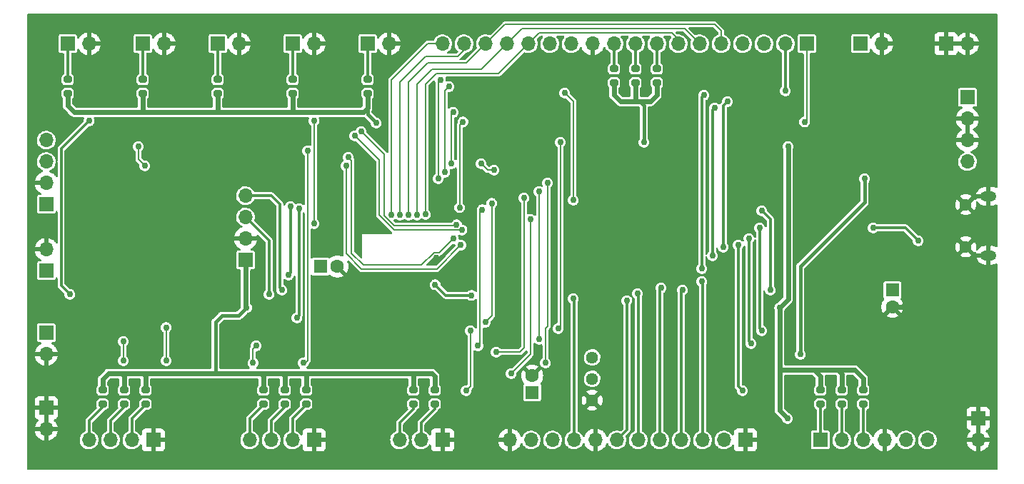
<source format=gbr>
%TF.GenerationSoftware,KiCad,Pcbnew,(6.0.2)*%
%TF.CreationDate,2022-03-23T19:52:23-07:00*%
%TF.ProjectId,main,6d61696e-2e6b-4696-9361-645f70636258,rev?*%
%TF.SameCoordinates,Original*%
%TF.FileFunction,Copper,L2,Bot*%
%TF.FilePolarity,Positive*%
%FSLAX46Y46*%
G04 Gerber Fmt 4.6, Leading zero omitted, Abs format (unit mm)*
G04 Created by KiCad (PCBNEW (6.0.2)) date 2022-03-23 19:52:23*
%MOMM*%
%LPD*%
G01*
G04 APERTURE LIST*
G04 Aperture macros list*
%AMRoundRect*
0 Rectangle with rounded corners*
0 $1 Rounding radius*
0 $2 $3 $4 $5 $6 $7 $8 $9 X,Y pos of 4 corners*
0 Add a 4 corners polygon primitive as box body*
4,1,4,$2,$3,$4,$5,$6,$7,$8,$9,$2,$3,0*
0 Add four circle primitives for the rounded corners*
1,1,$1+$1,$2,$3*
1,1,$1+$1,$4,$5*
1,1,$1+$1,$6,$7*
1,1,$1+$1,$8,$9*
0 Add four rect primitives between the rounded corners*
20,1,$1+$1,$2,$3,$4,$5,0*
20,1,$1+$1,$4,$5,$6,$7,0*
20,1,$1+$1,$6,$7,$8,$9,0*
20,1,$1+$1,$8,$9,$2,$3,0*%
G04 Aperture macros list end*
%TA.AperFunction,ComponentPad*%
%ADD10R,1.700000X1.700000*%
%TD*%
%TA.AperFunction,ComponentPad*%
%ADD11O,1.700000X1.700000*%
%TD*%
%TA.AperFunction,ComponentPad*%
%ADD12R,1.600000X1.600000*%
%TD*%
%TA.AperFunction,ComponentPad*%
%ADD13C,1.600000*%
%TD*%
%TA.AperFunction,ComponentPad*%
%ADD14C,1.450000*%
%TD*%
%TA.AperFunction,ComponentPad*%
%ADD15O,1.900000X1.200000*%
%TD*%
%TA.AperFunction,ComponentPad*%
%ADD16C,1.440000*%
%TD*%
%TA.AperFunction,SMDPad,CuDef*%
%ADD17RoundRect,0.200000X-0.275000X0.200000X-0.275000X-0.200000X0.275000X-0.200000X0.275000X0.200000X0*%
%TD*%
%TA.AperFunction,ViaPad*%
%ADD18C,0.762000*%
%TD*%
%TA.AperFunction,Conductor*%
%ADD19C,0.203200*%
%TD*%
%TA.AperFunction,Conductor*%
%ADD20C,0.609600*%
%TD*%
%TA.AperFunction,Conductor*%
%ADD21C,0.457200*%
%TD*%
%TA.AperFunction,Conductor*%
%ADD22C,0.304800*%
%TD*%
%TA.AperFunction,Conductor*%
%ADD23C,0.152400*%
%TD*%
G04 APERTURE END LIST*
D10*
%TO.P,J19,1,Pin_1*%
%TO.N,GND*%
X104140000Y-144780000D03*
D11*
%TO.P,J19,2,Pin_2*%
X104140000Y-147320000D03*
%TD*%
D10*
%TO.P,J8,1,Pin_1*%
%TO.N,Net-(J8-Pad1)*%
X195912500Y-148590000D03*
D11*
%TO.P,J8,2,Pin_2*%
%TO.N,Net-(J8-Pad2)*%
X198452500Y-148590000D03*
%TO.P,J8,3,Pin_3*%
%TO.N,Net-(J8-Pad3)*%
X200992500Y-148590000D03*
%TO.P,J8,4,Pin_4*%
%TO.N,GND*%
X203532500Y-148590000D03*
%TO.P,J8,5,Pin_5*%
%TO.N,VDD3.3*%
X206072500Y-148590000D03*
%TO.P,J8,6,Pin_6*%
%TO.N,Net-(J8-Pad6)*%
X208612500Y-148590000D03*
%TD*%
D10*
%TO.P,J18,1,Pin_1*%
%TO.N,Net-(J18-Pad1)*%
X124460000Y-101600000D03*
D11*
%TO.P,J18,2,Pin_2*%
%TO.N,GND*%
X127000000Y-101600000D03*
%TD*%
D10*
%TO.P,J5,1,Pin_1*%
%TO.N,GND*%
X135880000Y-148590000D03*
D11*
%TO.P,J5,2,Pin_2*%
%TO.N,Net-(J5-Pad2)*%
X133340000Y-148590000D03*
%TO.P,J5,3,Pin_3*%
%TO.N,Net-(J5-Pad3)*%
X130800000Y-148590000D03*
%TO.P,J5,4,Pin_4*%
%TO.N,Net-(J5-Pad4)*%
X128260000Y-148590000D03*
%TD*%
D10*
%TO.P,J4,1,Pin_1*%
%TO.N,GND*%
X116830000Y-148590000D03*
D11*
%TO.P,J4,2,Pin_2*%
%TO.N,Net-(J4-Pad2)*%
X114290000Y-148590000D03*
%TO.P,J4,3,Pin_3*%
%TO.N,Net-(J4-Pad3)*%
X111750000Y-148590000D03*
%TO.P,J4,4,Pin_4*%
%TO.N,Net-(J4-Pad4)*%
X109210000Y-148590000D03*
%TD*%
D12*
%TO.P,C1,1*%
%TO.N,VCC5*%
X161749500Y-142970000D03*
D13*
%TO.P,C1,2*%
%TO.N,GND*%
X161749500Y-140970000D03*
%TD*%
D10*
%TO.P,J21,1,Pin_1*%
%TO.N,GND*%
X214630000Y-146050000D03*
D11*
%TO.P,J21,2,Pin_2*%
X214630000Y-148590000D03*
%TD*%
D10*
%TO.P,J11,1,Pin_1*%
%TO.N,TR_SWITCH*%
X104140000Y-128524000D03*
D11*
%TO.P,J11,2,Pin_2*%
%TO.N,GND*%
X104140000Y-125984000D03*
%TD*%
D10*
%TO.P,J3,1,Pin_1*%
%TO.N,VDD3.3*%
X127762000Y-127244000D03*
D11*
%TO.P,J3,2,Pin_2*%
%TO.N,GND*%
X127762000Y-124704000D03*
%TO.P,J3,3,Pin_3*%
%TO.N,Net-(J3-Pad3)*%
X127762000Y-122164000D03*
%TO.P,J3,4,Pin_4*%
%TO.N,Net-(C11-Pad2)*%
X127762000Y-119624000D03*
%TD*%
D10*
%TO.P,J14,1,Pin_1*%
%TO.N,Net-(J14-Pad1)*%
X106680000Y-101600000D03*
D11*
%TO.P,J14,2,Pin_2*%
%TO.N,GND*%
X109220000Y-101600000D03*
%TD*%
D10*
%TO.P,J17,1,Pin_1*%
%TO.N,Net-(J17-Pad1)*%
X133350000Y-101600000D03*
D11*
%TO.P,J17,2,Pin_2*%
%TO.N,GND*%
X135890000Y-101600000D03*
%TD*%
D10*
%TO.P,J6,1,Pin_1*%
%TO.N,GND*%
X151115000Y-148590000D03*
D11*
%TO.P,J6,2,Pin_2*%
%TO.N,Net-(J6-Pad2)*%
X148575000Y-148590000D03*
%TO.P,J6,3,Pin_3*%
%TO.N,Net-(J6-Pad3)*%
X146035000Y-148590000D03*
%TD*%
D10*
%TO.P,J12,1,Pin_1*%
%TO.N,SIDETONE*%
X200660000Y-101600000D03*
D11*
%TO.P,J12,2,Pin_2*%
%TO.N,GND*%
X203200000Y-101600000D03*
%TD*%
D12*
%TO.P,C9,1*%
%TO.N,VDD3.3*%
X136652000Y-128016000D03*
D13*
%TO.P,C9,2*%
%TO.N,GND*%
X138652000Y-128016000D03*
%TD*%
D12*
%TO.P,C6,1*%
%TO.N,Net-(C6-Pad1)*%
X204470000Y-130810000D03*
D13*
%TO.P,C6,2*%
%TO.N,GND*%
X204470000Y-132810000D03*
%TD*%
D10*
%TO.P,J9,1,Pin_1*%
%TO.N,MUTE_OUT*%
X194310000Y-101600000D03*
D11*
%TO.P,J9,2,Pin_2*%
%TO.N,FILTER_SEL_OUT*%
X191770000Y-101600000D03*
%TO.P,J9,3,Pin_3*%
%TO.N,BAND_15M*%
X189230000Y-101600000D03*
%TO.P,J9,4,Pin_4*%
%TO.N,BAND_17M*%
X186690000Y-101600000D03*
%TO.P,J9,5,Pin_5*%
%TO.N,BAND_20M*%
X184150000Y-101600000D03*
%TO.P,J9,6,Pin_6*%
%TO.N,BAND_30M*%
X181610000Y-101600000D03*
%TO.P,J9,7,Pin_7*%
%TO.N,BAND_40M*%
X179070000Y-101600000D03*
%TO.P,J9,8,Pin_8*%
%TO.N,Net-(J9-Pad8)*%
X176530000Y-101600000D03*
%TO.P,J9,9,Pin_9*%
%TO.N,Net-(J9-Pad9)*%
X173990000Y-101600000D03*
%TO.P,J9,10,Pin_10*%
%TO.N,Net-(J9-Pad10)*%
X171450000Y-101600000D03*
%TO.P,J9,11,Pin_11*%
%TO.N,GND*%
X168910000Y-101600000D03*
%TO.P,J9,12,Pin_12*%
%TO.N,unconnected-(J9-Pad12)*%
X166370000Y-101600000D03*
%TO.P,J9,13,Pin_13*%
%TO.N,unconnected-(J9-Pad13)*%
X163830000Y-101600000D03*
%TO.P,J9,14,Pin_14*%
%TO.N,BAND_40M*%
X161290000Y-101600000D03*
%TO.P,J9,15,Pin_15*%
%TO.N,BAND_30M*%
X158750000Y-101600000D03*
%TO.P,J9,16,Pin_16*%
%TO.N,BAND_20M*%
X156210000Y-101600000D03*
%TO.P,J9,17,Pin_17*%
%TO.N,BAND_17M*%
X153670000Y-101600000D03*
%TO.P,J9,18,Pin_18*%
%TO.N,BAND_15M*%
X151130000Y-101600000D03*
%TD*%
D10*
%TO.P,J7,1,Pin_1*%
%TO.N,/main_2/+12V*%
X213360000Y-107960000D03*
D11*
%TO.P,J7,2,Pin_2*%
%TO.N,GND*%
X213360000Y-110500000D03*
%TO.P,J7,3,Pin_3*%
X213360000Y-113040000D03*
%TO.P,J7,4,Pin_4*%
%TO.N,VCC5*%
X213360000Y-115580000D03*
%TD*%
D14*
%TO.P,J1,6,Shield*%
%TO.N,GND*%
X213167500Y-120690000D03*
D15*
X215867500Y-126690000D03*
X215867500Y-119690000D03*
D14*
X213167500Y-125690000D03*
%TD*%
D10*
%TO.P,J10,1,Pin_1*%
%TO.N,CWTX_OUT*%
X104140000Y-135890000D03*
D11*
%TO.P,J10,2,Pin_2*%
%TO.N,GND*%
X104140000Y-138430000D03*
%TD*%
D10*
%TO.P,J15,1,Pin_1*%
%TO.N,Net-(J15-Pad1)*%
X115570000Y-101600000D03*
D11*
%TO.P,J15,2,Pin_2*%
%TO.N,GND*%
X118110000Y-101600000D03*
%TD*%
D10*
%TO.P,J20,1,Pin_1*%
%TO.N,GND*%
X210820000Y-101600000D03*
D11*
%TO.P,J20,2,Pin_2*%
X213360000Y-101600000D03*
%TD*%
D16*
%TO.P,RV1,1,1*%
%TO.N,VCC5*%
X168861500Y-138811000D03*
%TO.P,RV1,2,2*%
%TO.N,Net-(J2-Pad10)*%
X168861500Y-141351000D03*
%TO.P,RV1,3,3*%
%TO.N,GND*%
X168861500Y-143891000D03*
%TD*%
D10*
%TO.P,J2,1,Pin_1*%
%TO.N,GND*%
X187027500Y-148590000D03*
D11*
%TO.P,J2,2,Pin_2*%
%TO.N,/main_1/LCD-A*%
X184487500Y-148590000D03*
%TO.P,J2,3,Pin_3*%
%TO.N,/main_1/LCD-DB7*%
X181947500Y-148590000D03*
%TO.P,J2,4,Pin_4*%
%TO.N,/main_1/LCD-DB6*%
X179407500Y-148590000D03*
%TO.P,J2,5,Pin_5*%
%TO.N,/main_1/LCD-DB5*%
X176867500Y-148590000D03*
%TO.P,J2,6,Pin_6*%
%TO.N,/main_1/LCD-DB4*%
X174327500Y-148590000D03*
%TO.P,J2,7,Pin_7*%
%TO.N,/main_1/LCD-E*%
X171787500Y-148590000D03*
%TO.P,J2,8,Pin_8*%
%TO.N,GND*%
X169247500Y-148590000D03*
%TO.P,J2,9,Pin_9*%
%TO.N,/main_1/LCD-RS*%
X166707500Y-148590000D03*
%TO.P,J2,10,Pin_10*%
%TO.N,Net-(J2-Pad10)*%
X164167500Y-148590000D03*
%TO.P,J2,11,Pin_11*%
%TO.N,VCC5*%
X161627500Y-148590000D03*
%TO.P,J2,12,Pin_12*%
%TO.N,GND*%
X159087500Y-148590000D03*
%TD*%
D10*
%TO.P,J13,1,Pin_1*%
%TO.N,VDD3.3*%
X104140000Y-120650000D03*
D11*
%TO.P,J13,2,Pin_2*%
%TO.N,GND*%
X104140000Y-118110000D03*
%TO.P,J13,3,Pin_3*%
%TO.N,SCL*%
X104140000Y-115570000D03*
%TO.P,J13,4,Pin_4*%
%TO.N,SDA*%
X104140000Y-113030000D03*
%TD*%
D10*
%TO.P,J16,1,Pin_1*%
%TO.N,Net-(J16-Pad1)*%
X142240000Y-101600000D03*
D11*
%TO.P,J16,2,Pin_2*%
%TO.N,GND*%
X144780000Y-101600000D03*
%TD*%
D17*
%TO.P,R7,1,1*%
%TO.N,VDD3.3*%
X147652500Y-142685000D03*
%TO.P,R7,2,2*%
%TO.N,Net-(J6-Pad3)*%
X147652500Y-144335000D03*
%TD*%
%TO.P,R9,1,1*%
%TO.N,VDD3.3*%
X113362500Y-142685000D03*
%TO.P,R9,2,2*%
%TO.N,Net-(J4-Pad3)*%
X113362500Y-144335000D03*
%TD*%
%TO.P,R36,1,1*%
%TO.N,Net-(J9-Pad8)*%
X176530000Y-104585000D03*
%TO.P,R36,2,2*%
%TO.N,VDD3.3*%
X176530000Y-106235000D03*
%TD*%
%TO.P,R28,1,1*%
%TO.N,VDD3.3*%
X195912500Y-142685000D03*
%TO.P,R28,2,2*%
%TO.N,Net-(J8-Pad1)*%
X195912500Y-144335000D03*
%TD*%
%TO.P,R46,1,1*%
%TO.N,Net-(J18-Pad1)*%
X124460000Y-105855000D03*
%TO.P,R46,2,2*%
%TO.N,VDD3.3*%
X124460000Y-107505000D03*
%TD*%
%TO.P,R30,1,1*%
%TO.N,VDD3.3*%
X198452500Y-142685000D03*
%TO.P,R30,2,2*%
%TO.N,Net-(J8-Pad2)*%
X198452500Y-144335000D03*
%TD*%
%TO.P,R44,1,1*%
%TO.N,Net-(J9-Pad10)*%
X171450000Y-104585000D03*
%TO.P,R44,2,2*%
%TO.N,VDD3.3*%
X171450000Y-106235000D03*
%TD*%
%TO.P,R48,1,1*%
%TO.N,Net-(J14-Pad1)*%
X106680000Y-105855000D03*
%TO.P,R48,2,2*%
%TO.N,VDD3.3*%
X106680000Y-107505000D03*
%TD*%
%TO.P,R11,1,1*%
%TO.N,VDD3.3*%
X115902500Y-142685000D03*
%TO.P,R11,2,2*%
%TO.N,Net-(J4-Pad2)*%
X115902500Y-144335000D03*
%TD*%
%TO.P,R13,1,1*%
%TO.N,VDD3.3*%
X150192500Y-142685000D03*
%TO.P,R13,2,2*%
%TO.N,Net-(J6-Pad2)*%
X150192500Y-144335000D03*
%TD*%
%TO.P,R45,1,1*%
%TO.N,Net-(J16-Pad1)*%
X142240000Y-105855000D03*
%TO.P,R45,2,2*%
%TO.N,VDD3.3*%
X142240000Y-107505000D03*
%TD*%
%TO.P,R27,1,1*%
%TO.N,VDD3.3*%
X200992500Y-142685000D03*
%TO.P,R27,2,2*%
%TO.N,Net-(J8-Pad3)*%
X200992500Y-144335000D03*
%TD*%
%TO.P,R12,1,1*%
%TO.N,VDD3.3*%
X129872500Y-142685000D03*
%TO.P,R12,2,2*%
%TO.N,Net-(J5-Pad4)*%
X129872500Y-144335000D03*
%TD*%
%TO.P,R47,1,1*%
%TO.N,Net-(J15-Pad1)*%
X115570000Y-105855000D03*
%TO.P,R47,2,2*%
%TO.N,VDD3.3*%
X115570000Y-107505000D03*
%TD*%
%TO.P,R8,1,1*%
%TO.N,VDD3.3*%
X110822500Y-142685000D03*
%TO.P,R8,2,2*%
%TO.N,Net-(J4-Pad4)*%
X110822500Y-144335000D03*
%TD*%
%TO.P,R42,1,1*%
%TO.N,Net-(J9-Pad9)*%
X173990000Y-104585000D03*
%TO.P,R42,2,2*%
%TO.N,VDD3.3*%
X173990000Y-106235000D03*
%TD*%
%TO.P,R43,1,1*%
%TO.N,Net-(J17-Pad1)*%
X133350000Y-105855000D03*
%TO.P,R43,2,2*%
%TO.N,VDD3.3*%
X133350000Y-107505000D03*
%TD*%
%TO.P,R14,1,1*%
%TO.N,VDD3.3*%
X132412500Y-142685000D03*
%TO.P,R14,2,2*%
%TO.N,Net-(J5-Pad3)*%
X132412500Y-144335000D03*
%TD*%
%TO.P,R10,1,1*%
%TO.N,VDD3.3*%
X134952500Y-142685000D03*
%TO.P,R10,2,2*%
%TO.N,Net-(J5-Pad2)*%
X134952500Y-144335000D03*
%TD*%
D18*
%TO.N,GND*%
X154675000Y-125975000D03*
X195950000Y-133550000D03*
X140575000Y-135700000D03*
X145125000Y-133975000D03*
X110025000Y-130500000D03*
X123825000Y-130525000D03*
X116850000Y-127925000D03*
X117625000Y-113500000D03*
X129350000Y-113750000D03*
X141375000Y-129425000D03*
X158750000Y-134366000D03*
X131826000Y-118110000D03*
X137668000Y-118364000D03*
X110236000Y-135890000D03*
X119888000Y-123698000D03*
X110236000Y-123952000D03*
X171196000Y-134874000D03*
X184150000Y-135890000D03*
X184120219Y-130295684D03*
X197612000Y-104902000D03*
X188050000Y-106400000D03*
X178562000Y-112522000D03*
X187706000Y-112268000D03*
X170434000Y-114046000D03*
X170434000Y-119126000D03*
X178805219Y-119105095D03*
X187706000Y-118872000D03*
X195326000Y-120650000D03*
X204978000Y-117602000D03*
%TO.N,VDD3.3*%
X143256000Y-110998000D03*
X175006000Y-113284000D03*
%TO.N,GND*%
X130810000Y-139192000D03*
X150370000Y-127000000D03*
X121920000Y-118110000D03*
X147955000Y-129921000D03*
X109474000Y-139700000D03*
X120142000Y-144399000D03*
X125349000Y-144272000D03*
X139446000Y-144526000D03*
X143256000Y-145034000D03*
X154940000Y-144653000D03*
X169926000Y-107696000D03*
X167386000Y-104648000D03*
X180625000Y-106300000D03*
X199644000Y-114935000D03*
X195707000Y-112141000D03*
X201930000Y-105029000D03*
X208925000Y-106675000D03*
X207391000Y-123698000D03*
X198628000Y-124968000D03*
X196977000Y-129540000D03*
X200279000Y-136652000D03*
X193421000Y-145796000D03*
X203581000Y-145796000D03*
X207518000Y-139192000D03*
X207137000Y-128270000D03*
X215392000Y-130429000D03*
%TO.N,VDD3.3*%
X150241000Y-130175000D03*
X154559000Y-131445000D03*
%TO.N,/main_1/BTN_SPOT*%
X128651000Y-139446000D03*
X129032000Y-137414000D03*
X155321000Y-137414000D03*
X155829000Y-121285000D03*
%TO.N,/main_1/BTN_BAND_SEL*%
X118364000Y-139192000D03*
X118364000Y-135255000D03*
X156210000Y-134620000D03*
X156972000Y-120523000D03*
%TO.N,MUTE_OUT*%
X194056000Y-110871000D03*
X153543000Y-110871000D03*
X153162000Y-121031000D03*
%TO.N,/main_1/BTN_TUNE*%
X153924000Y-142748000D03*
X154432000Y-135636000D03*
X164846000Y-135382000D03*
X165100000Y-113284000D03*
%TO.N,/main_1/BTN_FILTER_SEL*%
X163322000Y-139446000D03*
X163576000Y-118110000D03*
%TO.N,/main_1/BTN_DIGIT_SEL*%
X113284000Y-139192000D03*
X113284000Y-136906000D03*
X162560000Y-136652000D03*
X162560000Y-119126000D03*
%TO.N,/main_1/BTN_MUTE*%
X157480000Y-138176000D03*
X160782000Y-119888000D03*
%TO.N,/main_1/BTN_MENU*%
X135128000Y-114300000D03*
X134620000Y-139446000D03*
%TO.N,P5.6*%
X152781000Y-123063500D03*
X141478000Y-112014000D03*
%TO.N,P5.5*%
X140716000Y-112522000D03*
X153427481Y-123709472D03*
%TO.N,P3.0*%
X165608000Y-107442000D03*
X166624000Y-120142000D03*
%TO.N,/main_1/BTN_TXMODE*%
X159258000Y-140716000D03*
X161544000Y-122428000D03*
%TO.N,PADDLE_DIT*%
X152400000Y-109728000D03*
X152146000Y-115824000D03*
%TO.N,PADDLE_DAH*%
X151892000Y-106680000D03*
X151384000Y-116840000D03*
%TO.N,STRAIGHT_KEY*%
X150622000Y-117602000D03*
X150876000Y-105918000D03*
%TO.N,SDA*%
X115824000Y-116078000D03*
X115062000Y-113792000D03*
%TO.N,SCL*%
X139954000Y-115062000D03*
X152400000Y-124714000D03*
%TO.N,SDA*%
X139700000Y-116078000D03*
X153289000Y-125476000D03*
%TO.N,TR_SWITCH*%
X132842000Y-129032000D03*
X133096000Y-120904000D03*
%TO.N,CWTX_OUT*%
X133858000Y-134112000D03*
X134112000Y-121158000D03*
%TO.N,Net-(C11-Pad2)*%
X132080000Y-130810000D03*
%TO.N,Net-(J3-Pad3)*%
X130556000Y-131318000D03*
%TO.N,P1.4*%
X109220000Y-110744000D03*
X106934000Y-131318000D03*
%TO.N,/main_1/LCD-RS*%
X166624000Y-131826000D03*
%TO.N,/main_1/LCD-E*%
X172974000Y-132062300D03*
%TO.N,/main_1/LCD-DB4*%
X174244000Y-131241300D03*
%TO.N,/main_1/LCD-DB5*%
X177038000Y-130556000D03*
%TO.N,/main_1/LCD-DB6*%
X179578000Y-130810000D03*
%TO.N,/main_1/LCD-DB7*%
X181864000Y-129794000D03*
%TO.N,FILTER_SEL_OUT*%
X181864000Y-128270000D03*
X191770000Y-107188000D03*
X182118000Y-107696000D03*
%TO.N,VBAT_SENSE*%
X183134000Y-126746000D03*
X183388000Y-109220000D03*
%TO.N,SIDETONE*%
X184912000Y-108458000D03*
X184404000Y-125730000D03*
%TO.N,TUNER_ENCODER_SW*%
X188976000Y-135636000D03*
%TO.N,TUNER_ENCODER_B*%
X186690000Y-142748000D03*
X186182000Y-125476000D03*
%TO.N,TUNER_ENCODER_A*%
X187706000Y-137160000D03*
X187452000Y-124714000D03*
%TO.N,TUNER_ENCODER_SW*%
X188722000Y-123444000D03*
%TO.N,TXMODE_LED*%
X189992000Y-130810000D03*
X188976000Y-121412000D03*
%TO.N,BAND_15M*%
X145034000Y-121920000D03*
%TO.N,BAND_17M*%
X146050000Y-121920000D03*
%TO.N,BAND_20M*%
X147066000Y-121920000D03*
%TO.N,BAND_30M*%
X148082000Y-121920000D03*
%TO.N,BAND_40M*%
X149098000Y-121830900D03*
%TO.N,P5.2*%
X135890000Y-110744000D03*
X135890000Y-122936000D03*
%TO.N,VDD3.3*%
X192024000Y-146050000D03*
%TO.N,VCC5*%
X193548000Y-138430000D03*
X201168000Y-117602000D03*
%TO.N,/main_1/UART_TXD*%
X155702000Y-115824000D03*
X157226000Y-116586000D03*
%TO.N,Net-(C8-Pad1)*%
X202184000Y-123444000D03*
X207518000Y-124968000D03*
%TO.N,VDD3.3*%
X127900000Y-132900000D03*
X191100000Y-132900000D03*
X192100000Y-113800000D03*
%TD*%
D19*
%TO.N,SCL*%
X140334511Y-126434511D02*
X140334511Y-115442511D01*
X150107176Y-126365489D02*
X148622665Y-127850000D01*
X140334511Y-115442511D02*
X139954000Y-115062000D01*
X150632824Y-126365489D02*
X150107176Y-126365489D01*
X150690667Y-126423333D02*
X150632824Y-126365489D01*
X141750000Y-127850000D02*
X140334511Y-126434511D01*
X152400000Y-124714000D02*
X150690667Y-126423333D01*
X148622665Y-127850000D02*
X141750000Y-127850000D01*
%TO.N,SDA*%
X139700000Y-126475000D02*
X139700000Y-116078000D01*
X150465000Y-128300000D02*
X141525000Y-128300000D01*
X153289000Y-125476000D02*
X150465000Y-128300000D01*
X141525000Y-128300000D02*
X139700000Y-126475000D01*
%TO.N,P5.5*%
X143600000Y-115406000D02*
X140716000Y-112522000D01*
X143600000Y-121885550D02*
X143600000Y-115406000D01*
X145423922Y-123709472D02*
X143600000Y-121885550D01*
X153427481Y-123709472D02*
X145423922Y-123709472D01*
%TO.N,P5.6*%
X152654500Y-123190000D02*
X145406665Y-123190000D01*
X145406665Y-123190000D02*
X144175000Y-121958335D01*
X144175000Y-121958335D02*
X144175000Y-114711000D01*
X144175000Y-114711000D02*
X141478000Y-112014000D01*
X152781000Y-123063500D02*
X152654500Y-123190000D01*
D20*
%TO.N,GND*%
X207137000Y-131274370D02*
X207137000Y-128270000D01*
X205601370Y-132810000D02*
X207137000Y-131274370D01*
X204470000Y-132810000D02*
X205601370Y-132810000D01*
D21*
%TO.N,VDD3.3*%
X124206000Y-140462000D02*
X123952000Y-140716000D01*
X124206000Y-134620000D02*
X124206000Y-140462000D01*
X124968000Y-133858000D02*
X124206000Y-134620000D01*
X127900000Y-132900000D02*
X126942000Y-133858000D01*
D20*
X123952000Y-140716000D02*
X129540000Y-140716000D01*
X115570000Y-140716000D02*
X123952000Y-140716000D01*
D21*
X126942000Y-133858000D02*
X124968000Y-133858000D01*
X142240000Y-109982000D02*
X142240000Y-109220000D01*
X143256000Y-110998000D02*
X142240000Y-109982000D01*
X175006000Y-113284000D02*
X175006000Y-108966000D01*
X175006000Y-108966000D02*
X174498000Y-108458000D01*
D20*
X174244000Y-108458000D02*
X174498000Y-108458000D01*
X174498000Y-108458000D02*
X175768000Y-108458000D01*
D22*
X151511000Y-131445000D02*
X150241000Y-130175000D01*
X154559000Y-131445000D02*
X151511000Y-131445000D01*
D19*
%TO.N,/main_1/BTN_SPOT*%
X128651000Y-137795000D02*
X128651000Y-139446000D01*
X129032000Y-137414000D02*
X128651000Y-137795000D01*
X155575489Y-137159511D02*
X155321000Y-137414000D01*
X155829000Y-121285000D02*
X155575489Y-121538511D01*
X155575489Y-121538511D02*
X155575489Y-137159511D01*
%TO.N,/main_1/BTN_BAND_SEL*%
X118364000Y-135255000D02*
X118364000Y-139192000D01*
X156972000Y-133858000D02*
X156210000Y-134620000D01*
X156972000Y-120523000D02*
X156972000Y-133858000D01*
%TO.N,MUTE_OUT*%
X194310000Y-110617000D02*
X194310000Y-101600000D01*
X194056000Y-110871000D02*
X194310000Y-110617000D01*
X153162000Y-121031000D02*
X153162000Y-111252000D01*
X153162000Y-111252000D02*
X153543000Y-110871000D01*
%TO.N,/main_1/BTN_TUNE*%
X154432000Y-142240000D02*
X153924000Y-142748000D01*
X154432000Y-135636000D02*
X154432000Y-142240000D01*
X165100000Y-113284000D02*
X165100000Y-135128000D01*
X165100000Y-135128000D02*
X164846000Y-135382000D01*
%TO.N,/main_1/BTN_FILTER_SEL*%
X163322000Y-135382000D02*
X163322000Y-139446000D01*
%TO.N,/main_1/BTN_TXMODE*%
X161544000Y-138430000D02*
X161544000Y-122428000D01*
X159258000Y-140716000D02*
X161544000Y-138430000D01*
%TO.N,/main_1/BTN_FILTER_SEL*%
X163576000Y-135128000D02*
X163322000Y-135382000D01*
X163576000Y-118110000D02*
X163576000Y-135128000D01*
%TO.N,/main_1/BTN_DIGIT_SEL*%
X113284000Y-136906000D02*
X113284000Y-139192000D01*
X162560000Y-119126000D02*
X162560000Y-136652000D01*
%TO.N,/main_1/BTN_MUTE*%
X160782000Y-137668000D02*
X160274000Y-138176000D01*
X160274000Y-138176000D02*
X157480000Y-138176000D01*
X160782000Y-119888000D02*
X160782000Y-137668000D01*
%TO.N,/main_1/BTN_MENU*%
X135128000Y-139192000D02*
X134874000Y-139446000D01*
X134874000Y-139446000D02*
X134620000Y-139446000D01*
X135128000Y-114300000D02*
X135128000Y-139192000D01*
%TO.N,P5.2*%
X135890000Y-122936000D02*
X135890000Y-110744000D01*
%TO.N,P3.0*%
X166624000Y-108458000D02*
X165608000Y-107442000D01*
X166624000Y-120142000D02*
X166624000Y-108458000D01*
%TO.N,PADDLE_DIT*%
X152146000Y-109982000D02*
X152400000Y-109728000D01*
X152146000Y-115824000D02*
X152146000Y-109982000D01*
%TO.N,PADDLE_DAH*%
X151384000Y-107188000D02*
X151892000Y-106680000D01*
X151384000Y-116840000D02*
X151384000Y-107188000D01*
%TO.N,STRAIGHT_KEY*%
X150622000Y-117602000D02*
X150622000Y-106172000D01*
X150622000Y-106172000D02*
X150876000Y-105918000D01*
%TO.N,SDA*%
X115062000Y-113792000D02*
X115062000Y-115316000D01*
X115062000Y-115316000D02*
X115824000Y-116078000D01*
D22*
%TO.N,TR_SWITCH*%
X133096000Y-120904000D02*
X133096000Y-128778000D01*
X133096000Y-128778000D02*
X132842000Y-129032000D01*
%TO.N,Net-(J3-Pad3)*%
X130556000Y-124958000D02*
X127762000Y-122164000D01*
X130556000Y-131318000D02*
X130556000Y-124958000D01*
%TO.N,Net-(C11-Pad2)*%
X132080000Y-130810000D02*
X131826000Y-130556000D01*
X130800000Y-119624000D02*
X127762000Y-119624000D01*
X131826000Y-130556000D02*
X131826000Y-120650000D01*
X131826000Y-120650000D02*
X130800000Y-119624000D01*
%TO.N,CWTX_OUT*%
X134112000Y-133858000D02*
X133858000Y-134112000D01*
X134112000Y-121158000D02*
X134112000Y-133858000D01*
%TO.N,P1.4*%
X105900680Y-114063320D02*
X109220000Y-110744000D01*
X105900680Y-130284680D02*
X105900680Y-114063320D01*
X106934000Y-131318000D02*
X105900680Y-130284680D01*
%TO.N,/main_1/LCD-RS*%
X166707500Y-131909500D02*
X166707500Y-148590000D01*
X166624000Y-131826000D02*
X166707500Y-131909500D01*
%TO.N,/main_1/LCD-E*%
X172974000Y-132062300D02*
X172974000Y-147403500D01*
X172974000Y-147403500D02*
X171787500Y-148590000D01*
%TO.N,/main_1/LCD-DB4*%
X174327500Y-131324800D02*
X174327500Y-148590000D01*
X174244000Y-131241300D02*
X174327500Y-131324800D01*
%TO.N,/main_1/LCD-DB5*%
X176867500Y-130726500D02*
X176867500Y-148590000D01*
X177038000Y-130556000D02*
X176867500Y-130726500D01*
%TO.N,/main_1/LCD-DB6*%
X179407500Y-130980500D02*
X179407500Y-148590000D01*
X179578000Y-130810000D02*
X179407500Y-130980500D01*
%TO.N,/main_1/LCD-DB7*%
X181947500Y-129877500D02*
X181947500Y-148590000D01*
X181864000Y-129794000D02*
X181947500Y-129877500D01*
%TO.N,FILTER_SEL_OUT*%
X191770000Y-107188000D02*
X191770000Y-101600000D01*
X181864000Y-107950000D02*
X182118000Y-107696000D01*
X181864000Y-128270000D02*
X181864000Y-107950000D01*
%TO.N,VBAT_SENSE*%
X183134000Y-126746000D02*
X183134000Y-109474000D01*
X183134000Y-109474000D02*
X183388000Y-109220000D01*
%TO.N,SIDETONE*%
X184404000Y-125730000D02*
X184404000Y-108966000D01*
X184404000Y-108966000D02*
X184912000Y-108458000D01*
%TO.N,TUNER_ENCODER_SW*%
X188722000Y-135382000D02*
X188976000Y-135636000D01*
X188722000Y-123444000D02*
X188722000Y-135382000D01*
%TO.N,TUNER_ENCODER_B*%
X186182000Y-142240000D02*
X186690000Y-142748000D01*
X186182000Y-125476000D02*
X186182000Y-142240000D01*
%TO.N,TUNER_ENCODER_A*%
X187452000Y-136906000D02*
X187706000Y-137160000D01*
X187452000Y-124714000D02*
X187452000Y-136906000D01*
%TO.N,TXMODE_LED*%
X189992000Y-130810000D02*
X189992000Y-122428000D01*
X189992000Y-122428000D02*
X188976000Y-121412000D01*
D20*
%TO.N,VDD3.3*%
X195912500Y-142685000D02*
X195912500Y-141048500D01*
X195164000Y-140300000D02*
X191100000Y-140300000D01*
X197958000Y-140300000D02*
X195164000Y-140300000D01*
X195912500Y-141048500D02*
X195164000Y-140300000D01*
X198452500Y-140794500D02*
X197958000Y-140300000D01*
X198452500Y-142685000D02*
X198452500Y-140794500D01*
X199990000Y-140300000D02*
X197958000Y-140300000D01*
X200992500Y-141302500D02*
X199990000Y-140300000D01*
X200992500Y-142685000D02*
X200992500Y-141302500D01*
X191100000Y-140300000D02*
X191100000Y-145126000D01*
X191100000Y-132900000D02*
X191100000Y-140300000D01*
X173990000Y-108204000D02*
X174244000Y-108458000D01*
X173990000Y-106235000D02*
X173990000Y-108204000D01*
X172212000Y-108458000D02*
X174244000Y-108458000D01*
X171450000Y-107696000D02*
X172212000Y-108458000D01*
X175768000Y-108458000D02*
X176530000Y-107696000D01*
X171450000Y-106235000D02*
X171450000Y-107696000D01*
X176530000Y-107696000D02*
X176530000Y-106235000D01*
D22*
%TO.N,Net-(J16-Pad1)*%
X142240000Y-105855000D02*
X142240000Y-101600000D01*
%TO.N,Net-(J17-Pad1)*%
X133350000Y-105855000D02*
X133350000Y-101600000D01*
%TO.N,Net-(J18-Pad1)*%
X124460000Y-105855000D02*
X124460000Y-101600000D01*
%TO.N,Net-(J15-Pad1)*%
X115570000Y-105855000D02*
X115570000Y-101600000D01*
%TO.N,Net-(J14-Pad1)*%
X106680000Y-105855000D02*
X106680000Y-101600000D01*
D20*
%TO.N,VDD3.3*%
X115570000Y-107505000D02*
X115570000Y-109474000D01*
X115316000Y-109728000D02*
X124460000Y-109728000D01*
X115570000Y-109474000D02*
X115316000Y-109728000D01*
X107442000Y-109728000D02*
X115316000Y-109728000D01*
X124460000Y-107505000D02*
X124460000Y-109728000D01*
X124460000Y-109728000D02*
X133604000Y-109728000D01*
X133350000Y-109474000D02*
X133604000Y-109728000D01*
X133350000Y-107505000D02*
X133350000Y-109474000D01*
X133604000Y-109728000D02*
X141732000Y-109728000D01*
X141732000Y-109728000D02*
X142240000Y-109220000D01*
X106680000Y-108966000D02*
X107442000Y-109728000D01*
X142240000Y-109220000D02*
X142240000Y-107505000D01*
X106680000Y-107505000D02*
X106680000Y-108966000D01*
D22*
%TO.N,Net-(J4-Pad4)*%
X110822500Y-144701500D02*
X109210000Y-146314000D01*
X109210000Y-146314000D02*
X109210000Y-148590000D01*
X110822500Y-144335000D02*
X110822500Y-144701500D01*
%TO.N,Net-(J4-Pad3)*%
X113362500Y-144701500D02*
X111750000Y-146314000D01*
X113362500Y-144335000D02*
X113362500Y-144701500D01*
X111750000Y-146314000D02*
X111750000Y-148590000D01*
%TO.N,Net-(J4-Pad2)*%
X115902500Y-144447500D02*
X114290000Y-146060000D01*
X115902500Y-144335000D02*
X115902500Y-144447500D01*
X114290000Y-146060000D02*
X114290000Y-148590000D01*
%TO.N,Net-(J5-Pad4)*%
X129872500Y-144447500D02*
X128260000Y-146060000D01*
X128260000Y-146060000D02*
X128260000Y-148590000D01*
X129872500Y-144335000D02*
X129872500Y-144447500D01*
%TO.N,Net-(J5-Pad3)*%
X130800000Y-146314000D02*
X130800000Y-148590000D01*
X132412500Y-144701500D02*
X130800000Y-146314000D01*
X132412500Y-144335000D02*
X132412500Y-144701500D01*
%TO.N,Net-(J5-Pad2)*%
X133340000Y-146060000D02*
X133340000Y-148590000D01*
X134952500Y-144447500D02*
X133340000Y-146060000D01*
X134952500Y-144335000D02*
X134952500Y-144447500D01*
%TO.N,Net-(J6-Pad2)*%
X148575000Y-146573000D02*
X148575000Y-148590000D01*
X150192500Y-144955500D02*
X148575000Y-146573000D01*
X150192500Y-144335000D02*
X150192500Y-144955500D01*
%TO.N,Net-(J6-Pad3)*%
X147652500Y-144335000D02*
X147652500Y-144955500D01*
X147652500Y-144955500D02*
X146035000Y-146573000D01*
X146035000Y-146573000D02*
X146035000Y-148590000D01*
D20*
%TO.N,VDD3.3*%
X115902500Y-141048500D02*
X115570000Y-140716000D01*
X115902500Y-142685000D02*
X115902500Y-141048500D01*
X113030000Y-140716000D02*
X115570000Y-140716000D01*
X113362500Y-141048500D02*
X113030000Y-140716000D01*
X113362500Y-142685000D02*
X113362500Y-141048500D01*
X111506000Y-140716000D02*
X113030000Y-140716000D01*
X129872500Y-142685000D02*
X129872500Y-141048500D01*
X129540000Y-140716000D02*
X132080000Y-140716000D01*
X129872500Y-141048500D02*
X129540000Y-140716000D01*
X132080000Y-140716000D02*
X134874000Y-140716000D01*
X132412500Y-142685000D02*
X132412500Y-141048500D01*
X132412500Y-141048500D02*
X132080000Y-140716000D01*
X134952500Y-140794500D02*
X134874000Y-140716000D01*
X134952500Y-142685000D02*
X134952500Y-140794500D01*
X134874000Y-140716000D02*
X147574000Y-140716000D01*
X147652500Y-140794500D02*
X147574000Y-140716000D01*
X147652500Y-142685000D02*
X147652500Y-140794500D01*
X147574000Y-140716000D02*
X149860000Y-140716000D01*
X149860000Y-140716000D02*
X150192500Y-141048500D01*
X150192500Y-141048500D02*
X150192500Y-142685000D01*
X110822500Y-141399500D02*
X111506000Y-140716000D01*
X110822500Y-142685000D02*
X110822500Y-141399500D01*
D23*
%TO.N,BAND_20M*%
X184150000Y-100076000D02*
X184150000Y-101600000D01*
X183388000Y-99314000D02*
X184150000Y-100076000D01*
X158496000Y-99314000D02*
X183388000Y-99314000D01*
X156210000Y-101600000D02*
X158496000Y-99314000D01*
%TO.N,BAND_30M*%
X179832000Y-99822000D02*
X181610000Y-101600000D01*
X160528000Y-99822000D02*
X179832000Y-99822000D01*
X158750000Y-101600000D02*
X160528000Y-99822000D01*
%TO.N,BAND_40M*%
X178308000Y-100330000D02*
X179070000Y-101092000D01*
X162560000Y-100330000D02*
X178308000Y-100330000D01*
X179070000Y-101092000D02*
X179070000Y-101600000D01*
X161290000Y-101600000D02*
X162560000Y-100330000D01*
X157734000Y-105156000D02*
X161290000Y-101600000D01*
X150368000Y-105156000D02*
X157734000Y-105156000D01*
X149098000Y-106426000D02*
X150368000Y-105156000D01*
%TO.N,BAND_30M*%
X155702000Y-104648000D02*
X158750000Y-101600000D01*
X148082000Y-106426000D02*
X149860000Y-104648000D01*
X149860000Y-104648000D02*
X155702000Y-104648000D01*
X148082000Y-121920000D02*
X148082000Y-106426000D01*
%TO.N,BAND_20M*%
X153924000Y-103886000D02*
X156210000Y-101600000D01*
X147066000Y-106172000D02*
X149352000Y-103886000D01*
X149352000Y-103886000D02*
X153924000Y-103886000D01*
X147066000Y-121920000D02*
X147066000Y-106172000D01*
%TO.N,BAND_17M*%
X152908000Y-103124000D02*
X153670000Y-102362000D01*
X153670000Y-102362000D02*
X153670000Y-101600000D01*
X146050000Y-106172000D02*
X149098000Y-103124000D01*
X146050000Y-121920000D02*
X146050000Y-106172000D01*
X149098000Y-103124000D02*
X152908000Y-103124000D01*
%TO.N,BAND_15M*%
X145034000Y-121920000D02*
X145034000Y-105918000D01*
X145034000Y-105918000D02*
X147066000Y-103886000D01*
%TO.N,BAND_40M*%
X149098000Y-121830900D02*
X149098000Y-106426000D01*
D19*
%TO.N,BAND_15M*%
X149352000Y-101600000D02*
X151130000Y-101600000D01*
X147066000Y-103886000D02*
X149352000Y-101600000D01*
D20*
%TO.N,VDD3.3*%
X191100000Y-145126000D02*
X192024000Y-146050000D01*
D22*
%TO.N,Net-(J8-Pad1)*%
X195912500Y-144335000D02*
X195912500Y-148590000D01*
%TO.N,Net-(J8-Pad2)*%
X198452500Y-144335000D02*
X198452500Y-148590000D01*
%TO.N,Net-(J8-Pad3)*%
X200992500Y-144335000D02*
X200992500Y-148590000D01*
D21*
%TO.N,VCC5*%
X193548000Y-128016000D02*
X193548000Y-138430000D01*
X201168000Y-120396000D02*
X193548000Y-128016000D01*
X201168000Y-117602000D02*
X201168000Y-120396000D01*
D19*
%TO.N,/main_1/UART_TXD*%
X156464000Y-116586000D02*
X155702000Y-115824000D01*
X157226000Y-116586000D02*
X156464000Y-116586000D01*
D22*
%TO.N,Net-(C8-Pad1)*%
X205994000Y-123444000D02*
X202184000Y-123444000D01*
X207518000Y-124968000D02*
X205994000Y-123444000D01*
%TO.N,Net-(J9-Pad8)*%
X176530000Y-101600000D02*
X176530000Y-104585000D01*
%TO.N,Net-(J9-Pad9)*%
X173990000Y-101600000D02*
X173990000Y-104585000D01*
%TO.N,Net-(J9-Pad10)*%
X171450000Y-101600000D02*
X171450000Y-104585000D01*
D20*
%TO.N,VDD3.3*%
X127762000Y-132762000D02*
X127762000Y-127244000D01*
D21*
X127900000Y-132900000D02*
X127762000Y-132762000D01*
D20*
X192100000Y-131900000D02*
X191100000Y-132900000D01*
X192100000Y-113800000D02*
X192100000Y-131900000D01*
%TD*%
%TA.AperFunction,Conductor*%
%TO.N,GND*%
G36*
X216858121Y-98064002D02*
G01*
X216904614Y-98117658D01*
X216916000Y-98170000D01*
X216916000Y-118591792D01*
X216895998Y-118659913D01*
X216842342Y-118706406D01*
X216772068Y-118716510D01*
X216732017Y-118703658D01*
X216724154Y-118699582D01*
X216539188Y-118625039D01*
X216527730Y-118621645D01*
X216330572Y-118583143D01*
X216321709Y-118582066D01*
X216319000Y-118582000D01*
X216139615Y-118582000D01*
X216124376Y-118586475D01*
X216123171Y-118587865D01*
X216121500Y-118595548D01*
X216121500Y-120779885D01*
X216125975Y-120795124D01*
X216127365Y-120796329D01*
X216135048Y-120798000D01*
X216267332Y-120798000D01*
X216273308Y-120797715D01*
X216421994Y-120783529D01*
X216433728Y-120781270D01*
X216625099Y-120725128D01*
X216636174Y-120720698D01*
X216732308Y-120671186D01*
X216802027Y-120657777D01*
X216867927Y-120684190D01*
X216909086Y-120742039D01*
X216916000Y-120783202D01*
X216916000Y-125591792D01*
X216895998Y-125659913D01*
X216842342Y-125706406D01*
X216772068Y-125716510D01*
X216732017Y-125703658D01*
X216724154Y-125699582D01*
X216539188Y-125625039D01*
X216527730Y-125621645D01*
X216330572Y-125583143D01*
X216321709Y-125582066D01*
X216319000Y-125582000D01*
X216139615Y-125582000D01*
X216124376Y-125586475D01*
X216123171Y-125587865D01*
X216121500Y-125595548D01*
X216121500Y-127779885D01*
X216125975Y-127795124D01*
X216127365Y-127796329D01*
X216135048Y-127798000D01*
X216267332Y-127798000D01*
X216273308Y-127797715D01*
X216421994Y-127783529D01*
X216433728Y-127781270D01*
X216625099Y-127725128D01*
X216636174Y-127720698D01*
X216732308Y-127671186D01*
X216802027Y-127657777D01*
X216867927Y-127684190D01*
X216909086Y-127742039D01*
X216916000Y-127783202D01*
X216916000Y-152020000D01*
X216895998Y-152088121D01*
X216842342Y-152134614D01*
X216790000Y-152146000D01*
X101980000Y-152146000D01*
X101911879Y-152125998D01*
X101865386Y-152072342D01*
X101854000Y-152020000D01*
X101854000Y-147587966D01*
X102808257Y-147587966D01*
X102838565Y-147722446D01*
X102841645Y-147732275D01*
X102921770Y-147929603D01*
X102926413Y-147938794D01*
X103037694Y-148120388D01*
X103043777Y-148128699D01*
X103183213Y-148289667D01*
X103190580Y-148296883D01*
X103354434Y-148432916D01*
X103362881Y-148438831D01*
X103546756Y-148546279D01*
X103556042Y-148550729D01*
X103755001Y-148626703D01*
X103764899Y-148629579D01*
X103868250Y-148650606D01*
X103882299Y-148649410D01*
X103886000Y-148639065D01*
X103886000Y-148638517D01*
X104394000Y-148638517D01*
X104398064Y-148652359D01*
X104411478Y-148654393D01*
X104418184Y-148653534D01*
X104428262Y-148651392D01*
X104632255Y-148590191D01*
X104641842Y-148586433D01*
X104693831Y-148560964D01*
X108101148Y-148560964D01*
X108114424Y-148763522D01*
X108115845Y-148769118D01*
X108115846Y-148769123D01*
X108142187Y-148872837D01*
X108164392Y-148960269D01*
X108166809Y-148965512D01*
X108204010Y-149046208D01*
X108249377Y-149144616D01*
X108366533Y-149310389D01*
X108511938Y-149452035D01*
X108516742Y-149455245D01*
X108570980Y-149491486D01*
X108680720Y-149564812D01*
X108686023Y-149567090D01*
X108686026Y-149567092D01*
X108861921Y-149642662D01*
X108867228Y-149644942D01*
X108940244Y-149661464D01*
X109059579Y-149688467D01*
X109059584Y-149688468D01*
X109065216Y-149689742D01*
X109070987Y-149689969D01*
X109070989Y-149689969D01*
X109130756Y-149692317D01*
X109268053Y-149697712D01*
X109375348Y-149682155D01*
X109463231Y-149669413D01*
X109463236Y-149669412D01*
X109468945Y-149668584D01*
X109474409Y-149666729D01*
X109474414Y-149666728D01*
X109655693Y-149605192D01*
X109655698Y-149605190D01*
X109661165Y-149603334D01*
X109838276Y-149504147D01*
X109853495Y-149491490D01*
X109965696Y-149398172D01*
X109994345Y-149374345D01*
X110124147Y-149218276D01*
X110223334Y-149041165D01*
X110225190Y-149035698D01*
X110225192Y-149035693D01*
X110286728Y-148854414D01*
X110286729Y-148854409D01*
X110288584Y-148848945D01*
X110289412Y-148843236D01*
X110289413Y-148843231D01*
X110306991Y-148721996D01*
X110317712Y-148648053D01*
X110319232Y-148590000D01*
X110316564Y-148560964D01*
X110641148Y-148560964D01*
X110654424Y-148763522D01*
X110655845Y-148769118D01*
X110655846Y-148769123D01*
X110682187Y-148872837D01*
X110704392Y-148960269D01*
X110706809Y-148965512D01*
X110744010Y-149046208D01*
X110789377Y-149144616D01*
X110906533Y-149310389D01*
X111051938Y-149452035D01*
X111056742Y-149455245D01*
X111110980Y-149491486D01*
X111220720Y-149564812D01*
X111226023Y-149567090D01*
X111226026Y-149567092D01*
X111401921Y-149642662D01*
X111407228Y-149644942D01*
X111480244Y-149661464D01*
X111599579Y-149688467D01*
X111599584Y-149688468D01*
X111605216Y-149689742D01*
X111610987Y-149689969D01*
X111610989Y-149689969D01*
X111670756Y-149692317D01*
X111808053Y-149697712D01*
X111915348Y-149682155D01*
X112003231Y-149669413D01*
X112003236Y-149669412D01*
X112008945Y-149668584D01*
X112014409Y-149666729D01*
X112014414Y-149666728D01*
X112195693Y-149605192D01*
X112195698Y-149605190D01*
X112201165Y-149603334D01*
X112378276Y-149504147D01*
X112393495Y-149491490D01*
X112505696Y-149398172D01*
X112534345Y-149374345D01*
X112664147Y-149218276D01*
X112763334Y-149041165D01*
X112765190Y-149035698D01*
X112765192Y-149035693D01*
X112826728Y-148854414D01*
X112826729Y-148854409D01*
X112828584Y-148848945D01*
X112829412Y-148843236D01*
X112829413Y-148843231D01*
X112846991Y-148721996D01*
X112857712Y-148648053D01*
X112859232Y-148590000D01*
X112856564Y-148560964D01*
X113181148Y-148560964D01*
X113194424Y-148763522D01*
X113195845Y-148769118D01*
X113195846Y-148769123D01*
X113222187Y-148872837D01*
X113244392Y-148960269D01*
X113246809Y-148965512D01*
X113284010Y-149046208D01*
X113329377Y-149144616D01*
X113446533Y-149310389D01*
X113591938Y-149452035D01*
X113596742Y-149455245D01*
X113650980Y-149491486D01*
X113760720Y-149564812D01*
X113766023Y-149567090D01*
X113766026Y-149567092D01*
X113941921Y-149642662D01*
X113947228Y-149644942D01*
X114020244Y-149661464D01*
X114139579Y-149688467D01*
X114139584Y-149688468D01*
X114145216Y-149689742D01*
X114150987Y-149689969D01*
X114150989Y-149689969D01*
X114210756Y-149692317D01*
X114348053Y-149697712D01*
X114455348Y-149682155D01*
X114543231Y-149669413D01*
X114543236Y-149669412D01*
X114548945Y-149668584D01*
X114554409Y-149666729D01*
X114554414Y-149666728D01*
X114735693Y-149605192D01*
X114735698Y-149605190D01*
X114741165Y-149603334D01*
X114918276Y-149504147D01*
X114933495Y-149491490D01*
X115045696Y-149398172D01*
X115074345Y-149374345D01*
X115204147Y-149218276D01*
X115206969Y-149213236D01*
X115206973Y-149213231D01*
X115236067Y-149161279D01*
X115286804Y-149111617D01*
X115356335Y-149097270D01*
X115422586Y-149122791D01*
X115464522Y-149180080D01*
X115472001Y-149222845D01*
X115472001Y-149484669D01*
X115472371Y-149491490D01*
X115477895Y-149542352D01*
X115481521Y-149557604D01*
X115526676Y-149678054D01*
X115535214Y-149693649D01*
X115611715Y-149795724D01*
X115624276Y-149808285D01*
X115726351Y-149884786D01*
X115741946Y-149893324D01*
X115862394Y-149938478D01*
X115877649Y-149942105D01*
X115928514Y-149947631D01*
X115935328Y-149948000D01*
X116557885Y-149948000D01*
X116573124Y-149943525D01*
X116574329Y-149942135D01*
X116576000Y-149934452D01*
X116576000Y-149929884D01*
X117084000Y-149929884D01*
X117088475Y-149945123D01*
X117089865Y-149946328D01*
X117097548Y-149947999D01*
X117724669Y-149947999D01*
X117731490Y-149947629D01*
X117782352Y-149942105D01*
X117797604Y-149938479D01*
X117918054Y-149893324D01*
X117933649Y-149884786D01*
X118035724Y-149808285D01*
X118048285Y-149795724D01*
X118124786Y-149693649D01*
X118133324Y-149678054D01*
X118178478Y-149557606D01*
X118182105Y-149542351D01*
X118187631Y-149491486D01*
X118188000Y-149484672D01*
X118188000Y-148862115D01*
X118183525Y-148846876D01*
X118182135Y-148845671D01*
X118174452Y-148844000D01*
X117102115Y-148844000D01*
X117086876Y-148848475D01*
X117085671Y-148849865D01*
X117084000Y-148857548D01*
X117084000Y-149929884D01*
X116576000Y-149929884D01*
X116576000Y-148560964D01*
X127151148Y-148560964D01*
X127164424Y-148763522D01*
X127165845Y-148769118D01*
X127165846Y-148769123D01*
X127192187Y-148872837D01*
X127214392Y-148960269D01*
X127216809Y-148965512D01*
X127254010Y-149046208D01*
X127299377Y-149144616D01*
X127416533Y-149310389D01*
X127561938Y-149452035D01*
X127566742Y-149455245D01*
X127620980Y-149491486D01*
X127730720Y-149564812D01*
X127736023Y-149567090D01*
X127736026Y-149567092D01*
X127911921Y-149642662D01*
X127917228Y-149644942D01*
X127990244Y-149661464D01*
X128109579Y-149688467D01*
X128109584Y-149688468D01*
X128115216Y-149689742D01*
X128120987Y-149689969D01*
X128120989Y-149689969D01*
X128180756Y-149692317D01*
X128318053Y-149697712D01*
X128425348Y-149682155D01*
X128513231Y-149669413D01*
X128513236Y-149669412D01*
X128518945Y-149668584D01*
X128524409Y-149666729D01*
X128524414Y-149666728D01*
X128705693Y-149605192D01*
X128705698Y-149605190D01*
X128711165Y-149603334D01*
X128888276Y-149504147D01*
X128903495Y-149491490D01*
X129015696Y-149398172D01*
X129044345Y-149374345D01*
X129174147Y-149218276D01*
X129273334Y-149041165D01*
X129275190Y-149035698D01*
X129275192Y-149035693D01*
X129336728Y-148854414D01*
X129336729Y-148854409D01*
X129338584Y-148848945D01*
X129339412Y-148843236D01*
X129339413Y-148843231D01*
X129356991Y-148721996D01*
X129367712Y-148648053D01*
X129369232Y-148590000D01*
X129366564Y-148560964D01*
X129691148Y-148560964D01*
X129704424Y-148763522D01*
X129705845Y-148769118D01*
X129705846Y-148769123D01*
X129732187Y-148872837D01*
X129754392Y-148960269D01*
X129756809Y-148965512D01*
X129794010Y-149046208D01*
X129839377Y-149144616D01*
X129956533Y-149310389D01*
X130101938Y-149452035D01*
X130106742Y-149455245D01*
X130160980Y-149491486D01*
X130270720Y-149564812D01*
X130276023Y-149567090D01*
X130276026Y-149567092D01*
X130451921Y-149642662D01*
X130457228Y-149644942D01*
X130530244Y-149661464D01*
X130649579Y-149688467D01*
X130649584Y-149688468D01*
X130655216Y-149689742D01*
X130660987Y-149689969D01*
X130660989Y-149689969D01*
X130720756Y-149692317D01*
X130858053Y-149697712D01*
X130965348Y-149682155D01*
X131053231Y-149669413D01*
X131053236Y-149669412D01*
X131058945Y-149668584D01*
X131064409Y-149666729D01*
X131064414Y-149666728D01*
X131245693Y-149605192D01*
X131245698Y-149605190D01*
X131251165Y-149603334D01*
X131428276Y-149504147D01*
X131443495Y-149491490D01*
X131555696Y-149398172D01*
X131584345Y-149374345D01*
X131714147Y-149218276D01*
X131813334Y-149041165D01*
X131815190Y-149035698D01*
X131815192Y-149035693D01*
X131876728Y-148854414D01*
X131876729Y-148854409D01*
X131878584Y-148848945D01*
X131879412Y-148843236D01*
X131879413Y-148843231D01*
X131896991Y-148721996D01*
X131907712Y-148648053D01*
X131909232Y-148590000D01*
X131906564Y-148560964D01*
X132231148Y-148560964D01*
X132244424Y-148763522D01*
X132245845Y-148769118D01*
X132245846Y-148769123D01*
X132272187Y-148872837D01*
X132294392Y-148960269D01*
X132296809Y-148965512D01*
X132334010Y-149046208D01*
X132379377Y-149144616D01*
X132496533Y-149310389D01*
X132641938Y-149452035D01*
X132646742Y-149455245D01*
X132700980Y-149491486D01*
X132810720Y-149564812D01*
X132816023Y-149567090D01*
X132816026Y-149567092D01*
X132991921Y-149642662D01*
X132997228Y-149644942D01*
X133070244Y-149661464D01*
X133189579Y-149688467D01*
X133189584Y-149688468D01*
X133195216Y-149689742D01*
X133200987Y-149689969D01*
X133200989Y-149689969D01*
X133260756Y-149692317D01*
X133398053Y-149697712D01*
X133505348Y-149682155D01*
X133593231Y-149669413D01*
X133593236Y-149669412D01*
X133598945Y-149668584D01*
X133604409Y-149666729D01*
X133604414Y-149666728D01*
X133785693Y-149605192D01*
X133785698Y-149605190D01*
X133791165Y-149603334D01*
X133968276Y-149504147D01*
X133983495Y-149491490D01*
X134095696Y-149398172D01*
X134124345Y-149374345D01*
X134254147Y-149218276D01*
X134256969Y-149213236D01*
X134256973Y-149213231D01*
X134286067Y-149161279D01*
X134336804Y-149111617D01*
X134406335Y-149097270D01*
X134472586Y-149122791D01*
X134514522Y-149180080D01*
X134522001Y-149222845D01*
X134522001Y-149484669D01*
X134522371Y-149491490D01*
X134527895Y-149542352D01*
X134531521Y-149557604D01*
X134576676Y-149678054D01*
X134585214Y-149693649D01*
X134661715Y-149795724D01*
X134674276Y-149808285D01*
X134776351Y-149884786D01*
X134791946Y-149893324D01*
X134912394Y-149938478D01*
X134927649Y-149942105D01*
X134978514Y-149947631D01*
X134985328Y-149948000D01*
X135607885Y-149948000D01*
X135623124Y-149943525D01*
X135624329Y-149942135D01*
X135626000Y-149934452D01*
X135626000Y-149929884D01*
X136134000Y-149929884D01*
X136138475Y-149945123D01*
X136139865Y-149946328D01*
X136147548Y-149947999D01*
X136774669Y-149947999D01*
X136781490Y-149947629D01*
X136832352Y-149942105D01*
X136847604Y-149938479D01*
X136968054Y-149893324D01*
X136983649Y-149884786D01*
X137085724Y-149808285D01*
X137098285Y-149795724D01*
X137174786Y-149693649D01*
X137183324Y-149678054D01*
X137228478Y-149557606D01*
X137232105Y-149542351D01*
X137237631Y-149491486D01*
X137238000Y-149484672D01*
X137238000Y-148862115D01*
X137233525Y-148846876D01*
X137232135Y-148845671D01*
X137224452Y-148844000D01*
X136152115Y-148844000D01*
X136136876Y-148848475D01*
X136135671Y-148849865D01*
X136134000Y-148857548D01*
X136134000Y-149929884D01*
X135626000Y-149929884D01*
X135626000Y-148560964D01*
X144926148Y-148560964D01*
X144939424Y-148763522D01*
X144940845Y-148769118D01*
X144940846Y-148769123D01*
X144967187Y-148872837D01*
X144989392Y-148960269D01*
X144991809Y-148965512D01*
X145029010Y-149046208D01*
X145074377Y-149144616D01*
X145191533Y-149310389D01*
X145336938Y-149452035D01*
X145341742Y-149455245D01*
X145395980Y-149491486D01*
X145505720Y-149564812D01*
X145511023Y-149567090D01*
X145511026Y-149567092D01*
X145686921Y-149642662D01*
X145692228Y-149644942D01*
X145765244Y-149661464D01*
X145884579Y-149688467D01*
X145884584Y-149688468D01*
X145890216Y-149689742D01*
X145895987Y-149689969D01*
X145895989Y-149689969D01*
X145955756Y-149692317D01*
X146093053Y-149697712D01*
X146200348Y-149682155D01*
X146288231Y-149669413D01*
X146288236Y-149669412D01*
X146293945Y-149668584D01*
X146299409Y-149666729D01*
X146299414Y-149666728D01*
X146480693Y-149605192D01*
X146480698Y-149605190D01*
X146486165Y-149603334D01*
X146663276Y-149504147D01*
X146678495Y-149491490D01*
X146790696Y-149398172D01*
X146819345Y-149374345D01*
X146949147Y-149218276D01*
X147048334Y-149041165D01*
X147050190Y-149035698D01*
X147050192Y-149035693D01*
X147111728Y-148854414D01*
X147111729Y-148854409D01*
X147113584Y-148848945D01*
X147114412Y-148843236D01*
X147114413Y-148843231D01*
X147131991Y-148721996D01*
X147142712Y-148648053D01*
X147144232Y-148590000D01*
X147141564Y-148560964D01*
X147466148Y-148560964D01*
X147479424Y-148763522D01*
X147480845Y-148769118D01*
X147480846Y-148769123D01*
X147507187Y-148872837D01*
X147529392Y-148960269D01*
X147531809Y-148965512D01*
X147569010Y-149046208D01*
X147614377Y-149144616D01*
X147731533Y-149310389D01*
X147876938Y-149452035D01*
X147881742Y-149455245D01*
X147935980Y-149491486D01*
X148045720Y-149564812D01*
X148051023Y-149567090D01*
X148051026Y-149567092D01*
X148226921Y-149642662D01*
X148232228Y-149644942D01*
X148305244Y-149661464D01*
X148424579Y-149688467D01*
X148424584Y-149688468D01*
X148430216Y-149689742D01*
X148435987Y-149689969D01*
X148435989Y-149689969D01*
X148495756Y-149692317D01*
X148633053Y-149697712D01*
X148740348Y-149682155D01*
X148828231Y-149669413D01*
X148828236Y-149669412D01*
X148833945Y-149668584D01*
X148839409Y-149666729D01*
X148839414Y-149666728D01*
X149020693Y-149605192D01*
X149020698Y-149605190D01*
X149026165Y-149603334D01*
X149203276Y-149504147D01*
X149218495Y-149491490D01*
X149330696Y-149398172D01*
X149359345Y-149374345D01*
X149489147Y-149218276D01*
X149491969Y-149213236D01*
X149491973Y-149213231D01*
X149521067Y-149161279D01*
X149571804Y-149111617D01*
X149641335Y-149097270D01*
X149707586Y-149122791D01*
X149749522Y-149180080D01*
X149757001Y-149222845D01*
X149757001Y-149484669D01*
X149757371Y-149491490D01*
X149762895Y-149542352D01*
X149766521Y-149557604D01*
X149811676Y-149678054D01*
X149820214Y-149693649D01*
X149896715Y-149795724D01*
X149909276Y-149808285D01*
X150011351Y-149884786D01*
X150026946Y-149893324D01*
X150147394Y-149938478D01*
X150162649Y-149942105D01*
X150213514Y-149947631D01*
X150220328Y-149948000D01*
X150842885Y-149948000D01*
X150858124Y-149943525D01*
X150859329Y-149942135D01*
X150861000Y-149934452D01*
X150861000Y-149929884D01*
X151369000Y-149929884D01*
X151373475Y-149945123D01*
X151374865Y-149946328D01*
X151382548Y-149947999D01*
X152009669Y-149947999D01*
X152016490Y-149947629D01*
X152067352Y-149942105D01*
X152082604Y-149938479D01*
X152203054Y-149893324D01*
X152218649Y-149884786D01*
X152320724Y-149808285D01*
X152333285Y-149795724D01*
X152409786Y-149693649D01*
X152418324Y-149678054D01*
X152463478Y-149557606D01*
X152467105Y-149542351D01*
X152472631Y-149491486D01*
X152473000Y-149484672D01*
X152473000Y-148862115D01*
X152471782Y-148857966D01*
X157755757Y-148857966D01*
X157786065Y-148992446D01*
X157789145Y-149002275D01*
X157869270Y-149199603D01*
X157873913Y-149208794D01*
X157985194Y-149390388D01*
X157991277Y-149398699D01*
X158130713Y-149559667D01*
X158138080Y-149566883D01*
X158301934Y-149702916D01*
X158310381Y-149708831D01*
X158494256Y-149816279D01*
X158503542Y-149820729D01*
X158702501Y-149896703D01*
X158712399Y-149899579D01*
X158815750Y-149920606D01*
X158829799Y-149919410D01*
X158833500Y-149909065D01*
X158833500Y-149908517D01*
X159341500Y-149908517D01*
X159345564Y-149922359D01*
X159358978Y-149924393D01*
X159365684Y-149923534D01*
X159375762Y-149921392D01*
X159579755Y-149860191D01*
X159589342Y-149856433D01*
X159780595Y-149762739D01*
X159789445Y-149757464D01*
X159962828Y-149633792D01*
X159970700Y-149627139D01*
X160121552Y-149476812D01*
X160128230Y-149468965D01*
X160252503Y-149296020D01*
X160257813Y-149287183D01*
X160352170Y-149096267D01*
X160355969Y-149086672D01*
X160372566Y-149032047D01*
X160411507Y-148972683D01*
X160476362Y-148943796D01*
X160546538Y-148954558D01*
X160599756Y-149001551D01*
X160607548Y-149015922D01*
X160666877Y-149144616D01*
X160784033Y-149310389D01*
X160929438Y-149452035D01*
X160934242Y-149455245D01*
X160988480Y-149491486D01*
X161098220Y-149564812D01*
X161103523Y-149567090D01*
X161103526Y-149567092D01*
X161279421Y-149642662D01*
X161284728Y-149644942D01*
X161357744Y-149661464D01*
X161477079Y-149688467D01*
X161477084Y-149688468D01*
X161482716Y-149689742D01*
X161488487Y-149689969D01*
X161488489Y-149689969D01*
X161548256Y-149692317D01*
X161685553Y-149697712D01*
X161792848Y-149682155D01*
X161880731Y-149669413D01*
X161880736Y-149669412D01*
X161886445Y-149668584D01*
X161891909Y-149666729D01*
X161891914Y-149666728D01*
X162073193Y-149605192D01*
X162073198Y-149605190D01*
X162078665Y-149603334D01*
X162255776Y-149504147D01*
X162270995Y-149491490D01*
X162383196Y-149398172D01*
X162411845Y-149374345D01*
X162541647Y-149218276D01*
X162640834Y-149041165D01*
X162642690Y-149035698D01*
X162642692Y-149035693D01*
X162704228Y-148854414D01*
X162704229Y-148854409D01*
X162706084Y-148848945D01*
X162706912Y-148843236D01*
X162706913Y-148843231D01*
X162724491Y-148721996D01*
X162735212Y-148648053D01*
X162736732Y-148590000D01*
X162734064Y-148560964D01*
X163058648Y-148560964D01*
X163071924Y-148763522D01*
X163073345Y-148769118D01*
X163073346Y-148769123D01*
X163099687Y-148872837D01*
X163121892Y-148960269D01*
X163124309Y-148965512D01*
X163161510Y-149046208D01*
X163206877Y-149144616D01*
X163324033Y-149310389D01*
X163469438Y-149452035D01*
X163474242Y-149455245D01*
X163528480Y-149491486D01*
X163638220Y-149564812D01*
X163643523Y-149567090D01*
X163643526Y-149567092D01*
X163819421Y-149642662D01*
X163824728Y-149644942D01*
X163897744Y-149661464D01*
X164017079Y-149688467D01*
X164017084Y-149688468D01*
X164022716Y-149689742D01*
X164028487Y-149689969D01*
X164028489Y-149689969D01*
X164088256Y-149692317D01*
X164225553Y-149697712D01*
X164332848Y-149682155D01*
X164420731Y-149669413D01*
X164420736Y-149669412D01*
X164426445Y-149668584D01*
X164431909Y-149666729D01*
X164431914Y-149666728D01*
X164613193Y-149605192D01*
X164613198Y-149605190D01*
X164618665Y-149603334D01*
X164795776Y-149504147D01*
X164810995Y-149491490D01*
X164923196Y-149398172D01*
X164951845Y-149374345D01*
X165081647Y-149218276D01*
X165180834Y-149041165D01*
X165182690Y-149035698D01*
X165182692Y-149035693D01*
X165244228Y-148854414D01*
X165244229Y-148854409D01*
X165246084Y-148848945D01*
X165246912Y-148843236D01*
X165246913Y-148843231D01*
X165264491Y-148721996D01*
X165275212Y-148648053D01*
X165276732Y-148590000D01*
X165274064Y-148560964D01*
X165598648Y-148560964D01*
X165611924Y-148763522D01*
X165613345Y-148769118D01*
X165613346Y-148769123D01*
X165639687Y-148872837D01*
X165661892Y-148960269D01*
X165664309Y-148965512D01*
X165701510Y-149046208D01*
X165746877Y-149144616D01*
X165864033Y-149310389D01*
X166009438Y-149452035D01*
X166014242Y-149455245D01*
X166068480Y-149491486D01*
X166178220Y-149564812D01*
X166183523Y-149567090D01*
X166183526Y-149567092D01*
X166359421Y-149642662D01*
X166364728Y-149644942D01*
X166437744Y-149661464D01*
X166557079Y-149688467D01*
X166557084Y-149688468D01*
X166562716Y-149689742D01*
X166568487Y-149689969D01*
X166568489Y-149689969D01*
X166628256Y-149692317D01*
X166765553Y-149697712D01*
X166872848Y-149682155D01*
X166960731Y-149669413D01*
X166960736Y-149669412D01*
X166966445Y-149668584D01*
X166971909Y-149666729D01*
X166971914Y-149666728D01*
X167153193Y-149605192D01*
X167153198Y-149605190D01*
X167158665Y-149603334D01*
X167335776Y-149504147D01*
X167350995Y-149491490D01*
X167463196Y-149398172D01*
X167491845Y-149374345D01*
X167621647Y-149218276D01*
X167720834Y-149041165D01*
X167723220Y-149034135D01*
X167723670Y-149033496D01*
X167725041Y-149030416D01*
X167725646Y-149030685D01*
X167764053Y-148976059D01*
X167829805Y-148949278D01*
X167899598Y-148962295D01*
X167951273Y-149010980D01*
X167959277Y-149027229D01*
X168029270Y-149199603D01*
X168033913Y-149208794D01*
X168145194Y-149390388D01*
X168151277Y-149398699D01*
X168290713Y-149559667D01*
X168298080Y-149566883D01*
X168461934Y-149702916D01*
X168470381Y-149708831D01*
X168654256Y-149816279D01*
X168663542Y-149820729D01*
X168862501Y-149896703D01*
X168872399Y-149899579D01*
X168975750Y-149920606D01*
X168989799Y-149919410D01*
X168993500Y-149909065D01*
X168993500Y-149908517D01*
X169501500Y-149908517D01*
X169505564Y-149922359D01*
X169518978Y-149924393D01*
X169525684Y-149923534D01*
X169535762Y-149921392D01*
X169739755Y-149860191D01*
X169749342Y-149856433D01*
X169940595Y-149762739D01*
X169949445Y-149757464D01*
X170122828Y-149633792D01*
X170130700Y-149627139D01*
X170281552Y-149476812D01*
X170288230Y-149468965D01*
X170412503Y-149296020D01*
X170417813Y-149287183D01*
X170512170Y-149096267D01*
X170515969Y-149086672D01*
X170532566Y-149032047D01*
X170571507Y-148972683D01*
X170636362Y-148943796D01*
X170706538Y-148954558D01*
X170759756Y-149001551D01*
X170767548Y-149015922D01*
X170826877Y-149144616D01*
X170944033Y-149310389D01*
X171089438Y-149452035D01*
X171094242Y-149455245D01*
X171148480Y-149491486D01*
X171258220Y-149564812D01*
X171263523Y-149567090D01*
X171263526Y-149567092D01*
X171439421Y-149642662D01*
X171444728Y-149644942D01*
X171517744Y-149661464D01*
X171637079Y-149688467D01*
X171637084Y-149688468D01*
X171642716Y-149689742D01*
X171648487Y-149689969D01*
X171648489Y-149689969D01*
X171708256Y-149692317D01*
X171845553Y-149697712D01*
X171952848Y-149682155D01*
X172040731Y-149669413D01*
X172040736Y-149669412D01*
X172046445Y-149668584D01*
X172051909Y-149666729D01*
X172051914Y-149666728D01*
X172233193Y-149605192D01*
X172233198Y-149605190D01*
X172238665Y-149603334D01*
X172415776Y-149504147D01*
X172430995Y-149491490D01*
X172543196Y-149398172D01*
X172571845Y-149374345D01*
X172701647Y-149218276D01*
X172800834Y-149041165D01*
X172802690Y-149035698D01*
X172802692Y-149035693D01*
X172864228Y-148854414D01*
X172864229Y-148854409D01*
X172866084Y-148848945D01*
X172866912Y-148843236D01*
X172866913Y-148843231D01*
X172884491Y-148721996D01*
X172895212Y-148648053D01*
X172896732Y-148590000D01*
X172894064Y-148560964D01*
X173218648Y-148560964D01*
X173231924Y-148763522D01*
X173233345Y-148769118D01*
X173233346Y-148769123D01*
X173259687Y-148872837D01*
X173281892Y-148960269D01*
X173284309Y-148965512D01*
X173321510Y-149046208D01*
X173366877Y-149144616D01*
X173484033Y-149310389D01*
X173629438Y-149452035D01*
X173634242Y-149455245D01*
X173688480Y-149491486D01*
X173798220Y-149564812D01*
X173803523Y-149567090D01*
X173803526Y-149567092D01*
X173979421Y-149642662D01*
X173984728Y-149644942D01*
X174057744Y-149661464D01*
X174177079Y-149688467D01*
X174177084Y-149688468D01*
X174182716Y-149689742D01*
X174188487Y-149689969D01*
X174188489Y-149689969D01*
X174248256Y-149692317D01*
X174385553Y-149697712D01*
X174492848Y-149682155D01*
X174580731Y-149669413D01*
X174580736Y-149669412D01*
X174586445Y-149668584D01*
X174591909Y-149666729D01*
X174591914Y-149666728D01*
X174773193Y-149605192D01*
X174773198Y-149605190D01*
X174778665Y-149603334D01*
X174955776Y-149504147D01*
X174970995Y-149491490D01*
X175083196Y-149398172D01*
X175111845Y-149374345D01*
X175241647Y-149218276D01*
X175340834Y-149041165D01*
X175342690Y-149035698D01*
X175342692Y-149035693D01*
X175404228Y-148854414D01*
X175404229Y-148854409D01*
X175406084Y-148848945D01*
X175406912Y-148843236D01*
X175406913Y-148843231D01*
X175424491Y-148721996D01*
X175435212Y-148648053D01*
X175436732Y-148590000D01*
X175434064Y-148560964D01*
X175758648Y-148560964D01*
X175771924Y-148763522D01*
X175773345Y-148769118D01*
X175773346Y-148769123D01*
X175799687Y-148872837D01*
X175821892Y-148960269D01*
X175824309Y-148965512D01*
X175861510Y-149046208D01*
X175906877Y-149144616D01*
X176024033Y-149310389D01*
X176169438Y-149452035D01*
X176174242Y-149455245D01*
X176228480Y-149491486D01*
X176338220Y-149564812D01*
X176343523Y-149567090D01*
X176343526Y-149567092D01*
X176519421Y-149642662D01*
X176524728Y-149644942D01*
X176597744Y-149661464D01*
X176717079Y-149688467D01*
X176717084Y-149688468D01*
X176722716Y-149689742D01*
X176728487Y-149689969D01*
X176728489Y-149689969D01*
X176788256Y-149692317D01*
X176925553Y-149697712D01*
X177032848Y-149682155D01*
X177120731Y-149669413D01*
X177120736Y-149669412D01*
X177126445Y-149668584D01*
X177131909Y-149666729D01*
X177131914Y-149666728D01*
X177313193Y-149605192D01*
X177313198Y-149605190D01*
X177318665Y-149603334D01*
X177495776Y-149504147D01*
X177510995Y-149491490D01*
X177623196Y-149398172D01*
X177651845Y-149374345D01*
X177781647Y-149218276D01*
X177880834Y-149041165D01*
X177882690Y-149035698D01*
X177882692Y-149035693D01*
X177944228Y-148854414D01*
X177944229Y-148854409D01*
X177946084Y-148848945D01*
X177946912Y-148843236D01*
X177946913Y-148843231D01*
X177964491Y-148721996D01*
X177975212Y-148648053D01*
X177976732Y-148590000D01*
X177974064Y-148560964D01*
X178298648Y-148560964D01*
X178311924Y-148763522D01*
X178313345Y-148769118D01*
X178313346Y-148769123D01*
X178339687Y-148872837D01*
X178361892Y-148960269D01*
X178364309Y-148965512D01*
X178401510Y-149046208D01*
X178446877Y-149144616D01*
X178564033Y-149310389D01*
X178709438Y-149452035D01*
X178714242Y-149455245D01*
X178768480Y-149491486D01*
X178878220Y-149564812D01*
X178883523Y-149567090D01*
X178883526Y-149567092D01*
X179059421Y-149642662D01*
X179064728Y-149644942D01*
X179137744Y-149661464D01*
X179257079Y-149688467D01*
X179257084Y-149688468D01*
X179262716Y-149689742D01*
X179268487Y-149689969D01*
X179268489Y-149689969D01*
X179328256Y-149692317D01*
X179465553Y-149697712D01*
X179572848Y-149682155D01*
X179660731Y-149669413D01*
X179660736Y-149669412D01*
X179666445Y-149668584D01*
X179671909Y-149666729D01*
X179671914Y-149666728D01*
X179853193Y-149605192D01*
X179853198Y-149605190D01*
X179858665Y-149603334D01*
X180035776Y-149504147D01*
X180050995Y-149491490D01*
X180163196Y-149398172D01*
X180191845Y-149374345D01*
X180321647Y-149218276D01*
X180420834Y-149041165D01*
X180422690Y-149035698D01*
X180422692Y-149035693D01*
X180484228Y-148854414D01*
X180484229Y-148854409D01*
X180486084Y-148848945D01*
X180486912Y-148843236D01*
X180486913Y-148843231D01*
X180504491Y-148721996D01*
X180515212Y-148648053D01*
X180516732Y-148590000D01*
X180514064Y-148560964D01*
X180838648Y-148560964D01*
X180851924Y-148763522D01*
X180853345Y-148769118D01*
X180853346Y-148769123D01*
X180879687Y-148872837D01*
X180901892Y-148960269D01*
X180904309Y-148965512D01*
X180941510Y-149046208D01*
X180986877Y-149144616D01*
X181104033Y-149310389D01*
X181249438Y-149452035D01*
X181254242Y-149455245D01*
X181308480Y-149491486D01*
X181418220Y-149564812D01*
X181423523Y-149567090D01*
X181423526Y-149567092D01*
X181599421Y-149642662D01*
X181604728Y-149644942D01*
X181677744Y-149661464D01*
X181797079Y-149688467D01*
X181797084Y-149688468D01*
X181802716Y-149689742D01*
X181808487Y-149689969D01*
X181808489Y-149689969D01*
X181868256Y-149692317D01*
X182005553Y-149697712D01*
X182112848Y-149682155D01*
X182200731Y-149669413D01*
X182200736Y-149669412D01*
X182206445Y-149668584D01*
X182211909Y-149666729D01*
X182211914Y-149666728D01*
X182393193Y-149605192D01*
X182393198Y-149605190D01*
X182398665Y-149603334D01*
X182575776Y-149504147D01*
X182590995Y-149491490D01*
X182703196Y-149398172D01*
X182731845Y-149374345D01*
X182861647Y-149218276D01*
X182960834Y-149041165D01*
X182962690Y-149035698D01*
X182962692Y-149035693D01*
X183024228Y-148854414D01*
X183024229Y-148854409D01*
X183026084Y-148848945D01*
X183026912Y-148843236D01*
X183026913Y-148843231D01*
X183044491Y-148721996D01*
X183055212Y-148648053D01*
X183056732Y-148590000D01*
X183054064Y-148560964D01*
X183378648Y-148560964D01*
X183391924Y-148763522D01*
X183393345Y-148769118D01*
X183393346Y-148769123D01*
X183419687Y-148872837D01*
X183441892Y-148960269D01*
X183444309Y-148965512D01*
X183481510Y-149046208D01*
X183526877Y-149144616D01*
X183644033Y-149310389D01*
X183789438Y-149452035D01*
X183794242Y-149455245D01*
X183848480Y-149491486D01*
X183958220Y-149564812D01*
X183963523Y-149567090D01*
X183963526Y-149567092D01*
X184139421Y-149642662D01*
X184144728Y-149644942D01*
X184217744Y-149661464D01*
X184337079Y-149688467D01*
X184337084Y-149688468D01*
X184342716Y-149689742D01*
X184348487Y-149689969D01*
X184348489Y-149689969D01*
X184408256Y-149692317D01*
X184545553Y-149697712D01*
X184652848Y-149682155D01*
X184740731Y-149669413D01*
X184740736Y-149669412D01*
X184746445Y-149668584D01*
X184751909Y-149666729D01*
X184751914Y-149666728D01*
X184933193Y-149605192D01*
X184933198Y-149605190D01*
X184938665Y-149603334D01*
X185115776Y-149504147D01*
X185130995Y-149491490D01*
X185243196Y-149398172D01*
X185271845Y-149374345D01*
X185401647Y-149218276D01*
X185404469Y-149213236D01*
X185404473Y-149213231D01*
X185433567Y-149161279D01*
X185484304Y-149111617D01*
X185553835Y-149097270D01*
X185620086Y-149122791D01*
X185662022Y-149180080D01*
X185669501Y-149222845D01*
X185669501Y-149484669D01*
X185669871Y-149491490D01*
X185675395Y-149542352D01*
X185679021Y-149557604D01*
X185724176Y-149678054D01*
X185732714Y-149693649D01*
X185809215Y-149795724D01*
X185821776Y-149808285D01*
X185923851Y-149884786D01*
X185939446Y-149893324D01*
X186059894Y-149938478D01*
X186075149Y-149942105D01*
X186126014Y-149947631D01*
X186132828Y-149948000D01*
X186755385Y-149948000D01*
X186770624Y-149943525D01*
X186771829Y-149942135D01*
X186773500Y-149934452D01*
X186773500Y-149929884D01*
X187281500Y-149929884D01*
X187285975Y-149945123D01*
X187287365Y-149946328D01*
X187295048Y-149947999D01*
X187922169Y-149947999D01*
X187928990Y-149947629D01*
X187979852Y-149942105D01*
X187995104Y-149938479D01*
X188115554Y-149893324D01*
X188131149Y-149884786D01*
X188233224Y-149808285D01*
X188245785Y-149795724D01*
X188322286Y-149693649D01*
X188330824Y-149678054D01*
X188375978Y-149557606D01*
X188379605Y-149542351D01*
X188385131Y-149491486D01*
X188385500Y-149484672D01*
X188385500Y-148862115D01*
X188381025Y-148846876D01*
X188379635Y-148845671D01*
X188371952Y-148844000D01*
X187299615Y-148844000D01*
X187284376Y-148848475D01*
X187283171Y-148849865D01*
X187281500Y-148857548D01*
X187281500Y-149929884D01*
X186773500Y-149929884D01*
X186773500Y-148317885D01*
X187281500Y-148317885D01*
X187285975Y-148333124D01*
X187287365Y-148334329D01*
X187295048Y-148336000D01*
X188367384Y-148336000D01*
X188382623Y-148331525D01*
X188383828Y-148330135D01*
X188385499Y-148322452D01*
X188385499Y-147714933D01*
X194808000Y-147714933D01*
X194808001Y-149465066D01*
X194822766Y-149539301D01*
X194829661Y-149549620D01*
X194829662Y-149549622D01*
X194870016Y-149610015D01*
X194879016Y-149623484D01*
X194963199Y-149679734D01*
X195037433Y-149694500D01*
X195912358Y-149694500D01*
X196787566Y-149694499D01*
X196823318Y-149687388D01*
X196849626Y-149682156D01*
X196849628Y-149682155D01*
X196861801Y-149679734D01*
X196872121Y-149672839D01*
X196872122Y-149672838D01*
X196935668Y-149630377D01*
X196945984Y-149623484D01*
X197002234Y-149539301D01*
X197017000Y-149465067D01*
X197016999Y-148560964D01*
X197343648Y-148560964D01*
X197356924Y-148763522D01*
X197358345Y-148769118D01*
X197358346Y-148769123D01*
X197384687Y-148872837D01*
X197406892Y-148960269D01*
X197409309Y-148965512D01*
X197446510Y-149046208D01*
X197491877Y-149144616D01*
X197609033Y-149310389D01*
X197754438Y-149452035D01*
X197759242Y-149455245D01*
X197813480Y-149491486D01*
X197923220Y-149564812D01*
X197928523Y-149567090D01*
X197928526Y-149567092D01*
X198104421Y-149642662D01*
X198109728Y-149644942D01*
X198182744Y-149661464D01*
X198302079Y-149688467D01*
X198302084Y-149688468D01*
X198307716Y-149689742D01*
X198313487Y-149689969D01*
X198313489Y-149689969D01*
X198373256Y-149692317D01*
X198510553Y-149697712D01*
X198617848Y-149682155D01*
X198705731Y-149669413D01*
X198705736Y-149669412D01*
X198711445Y-149668584D01*
X198716909Y-149666729D01*
X198716914Y-149666728D01*
X198898193Y-149605192D01*
X198898198Y-149605190D01*
X198903665Y-149603334D01*
X199080776Y-149504147D01*
X199095995Y-149491490D01*
X199208196Y-149398172D01*
X199236845Y-149374345D01*
X199366647Y-149218276D01*
X199465834Y-149041165D01*
X199467690Y-149035698D01*
X199467692Y-149035693D01*
X199529228Y-148854414D01*
X199529229Y-148854409D01*
X199531084Y-148848945D01*
X199531912Y-148843236D01*
X199531913Y-148843231D01*
X199549491Y-148721996D01*
X199560212Y-148648053D01*
X199561732Y-148590000D01*
X199559064Y-148560964D01*
X199883648Y-148560964D01*
X199896924Y-148763522D01*
X199898345Y-148769118D01*
X199898346Y-148769123D01*
X199924687Y-148872837D01*
X199946892Y-148960269D01*
X199949309Y-148965512D01*
X199986510Y-149046208D01*
X200031877Y-149144616D01*
X200149033Y-149310389D01*
X200294438Y-149452035D01*
X200299242Y-149455245D01*
X200353480Y-149491486D01*
X200463220Y-149564812D01*
X200468523Y-149567090D01*
X200468526Y-149567092D01*
X200644421Y-149642662D01*
X200649728Y-149644942D01*
X200722744Y-149661464D01*
X200842079Y-149688467D01*
X200842084Y-149688468D01*
X200847716Y-149689742D01*
X200853487Y-149689969D01*
X200853489Y-149689969D01*
X200913256Y-149692317D01*
X201050553Y-149697712D01*
X201157848Y-149682155D01*
X201245731Y-149669413D01*
X201245736Y-149669412D01*
X201251445Y-149668584D01*
X201256909Y-149666729D01*
X201256914Y-149666728D01*
X201438193Y-149605192D01*
X201438198Y-149605190D01*
X201443665Y-149603334D01*
X201620776Y-149504147D01*
X201635995Y-149491490D01*
X201748196Y-149398172D01*
X201776845Y-149374345D01*
X201906647Y-149218276D01*
X202005834Y-149041165D01*
X202008220Y-149034135D01*
X202008670Y-149033496D01*
X202010041Y-149030416D01*
X202010646Y-149030685D01*
X202049053Y-148976059D01*
X202114805Y-148949278D01*
X202184598Y-148962295D01*
X202236273Y-149010980D01*
X202244277Y-149027229D01*
X202314270Y-149199603D01*
X202318913Y-149208794D01*
X202430194Y-149390388D01*
X202436277Y-149398699D01*
X202575713Y-149559667D01*
X202583080Y-149566883D01*
X202746934Y-149702916D01*
X202755381Y-149708831D01*
X202939256Y-149816279D01*
X202948542Y-149820729D01*
X203147501Y-149896703D01*
X203157399Y-149899579D01*
X203260750Y-149920606D01*
X203274799Y-149919410D01*
X203278500Y-149909065D01*
X203278500Y-149908517D01*
X203786500Y-149908517D01*
X203790564Y-149922359D01*
X203803978Y-149924393D01*
X203810684Y-149923534D01*
X203820762Y-149921392D01*
X204024755Y-149860191D01*
X204034342Y-149856433D01*
X204225595Y-149762739D01*
X204234445Y-149757464D01*
X204407828Y-149633792D01*
X204415700Y-149627139D01*
X204566552Y-149476812D01*
X204573230Y-149468965D01*
X204697503Y-149296020D01*
X204702813Y-149287183D01*
X204797170Y-149096267D01*
X204800969Y-149086672D01*
X204817566Y-149032047D01*
X204856507Y-148972683D01*
X204921362Y-148943796D01*
X204991538Y-148954558D01*
X205044756Y-149001551D01*
X205052548Y-149015922D01*
X205111877Y-149144616D01*
X205229033Y-149310389D01*
X205374438Y-149452035D01*
X205379242Y-149455245D01*
X205433480Y-149491486D01*
X205543220Y-149564812D01*
X205548523Y-149567090D01*
X205548526Y-149567092D01*
X205724421Y-149642662D01*
X205729728Y-149644942D01*
X205802744Y-149661464D01*
X205922079Y-149688467D01*
X205922084Y-149688468D01*
X205927716Y-149689742D01*
X205933487Y-149689969D01*
X205933489Y-149689969D01*
X205993256Y-149692317D01*
X206130553Y-149697712D01*
X206237848Y-149682155D01*
X206325731Y-149669413D01*
X206325736Y-149669412D01*
X206331445Y-149668584D01*
X206336909Y-149666729D01*
X206336914Y-149666728D01*
X206518193Y-149605192D01*
X206518198Y-149605190D01*
X206523665Y-149603334D01*
X206700776Y-149504147D01*
X206715995Y-149491490D01*
X206828196Y-149398172D01*
X206856845Y-149374345D01*
X206986647Y-149218276D01*
X207085834Y-149041165D01*
X207087690Y-149035698D01*
X207087692Y-149035693D01*
X207149228Y-148854414D01*
X207149229Y-148854409D01*
X207151084Y-148848945D01*
X207151912Y-148843236D01*
X207151913Y-148843231D01*
X207169491Y-148721996D01*
X207180212Y-148648053D01*
X207181732Y-148590000D01*
X207179064Y-148560964D01*
X207503648Y-148560964D01*
X207516924Y-148763522D01*
X207518345Y-148769118D01*
X207518346Y-148769123D01*
X207544687Y-148872837D01*
X207566892Y-148960269D01*
X207569309Y-148965512D01*
X207606510Y-149046208D01*
X207651877Y-149144616D01*
X207769033Y-149310389D01*
X207914438Y-149452035D01*
X207919242Y-149455245D01*
X207973480Y-149491486D01*
X208083220Y-149564812D01*
X208088523Y-149567090D01*
X208088526Y-149567092D01*
X208264421Y-149642662D01*
X208269728Y-149644942D01*
X208342744Y-149661464D01*
X208462079Y-149688467D01*
X208462084Y-149688468D01*
X208467716Y-149689742D01*
X208473487Y-149689969D01*
X208473489Y-149689969D01*
X208533256Y-149692317D01*
X208670553Y-149697712D01*
X208777848Y-149682155D01*
X208865731Y-149669413D01*
X208865736Y-149669412D01*
X208871445Y-149668584D01*
X208876909Y-149666729D01*
X208876914Y-149666728D01*
X209058193Y-149605192D01*
X209058198Y-149605190D01*
X209063665Y-149603334D01*
X209240776Y-149504147D01*
X209255995Y-149491490D01*
X209368196Y-149398172D01*
X209396845Y-149374345D01*
X209526647Y-149218276D01*
X209625834Y-149041165D01*
X209627690Y-149035698D01*
X209627692Y-149035693D01*
X209688022Y-148857966D01*
X213298257Y-148857966D01*
X213328565Y-148992446D01*
X213331645Y-149002275D01*
X213411770Y-149199603D01*
X213416413Y-149208794D01*
X213527694Y-149390388D01*
X213533777Y-149398699D01*
X213673213Y-149559667D01*
X213680580Y-149566883D01*
X213844434Y-149702916D01*
X213852881Y-149708831D01*
X214036756Y-149816279D01*
X214046042Y-149820729D01*
X214245001Y-149896703D01*
X214254899Y-149899579D01*
X214358250Y-149920606D01*
X214372299Y-149919410D01*
X214376000Y-149909065D01*
X214376000Y-149908517D01*
X214884000Y-149908517D01*
X214888064Y-149922359D01*
X214901478Y-149924393D01*
X214908184Y-149923534D01*
X214918262Y-149921392D01*
X215122255Y-149860191D01*
X215131842Y-149856433D01*
X215323095Y-149762739D01*
X215331945Y-149757464D01*
X215505328Y-149633792D01*
X215513200Y-149627139D01*
X215664052Y-149476812D01*
X215670730Y-149468965D01*
X215795003Y-149296020D01*
X215800313Y-149287183D01*
X215894670Y-149096267D01*
X215898469Y-149086672D01*
X215960377Y-148882910D01*
X215962555Y-148872837D01*
X215963986Y-148861962D01*
X215961775Y-148847778D01*
X215948617Y-148844000D01*
X214902115Y-148844000D01*
X214886876Y-148848475D01*
X214885671Y-148849865D01*
X214884000Y-148857548D01*
X214884000Y-149908517D01*
X214376000Y-149908517D01*
X214376000Y-148862115D01*
X214371525Y-148846876D01*
X214370135Y-148845671D01*
X214362452Y-148844000D01*
X213313225Y-148844000D01*
X213299694Y-148847973D01*
X213298257Y-148857966D01*
X209688022Y-148857966D01*
X209689228Y-148854414D01*
X209689229Y-148854409D01*
X209691084Y-148848945D01*
X209691912Y-148843236D01*
X209691913Y-148843231D01*
X209709491Y-148721996D01*
X209720212Y-148648053D01*
X209721732Y-148590000D01*
X209703158Y-148387859D01*
X209701589Y-148382296D01*
X209649625Y-148198046D01*
X209649624Y-148198044D01*
X209648057Y-148192487D01*
X209637478Y-148171033D01*
X209560831Y-148015609D01*
X209558276Y-148010428D01*
X209436820Y-147847779D01*
X209287758Y-147709987D01*
X209282875Y-147706906D01*
X209282871Y-147706903D01*
X209120964Y-147604748D01*
X209116081Y-147601667D01*
X208927539Y-147526446D01*
X208921879Y-147525320D01*
X208921875Y-147525319D01*
X208734113Y-147487971D01*
X208734110Y-147487971D01*
X208728446Y-147486844D01*
X208722671Y-147486768D01*
X208722667Y-147486768D01*
X208621293Y-147485441D01*
X208525471Y-147484187D01*
X208519774Y-147485166D01*
X208519773Y-147485166D01*
X208331107Y-147517585D01*
X208325410Y-147518564D01*
X208134963Y-147588824D01*
X207960510Y-147692612D01*
X207956170Y-147696418D01*
X207956166Y-147696421D01*
X207819047Y-147816672D01*
X207807892Y-147826455D01*
X207682220Y-147985869D01*
X207679531Y-147990980D01*
X207679529Y-147990983D01*
X207666573Y-148015609D01*
X207587703Y-148165515D01*
X207527507Y-148359378D01*
X207503648Y-148560964D01*
X207179064Y-148560964D01*
X207163158Y-148387859D01*
X207161589Y-148382296D01*
X207109625Y-148198046D01*
X207109624Y-148198044D01*
X207108057Y-148192487D01*
X207097478Y-148171033D01*
X207020831Y-148015609D01*
X207018276Y-148010428D01*
X206896820Y-147847779D01*
X206747758Y-147709987D01*
X206742875Y-147706906D01*
X206742871Y-147706903D01*
X206580964Y-147604748D01*
X206576081Y-147601667D01*
X206387539Y-147526446D01*
X206381879Y-147525320D01*
X206381875Y-147525319D01*
X206194113Y-147487971D01*
X206194110Y-147487971D01*
X206188446Y-147486844D01*
X206182671Y-147486768D01*
X206182667Y-147486768D01*
X206081293Y-147485441D01*
X205985471Y-147484187D01*
X205979774Y-147485166D01*
X205979773Y-147485166D01*
X205791107Y-147517585D01*
X205785410Y-147518564D01*
X205594963Y-147588824D01*
X205420510Y-147692612D01*
X205416170Y-147696418D01*
X205416166Y-147696421D01*
X205279047Y-147816672D01*
X205267892Y-147826455D01*
X205142220Y-147985869D01*
X205139531Y-147990980D01*
X205139529Y-147990983D01*
X205050089Y-148160980D01*
X205000670Y-148211952D01*
X204931537Y-148228115D01*
X204864641Y-148204336D01*
X204824503Y-148149973D01*
X204822455Y-148150863D01*
X204735472Y-147950814D01*
X204730605Y-147941739D01*
X204614926Y-147762926D01*
X204608636Y-147754757D01*
X204465306Y-147597240D01*
X204457773Y-147590215D01*
X204290639Y-147458222D01*
X204282052Y-147452517D01*
X204095617Y-147349599D01*
X204086205Y-147345369D01*
X203885459Y-147274280D01*
X203875488Y-147271646D01*
X203804337Y-147258972D01*
X203791040Y-147260432D01*
X203786500Y-147274989D01*
X203786500Y-149908517D01*
X203278500Y-149908517D01*
X203278500Y-147273102D01*
X203274582Y-147259758D01*
X203260306Y-147257771D01*
X203221824Y-147263660D01*
X203211788Y-147266051D01*
X203009368Y-147332212D01*
X202999859Y-147336209D01*
X202810963Y-147434542D01*
X202802238Y-147440036D01*
X202631933Y-147567905D01*
X202624226Y-147574748D01*
X202477090Y-147728717D01*
X202470604Y-147736727D01*
X202350598Y-147912649D01*
X202345500Y-147921623D01*
X202255838Y-148114783D01*
X202252277Y-148124464D01*
X202247791Y-148140640D01*
X202210313Y-148200939D01*
X202146184Y-148231403D01*
X202075766Y-148222360D01*
X202021415Y-148176682D01*
X202013367Y-148162698D01*
X201940831Y-148015609D01*
X201938276Y-148010428D01*
X201816820Y-147847779D01*
X201667758Y-147709987D01*
X201662875Y-147706906D01*
X201662871Y-147706903D01*
X201500964Y-147604748D01*
X201496081Y-147601667D01*
X201478711Y-147594737D01*
X201422852Y-147550918D01*
X201399400Y-147477707D01*
X201399400Y-146944669D01*
X213272001Y-146944669D01*
X213272371Y-146951490D01*
X213277895Y-147002352D01*
X213281521Y-147017604D01*
X213326676Y-147138054D01*
X213335214Y-147153649D01*
X213411715Y-147255724D01*
X213424276Y-147268285D01*
X213526351Y-147344786D01*
X213541946Y-147353324D01*
X213651337Y-147394333D01*
X213708101Y-147436975D01*
X213732801Y-147503536D01*
X213717594Y-147572885D01*
X213698201Y-147599366D01*
X213574590Y-147728717D01*
X213568104Y-147736727D01*
X213448098Y-147912649D01*
X213443000Y-147921623D01*
X213353338Y-148114783D01*
X213349775Y-148124470D01*
X213294389Y-148324183D01*
X213295912Y-148332607D01*
X213308292Y-148336000D01*
X214357885Y-148336000D01*
X214373124Y-148331525D01*
X214374329Y-148330135D01*
X214376000Y-148322452D01*
X214376000Y-148317885D01*
X214884000Y-148317885D01*
X214888475Y-148333124D01*
X214889865Y-148334329D01*
X214897548Y-148336000D01*
X215948344Y-148336000D01*
X215961875Y-148332027D01*
X215963180Y-148322947D01*
X215921214Y-148155875D01*
X215917894Y-148146124D01*
X215832972Y-147950814D01*
X215828105Y-147941739D01*
X215712426Y-147762926D01*
X215706136Y-147754757D01*
X215561931Y-147596279D01*
X215530879Y-147532433D01*
X215539273Y-147461934D01*
X215584450Y-147407166D01*
X215610894Y-147393497D01*
X215718054Y-147353324D01*
X215733649Y-147344786D01*
X215835724Y-147268285D01*
X215848285Y-147255724D01*
X215924786Y-147153649D01*
X215933324Y-147138054D01*
X215978478Y-147017606D01*
X215982105Y-147002351D01*
X215987631Y-146951486D01*
X215988000Y-146944672D01*
X215988000Y-146322115D01*
X215983525Y-146306876D01*
X215982135Y-146305671D01*
X215974452Y-146304000D01*
X214902115Y-146304000D01*
X214886876Y-146308475D01*
X214885671Y-146309865D01*
X214884000Y-146317548D01*
X214884000Y-148317885D01*
X214376000Y-148317885D01*
X214376000Y-146322115D01*
X214371525Y-146306876D01*
X214370135Y-146305671D01*
X214362452Y-146304000D01*
X213290116Y-146304000D01*
X213274877Y-146308475D01*
X213273672Y-146309865D01*
X213272001Y-146317548D01*
X213272001Y-146944669D01*
X201399400Y-146944669D01*
X201399400Y-145777885D01*
X213272000Y-145777885D01*
X213276475Y-145793124D01*
X213277865Y-145794329D01*
X213285548Y-145796000D01*
X214357885Y-145796000D01*
X214373124Y-145791525D01*
X214374329Y-145790135D01*
X214376000Y-145782452D01*
X214376000Y-145777885D01*
X214884000Y-145777885D01*
X214888475Y-145793124D01*
X214889865Y-145794329D01*
X214897548Y-145796000D01*
X215969884Y-145796000D01*
X215985123Y-145791525D01*
X215986328Y-145790135D01*
X215987999Y-145782452D01*
X215987999Y-145155331D01*
X215987629Y-145148510D01*
X215982105Y-145097648D01*
X215978479Y-145082396D01*
X215933324Y-144961946D01*
X215924786Y-144946351D01*
X215848285Y-144844276D01*
X215835724Y-144831715D01*
X215733649Y-144755214D01*
X215718054Y-144746676D01*
X215597606Y-144701522D01*
X215582351Y-144697895D01*
X215531486Y-144692369D01*
X215524672Y-144692000D01*
X214902115Y-144692000D01*
X214886876Y-144696475D01*
X214885671Y-144697865D01*
X214884000Y-144705548D01*
X214884000Y-145777885D01*
X214376000Y-145777885D01*
X214376000Y-144710116D01*
X214371525Y-144694877D01*
X214370135Y-144693672D01*
X214362452Y-144692001D01*
X213735331Y-144692001D01*
X213728510Y-144692371D01*
X213677648Y-144697895D01*
X213662396Y-144701521D01*
X213541946Y-144746676D01*
X213526351Y-144755214D01*
X213424276Y-144831715D01*
X213411715Y-144844276D01*
X213335214Y-144946351D01*
X213326676Y-144961946D01*
X213281522Y-145082394D01*
X213277895Y-145097649D01*
X213272369Y-145148514D01*
X213272000Y-145155328D01*
X213272000Y-145777885D01*
X201399400Y-145777885D01*
X201399400Y-145059522D01*
X201419402Y-144991401D01*
X201466441Y-144948167D01*
X201473686Y-144944331D01*
X201482576Y-144941209D01*
X201496079Y-144931236D01*
X201584939Y-144865602D01*
X201592510Y-144860010D01*
X201673709Y-144750076D01*
X201718993Y-144621127D01*
X201722000Y-144589315D01*
X201721999Y-144080686D01*
X201718993Y-144048873D01*
X201673709Y-143919924D01*
X201592510Y-143809990D01*
X201482576Y-143728791D01*
X201353627Y-143683507D01*
X201345985Y-143682785D01*
X201345982Y-143682784D01*
X201331079Y-143681376D01*
X201321815Y-143680500D01*
X200992723Y-143680500D01*
X200663186Y-143680501D01*
X200660238Y-143680780D01*
X200660229Y-143680780D01*
X200639022Y-143682784D01*
X200639020Y-143682784D01*
X200631373Y-143683507D01*
X200502424Y-143728791D01*
X200392490Y-143809990D01*
X200311291Y-143919924D01*
X200266007Y-144048873D01*
X200263000Y-144080685D01*
X200263001Y-144589314D01*
X200263280Y-144592262D01*
X200263280Y-144592271D01*
X200265284Y-144613478D01*
X200266007Y-144621127D01*
X200311291Y-144750076D01*
X200392490Y-144860010D01*
X200400061Y-144865602D01*
X200488922Y-144931236D01*
X200502424Y-144941209D01*
X200511314Y-144944331D01*
X200518559Y-144948167D01*
X200569402Y-144997720D01*
X200585600Y-145059522D01*
X200585600Y-147476217D01*
X200565598Y-147544338D01*
X200515229Y-147588726D01*
X200514963Y-147588824D01*
X200340510Y-147692612D01*
X200336170Y-147696418D01*
X200336166Y-147696421D01*
X200199047Y-147816672D01*
X200187892Y-147826455D01*
X200062220Y-147985869D01*
X200059531Y-147990980D01*
X200059529Y-147990983D01*
X200046573Y-148015609D01*
X199967703Y-148165515D01*
X199907507Y-148359378D01*
X199883648Y-148560964D01*
X199559064Y-148560964D01*
X199543158Y-148387859D01*
X199541589Y-148382296D01*
X199489625Y-148198046D01*
X199489624Y-148198044D01*
X199488057Y-148192487D01*
X199477478Y-148171033D01*
X199400831Y-148015609D01*
X199398276Y-148010428D01*
X199276820Y-147847779D01*
X199127758Y-147709987D01*
X199122875Y-147706906D01*
X199122871Y-147706903D01*
X198960964Y-147604748D01*
X198956081Y-147601667D01*
X198938711Y-147594737D01*
X198882852Y-147550918D01*
X198859400Y-147477707D01*
X198859400Y-145059522D01*
X198879402Y-144991401D01*
X198926441Y-144948167D01*
X198933686Y-144944331D01*
X198942576Y-144941209D01*
X198956079Y-144931236D01*
X199044939Y-144865602D01*
X199052510Y-144860010D01*
X199133709Y-144750076D01*
X199178993Y-144621127D01*
X199182000Y-144589315D01*
X199181999Y-144080686D01*
X199178993Y-144048873D01*
X199133709Y-143919924D01*
X199052510Y-143809990D01*
X198942576Y-143728791D01*
X198813627Y-143683507D01*
X198805985Y-143682785D01*
X198805982Y-143682784D01*
X198791079Y-143681376D01*
X198781815Y-143680500D01*
X198452723Y-143680500D01*
X198123186Y-143680501D01*
X198120238Y-143680780D01*
X198120229Y-143680780D01*
X198099022Y-143682784D01*
X198099020Y-143682784D01*
X198091373Y-143683507D01*
X197962424Y-143728791D01*
X197852490Y-143809990D01*
X197771291Y-143919924D01*
X197726007Y-144048873D01*
X197723000Y-144080685D01*
X197723001Y-144589314D01*
X197723280Y-144592262D01*
X197723280Y-144592271D01*
X197725284Y-144613478D01*
X197726007Y-144621127D01*
X197771291Y-144750076D01*
X197852490Y-144860010D01*
X197860061Y-144865602D01*
X197948922Y-144931236D01*
X197962424Y-144941209D01*
X197971314Y-144944331D01*
X197978559Y-144948167D01*
X198029402Y-144997720D01*
X198045600Y-145059522D01*
X198045600Y-147476217D01*
X198025598Y-147544338D01*
X197975229Y-147588726D01*
X197974963Y-147588824D01*
X197800510Y-147692612D01*
X197796170Y-147696418D01*
X197796166Y-147696421D01*
X197659047Y-147816672D01*
X197647892Y-147826455D01*
X197522220Y-147985869D01*
X197519531Y-147990980D01*
X197519529Y-147990983D01*
X197506573Y-148015609D01*
X197427703Y-148165515D01*
X197367507Y-148359378D01*
X197343648Y-148560964D01*
X197016999Y-148560964D01*
X197016999Y-147714934D01*
X197002234Y-147640699D01*
X196986241Y-147616763D01*
X196952877Y-147566832D01*
X196945984Y-147556516D01*
X196861801Y-147500266D01*
X196787567Y-147485500D01*
X196445400Y-147485500D01*
X196377279Y-147465498D01*
X196330786Y-147411842D01*
X196319400Y-147359500D01*
X196319400Y-145059522D01*
X196339402Y-144991401D01*
X196386441Y-144948167D01*
X196393686Y-144944331D01*
X196402576Y-144941209D01*
X196416079Y-144931236D01*
X196504939Y-144865602D01*
X196512510Y-144860010D01*
X196593709Y-144750076D01*
X196638993Y-144621127D01*
X196642000Y-144589315D01*
X196641999Y-144080686D01*
X196638993Y-144048873D01*
X196593709Y-143919924D01*
X196512510Y-143809990D01*
X196402576Y-143728791D01*
X196273627Y-143683507D01*
X196265985Y-143682785D01*
X196265982Y-143682784D01*
X196251079Y-143681376D01*
X196241815Y-143680500D01*
X195912723Y-143680500D01*
X195583186Y-143680501D01*
X195580238Y-143680780D01*
X195580229Y-143680780D01*
X195559022Y-143682784D01*
X195559020Y-143682784D01*
X195551373Y-143683507D01*
X195422424Y-143728791D01*
X195312490Y-143809990D01*
X195231291Y-143919924D01*
X195186007Y-144048873D01*
X195183000Y-144080685D01*
X195183001Y-144589314D01*
X195183280Y-144592262D01*
X195183280Y-144592271D01*
X195185284Y-144613478D01*
X195186007Y-144621127D01*
X195231291Y-144750076D01*
X195312490Y-144860010D01*
X195320061Y-144865602D01*
X195408922Y-144931236D01*
X195422424Y-144941209D01*
X195431314Y-144944331D01*
X195438559Y-144948167D01*
X195489402Y-144997720D01*
X195505600Y-145059522D01*
X195505600Y-147359501D01*
X195485598Y-147427622D01*
X195431942Y-147474115D01*
X195379600Y-147485501D01*
X195037434Y-147485501D01*
X195001682Y-147492612D01*
X194975374Y-147497844D01*
X194975372Y-147497845D01*
X194963199Y-147500266D01*
X194952879Y-147507161D01*
X194952878Y-147507162D01*
X194917493Y-147530806D01*
X194879016Y-147556516D01*
X194822766Y-147640699D01*
X194808000Y-147714933D01*
X188385499Y-147714933D01*
X188385499Y-147695331D01*
X188385129Y-147688510D01*
X188379605Y-147637648D01*
X188375979Y-147622396D01*
X188330824Y-147501946D01*
X188322286Y-147486351D01*
X188245785Y-147384276D01*
X188233224Y-147371715D01*
X188131149Y-147295214D01*
X188115554Y-147286676D01*
X187995106Y-147241522D01*
X187979851Y-147237895D01*
X187928986Y-147232369D01*
X187922172Y-147232000D01*
X187299615Y-147232000D01*
X187284376Y-147236475D01*
X187283171Y-147237865D01*
X187281500Y-147245548D01*
X187281500Y-148317885D01*
X186773500Y-148317885D01*
X186773500Y-147250116D01*
X186769025Y-147234877D01*
X186767635Y-147233672D01*
X186759952Y-147232001D01*
X186132831Y-147232001D01*
X186126010Y-147232371D01*
X186075148Y-147237895D01*
X186059896Y-147241521D01*
X185939446Y-147286676D01*
X185923851Y-147295214D01*
X185821776Y-147371715D01*
X185809215Y-147384276D01*
X185732714Y-147486351D01*
X185724176Y-147501946D01*
X185679022Y-147622394D01*
X185675395Y-147637649D01*
X185669869Y-147688514D01*
X185669500Y-147695328D01*
X185669500Y-147950160D01*
X185649498Y-148018281D01*
X185595842Y-148064774D01*
X185525568Y-148074878D01*
X185460988Y-148045384D01*
X185436067Y-148015994D01*
X185435831Y-148015608D01*
X185433276Y-148010428D01*
X185311820Y-147847779D01*
X185162758Y-147709987D01*
X185157875Y-147706906D01*
X185157871Y-147706903D01*
X184995964Y-147604748D01*
X184991081Y-147601667D01*
X184802539Y-147526446D01*
X184796879Y-147525320D01*
X184796875Y-147525319D01*
X184609113Y-147487971D01*
X184609110Y-147487971D01*
X184603446Y-147486844D01*
X184597671Y-147486768D01*
X184597667Y-147486768D01*
X184496293Y-147485441D01*
X184400471Y-147484187D01*
X184394774Y-147485166D01*
X184394773Y-147485166D01*
X184206107Y-147517585D01*
X184200410Y-147518564D01*
X184009963Y-147588824D01*
X183835510Y-147692612D01*
X183831170Y-147696418D01*
X183831166Y-147696421D01*
X183694047Y-147816672D01*
X183682892Y-147826455D01*
X183557220Y-147985869D01*
X183554531Y-147990980D01*
X183554529Y-147990983D01*
X183541573Y-148015609D01*
X183462703Y-148165515D01*
X183402507Y-148359378D01*
X183378648Y-148560964D01*
X183054064Y-148560964D01*
X183038158Y-148387859D01*
X183036589Y-148382296D01*
X182984625Y-148198046D01*
X182984624Y-148198044D01*
X182983057Y-148192487D01*
X182972478Y-148171033D01*
X182895831Y-148015609D01*
X182893276Y-148010428D01*
X182771820Y-147847779D01*
X182622758Y-147709987D01*
X182617875Y-147706906D01*
X182617871Y-147706903D01*
X182455964Y-147604748D01*
X182451081Y-147601667D01*
X182433711Y-147594737D01*
X182377852Y-147550918D01*
X182354400Y-147477707D01*
X182354400Y-130241206D01*
X182378077Y-130167680D01*
X182403249Y-130132649D01*
X182424983Y-130102403D01*
X182440443Y-130063947D01*
X182479522Y-129966735D01*
X182482355Y-129959688D01*
X182504028Y-129807407D01*
X182504168Y-129794000D01*
X182502446Y-129779765D01*
X182489000Y-129668661D01*
X182485689Y-129641299D01*
X182431319Y-129497413D01*
X182363728Y-129399067D01*
X182348499Y-129376908D01*
X182348497Y-129376906D01*
X182344197Y-129370649D01*
X182229353Y-129268327D01*
X182132151Y-129216861D01*
X182100131Y-129199907D01*
X182100128Y-129199906D01*
X182093416Y-129196352D01*
X181944234Y-129158880D01*
X181936636Y-129158840D01*
X181936634Y-129158840D01*
X181871143Y-129158497D01*
X181790421Y-129158075D01*
X181783042Y-129159847D01*
X181783038Y-129159847D01*
X181648234Y-129192210D01*
X181648230Y-129192211D01*
X181640855Y-129193982D01*
X181504172Y-129264529D01*
X181498450Y-129269521D01*
X181498448Y-129269522D01*
X181417196Y-129340403D01*
X181388262Y-129365644D01*
X181299818Y-129491488D01*
X181297059Y-129498563D01*
X181297058Y-129498566D01*
X181246704Y-129627717D01*
X181243944Y-129634797D01*
X181242952Y-129642330D01*
X181242952Y-129642331D01*
X181226428Y-129767845D01*
X181223867Y-129787296D01*
X181226538Y-129811487D01*
X181238835Y-129922872D01*
X181240746Y-129940183D01*
X181243355Y-129947314D01*
X181243356Y-129947316D01*
X181272433Y-130026771D01*
X181293606Y-130084630D01*
X181297842Y-130090933D01*
X181297842Y-130090934D01*
X181375162Y-130205999D01*
X181375165Y-130206002D01*
X181379396Y-130212299D01*
X181490761Y-130313633D01*
X181493163Y-130315819D01*
X181492320Y-130316745D01*
X181531528Y-130366499D01*
X181540600Y-130413445D01*
X181540600Y-147476217D01*
X181520598Y-147544338D01*
X181470229Y-147588726D01*
X181469963Y-147588824D01*
X181295510Y-147692612D01*
X181291170Y-147696418D01*
X181291166Y-147696421D01*
X181154047Y-147816672D01*
X181142892Y-147826455D01*
X181017220Y-147985869D01*
X181014531Y-147990980D01*
X181014529Y-147990983D01*
X181001573Y-148015609D01*
X180922703Y-148165515D01*
X180862507Y-148359378D01*
X180838648Y-148560964D01*
X180514064Y-148560964D01*
X180498158Y-148387859D01*
X180496589Y-148382296D01*
X180444625Y-148198046D01*
X180444624Y-148198044D01*
X180443057Y-148192487D01*
X180432478Y-148171033D01*
X180355831Y-148015609D01*
X180353276Y-148010428D01*
X180231820Y-147847779D01*
X180082758Y-147709987D01*
X180077875Y-147706906D01*
X180077871Y-147706903D01*
X179915964Y-147604748D01*
X179911081Y-147601667D01*
X179893711Y-147594737D01*
X179837852Y-147550918D01*
X179814400Y-147477707D01*
X179814400Y-131480157D01*
X179834402Y-131412036D01*
X179883786Y-131367592D01*
X179925480Y-131346622D01*
X179932264Y-131343210D01*
X180049226Y-131243314D01*
X180138983Y-131118403D01*
X180150550Y-131089631D01*
X180179306Y-131018098D01*
X180196355Y-130975688D01*
X180218028Y-130823407D01*
X180218168Y-130810000D01*
X180216446Y-130795765D01*
X180208334Y-130728735D01*
X180199689Y-130657299D01*
X180145319Y-130513413D01*
X180134688Y-130497945D01*
X180062499Y-130392908D01*
X180062497Y-130392906D01*
X180058197Y-130386649D01*
X180052524Y-130381594D01*
X179992725Y-130328316D01*
X179943353Y-130284327D01*
X179909714Y-130266516D01*
X179814131Y-130215907D01*
X179814128Y-130215906D01*
X179807416Y-130212352D01*
X179658234Y-130174880D01*
X179650636Y-130174840D01*
X179650634Y-130174840D01*
X179585143Y-130174497D01*
X179504421Y-130174075D01*
X179497042Y-130175847D01*
X179497038Y-130175847D01*
X179362234Y-130208210D01*
X179362230Y-130208211D01*
X179354855Y-130209982D01*
X179309855Y-130233208D01*
X179248552Y-130264849D01*
X179218172Y-130280529D01*
X179212450Y-130285521D01*
X179212448Y-130285522D01*
X179150908Y-130339207D01*
X179102262Y-130381644D01*
X179013818Y-130507488D01*
X179011059Y-130514563D01*
X179011058Y-130514566D01*
X178960704Y-130643717D01*
X178957944Y-130650797D01*
X178956952Y-130658330D01*
X178956952Y-130658331D01*
X178948744Y-130720680D01*
X178937867Y-130803296D01*
X178943835Y-130857356D01*
X178953480Y-130944713D01*
X178954746Y-130956183D01*
X178957355Y-130963314D01*
X178957356Y-130963316D01*
X178992926Y-131060515D01*
X179000600Y-131103816D01*
X179000600Y-147476217D01*
X178980598Y-147544338D01*
X178930229Y-147588726D01*
X178929963Y-147588824D01*
X178755510Y-147692612D01*
X178751170Y-147696418D01*
X178751166Y-147696421D01*
X178614047Y-147816672D01*
X178602892Y-147826455D01*
X178477220Y-147985869D01*
X178474531Y-147990980D01*
X178474529Y-147990983D01*
X178461573Y-148015609D01*
X178382703Y-148165515D01*
X178322507Y-148359378D01*
X178298648Y-148560964D01*
X177974064Y-148560964D01*
X177958158Y-148387859D01*
X177956589Y-148382296D01*
X177904625Y-148198046D01*
X177904624Y-148198044D01*
X177903057Y-148192487D01*
X177892478Y-148171033D01*
X177815831Y-148015609D01*
X177813276Y-148010428D01*
X177691820Y-147847779D01*
X177542758Y-147709987D01*
X177537875Y-147706906D01*
X177537871Y-147706903D01*
X177375964Y-147604748D01*
X177371081Y-147601667D01*
X177353711Y-147594737D01*
X177297852Y-147550918D01*
X177274400Y-147477707D01*
X177274400Y-131226157D01*
X177294402Y-131158036D01*
X177343786Y-131113592D01*
X177385480Y-131092622D01*
X177392264Y-131089210D01*
X177478228Y-131015789D01*
X177503454Y-130994244D01*
X177503455Y-130994243D01*
X177509226Y-130989314D01*
X177598983Y-130864403D01*
X177604409Y-130850907D01*
X177653522Y-130728735D01*
X177656355Y-130721688D01*
X177678028Y-130569407D01*
X177678168Y-130556000D01*
X177676446Y-130541765D01*
X177666826Y-130462277D01*
X177659689Y-130403299D01*
X177605319Y-130259413D01*
X177554929Y-130186094D01*
X177522499Y-130138908D01*
X177522497Y-130138906D01*
X177518197Y-130132649D01*
X177403353Y-130030327D01*
X177317619Y-129984933D01*
X177274131Y-129961907D01*
X177274128Y-129961906D01*
X177267416Y-129958352D01*
X177118234Y-129920880D01*
X177110636Y-129920840D01*
X177110634Y-129920840D01*
X177045143Y-129920497D01*
X176964421Y-129920075D01*
X176957042Y-129921847D01*
X176957038Y-129921847D01*
X176822234Y-129954210D01*
X176822230Y-129954211D01*
X176814855Y-129955982D01*
X176770524Y-129978863D01*
X176686368Y-130022299D01*
X176678172Y-130026529D01*
X176672450Y-130031521D01*
X176672448Y-130031522D01*
X176611570Y-130084630D01*
X176562262Y-130127644D01*
X176473818Y-130253488D01*
X176471059Y-130260563D01*
X176471058Y-130260566D01*
X176420704Y-130389717D01*
X176417944Y-130396797D01*
X176416952Y-130404330D01*
X176416952Y-130404331D01*
X176399901Y-130533848D01*
X176397867Y-130549296D01*
X176404627Y-130610527D01*
X176413590Y-130691709D01*
X176414746Y-130702183D01*
X176417355Y-130709314D01*
X176417356Y-130709316D01*
X176452926Y-130806515D01*
X176460600Y-130849816D01*
X176460600Y-147476217D01*
X176440598Y-147544338D01*
X176390229Y-147588726D01*
X176389963Y-147588824D01*
X176215510Y-147692612D01*
X176211170Y-147696418D01*
X176211166Y-147696421D01*
X176074047Y-147816672D01*
X176062892Y-147826455D01*
X175937220Y-147985869D01*
X175934531Y-147990980D01*
X175934529Y-147990983D01*
X175921573Y-148015609D01*
X175842703Y-148165515D01*
X175782507Y-148359378D01*
X175758648Y-148560964D01*
X175434064Y-148560964D01*
X175418158Y-148387859D01*
X175416589Y-148382296D01*
X175364625Y-148198046D01*
X175364624Y-148198044D01*
X175363057Y-148192487D01*
X175352478Y-148171033D01*
X175275831Y-148015609D01*
X175273276Y-148010428D01*
X175151820Y-147847779D01*
X175002758Y-147709987D01*
X174997875Y-147706906D01*
X174997871Y-147706903D01*
X174835964Y-147604748D01*
X174831081Y-147601667D01*
X174813711Y-147594737D01*
X174757852Y-147550918D01*
X174734400Y-147477707D01*
X174734400Y-131688506D01*
X174758077Y-131614980D01*
X174800552Y-131555869D01*
X174804983Y-131549703D01*
X174862355Y-131406988D01*
X174884028Y-131254707D01*
X174884168Y-131241300D01*
X174883032Y-131231907D01*
X174873327Y-131151717D01*
X174865689Y-131088599D01*
X174811319Y-130944713D01*
X174771660Y-130887008D01*
X174728499Y-130824208D01*
X174728497Y-130824206D01*
X174724197Y-130817949D01*
X174711545Y-130806676D01*
X174618646Y-130723907D01*
X174609353Y-130715627D01*
X174583962Y-130702183D01*
X174480131Y-130647207D01*
X174480128Y-130647206D01*
X174473416Y-130643652D01*
X174324234Y-130606180D01*
X174316636Y-130606140D01*
X174316634Y-130606140D01*
X174251143Y-130605797D01*
X174170421Y-130605375D01*
X174163042Y-130607147D01*
X174163038Y-130607147D01*
X174028234Y-130639510D01*
X174028230Y-130639511D01*
X174020855Y-130641282D01*
X173884172Y-130711829D01*
X173878450Y-130716821D01*
X173878448Y-130716822D01*
X173795972Y-130788771D01*
X173768262Y-130812944D01*
X173679818Y-130938788D01*
X173677059Y-130945863D01*
X173677058Y-130945866D01*
X173632358Y-131060515D01*
X173623944Y-131082097D01*
X173622952Y-131089630D01*
X173622952Y-131089631D01*
X173604933Y-131226502D01*
X173603867Y-131234596D01*
X173606538Y-131258787D01*
X173615006Y-131335487D01*
X173620746Y-131387483D01*
X173623355Y-131394614D01*
X173623356Y-131394616D01*
X173666864Y-131513506D01*
X173671490Y-131584351D01*
X173649940Y-131623244D01*
X173711963Y-131627413D01*
X173759025Y-131660007D01*
X173759396Y-131659599D01*
X173768991Y-131668330D01*
X173864643Y-131755366D01*
X173873163Y-131763119D01*
X173872320Y-131764045D01*
X173911528Y-131813799D01*
X173920600Y-131860745D01*
X173920600Y-147476217D01*
X173900598Y-147544338D01*
X173850229Y-147588726D01*
X173849963Y-147588824D01*
X173675510Y-147692612D01*
X173671170Y-147696418D01*
X173671166Y-147696421D01*
X173534047Y-147816672D01*
X173522892Y-147826455D01*
X173397220Y-147985869D01*
X173394531Y-147990980D01*
X173394529Y-147990983D01*
X173381573Y-148015609D01*
X173302703Y-148165515D01*
X173242507Y-148359378D01*
X173218648Y-148560964D01*
X172894064Y-148560964D01*
X172878158Y-148387859D01*
X172871370Y-148363792D01*
X172829332Y-148214734D01*
X172830092Y-148143742D01*
X172861506Y-148091438D01*
X173284366Y-147668578D01*
X173284369Y-147668574D01*
X173307292Y-147645651D01*
X173317512Y-147625593D01*
X173327840Y-147608740D01*
X173334533Y-147599528D01*
X173341069Y-147590532D01*
X173348023Y-147569131D01*
X173355588Y-147550865D01*
X173361309Y-147539638D01*
X173361309Y-147539637D01*
X173365809Y-147530806D01*
X173367360Y-147521015D01*
X173367361Y-147521011D01*
X173369333Y-147508563D01*
X173373947Y-147489344D01*
X173374919Y-147486351D01*
X173380899Y-147467947D01*
X173380899Y-147435530D01*
X173380900Y-147435524D01*
X173380900Y-132608641D01*
X173400902Y-132540520D01*
X173425069Y-132512831D01*
X173439450Y-132500549D01*
X173439458Y-132500541D01*
X173445226Y-132495614D01*
X173534983Y-132370703D01*
X173544183Y-132347819D01*
X173585798Y-132244299D01*
X173592355Y-132227988D01*
X173614028Y-132075707D01*
X173614168Y-132062300D01*
X173612446Y-132048065D01*
X173603395Y-131973279D01*
X173595689Y-131909599D01*
X173585361Y-131882267D01*
X173550570Y-131790193D01*
X173545202Y-131719400D01*
X173566776Y-131679486D01*
X173503776Y-131674588D01*
X173455906Y-131641435D01*
X173454197Y-131638949D01*
X173339353Y-131536627D01*
X173295685Y-131513506D01*
X173210131Y-131468207D01*
X173210128Y-131468206D01*
X173203416Y-131464652D01*
X173054234Y-131427180D01*
X173046636Y-131427140D01*
X173046634Y-131427140D01*
X172981143Y-131426797D01*
X172900421Y-131426375D01*
X172893042Y-131428147D01*
X172893038Y-131428147D01*
X172758234Y-131460510D01*
X172758230Y-131460511D01*
X172750855Y-131462282D01*
X172614172Y-131532829D01*
X172608450Y-131537821D01*
X172608448Y-131537822D01*
X172520001Y-131614980D01*
X172498262Y-131633944D01*
X172409818Y-131759788D01*
X172407059Y-131766863D01*
X172407058Y-131766866D01*
X172362065Y-131882267D01*
X172353944Y-131903097D01*
X172352952Y-131910630D01*
X172352952Y-131910631D01*
X172335406Y-132043910D01*
X172333867Y-132055596D01*
X172339818Y-132109496D01*
X172345227Y-132158489D01*
X172350746Y-132208483D01*
X172353355Y-132215614D01*
X172353356Y-132215616D01*
X172399876Y-132342736D01*
X172403606Y-132352930D01*
X172407842Y-132359233D01*
X172407842Y-132359234D01*
X172476735Y-132461757D01*
X172489396Y-132480599D01*
X172495015Y-132485712D01*
X172495016Y-132485713D01*
X172525899Y-132513814D01*
X172562822Y-132574454D01*
X172567100Y-132607008D01*
X172567100Y-147182766D01*
X172547098Y-147250887D01*
X172530195Y-147271861D01*
X172284945Y-147517111D01*
X172222633Y-147551137D01*
X172149160Y-147545046D01*
X172102539Y-147526446D01*
X172096879Y-147525320D01*
X172096875Y-147525319D01*
X171909113Y-147487971D01*
X171909110Y-147487971D01*
X171903446Y-147486844D01*
X171897671Y-147486768D01*
X171897667Y-147486768D01*
X171796293Y-147485441D01*
X171700471Y-147484187D01*
X171694774Y-147485166D01*
X171694773Y-147485166D01*
X171506107Y-147517585D01*
X171500410Y-147518564D01*
X171309963Y-147588824D01*
X171135510Y-147692612D01*
X171131170Y-147696418D01*
X171131166Y-147696421D01*
X170994047Y-147816672D01*
X170982892Y-147826455D01*
X170857220Y-147985869D01*
X170854531Y-147990980D01*
X170854529Y-147990983D01*
X170765089Y-148160980D01*
X170715670Y-148211952D01*
X170646537Y-148228115D01*
X170579641Y-148204336D01*
X170539503Y-148149973D01*
X170537455Y-148150863D01*
X170450472Y-147950814D01*
X170445605Y-147941739D01*
X170329926Y-147762926D01*
X170323636Y-147754757D01*
X170180306Y-147597240D01*
X170172773Y-147590215D01*
X170005639Y-147458222D01*
X169997052Y-147452517D01*
X169810617Y-147349599D01*
X169801205Y-147345369D01*
X169600459Y-147274280D01*
X169590488Y-147271646D01*
X169519337Y-147258972D01*
X169506040Y-147260432D01*
X169501500Y-147274989D01*
X169501500Y-149908517D01*
X168993500Y-149908517D01*
X168993500Y-147273102D01*
X168989582Y-147259758D01*
X168975306Y-147257771D01*
X168936824Y-147263660D01*
X168926788Y-147266051D01*
X168724368Y-147332212D01*
X168714859Y-147336209D01*
X168525963Y-147434542D01*
X168517238Y-147440036D01*
X168346933Y-147567905D01*
X168339226Y-147574748D01*
X168192090Y-147728717D01*
X168185604Y-147736727D01*
X168065598Y-147912649D01*
X168060500Y-147921623D01*
X167970838Y-148114783D01*
X167967277Y-148124464D01*
X167962791Y-148140640D01*
X167925313Y-148200939D01*
X167861184Y-148231403D01*
X167790766Y-148222360D01*
X167736415Y-148176682D01*
X167728367Y-148162698D01*
X167655831Y-148015609D01*
X167653276Y-148010428D01*
X167531820Y-147847779D01*
X167382758Y-147709987D01*
X167377875Y-147706906D01*
X167377871Y-147706903D01*
X167215964Y-147604748D01*
X167211081Y-147601667D01*
X167193711Y-147594737D01*
X167137852Y-147550918D01*
X167114400Y-147477707D01*
X167114400Y-144919621D01*
X168197433Y-144919621D01*
X168206727Y-144931635D01*
X168240646Y-144955385D01*
X168250141Y-144960868D01*
X168434913Y-145047028D01*
X168445205Y-145050774D01*
X168642132Y-145103540D01*
X168652925Y-145105443D01*
X168856025Y-145123212D01*
X168866975Y-145123212D01*
X169070075Y-145105443D01*
X169080868Y-145103540D01*
X169277795Y-145050774D01*
X169288087Y-145047028D01*
X169472859Y-144960868D01*
X169482354Y-144955385D01*
X169517107Y-144931051D01*
X169525483Y-144920572D01*
X169518416Y-144907127D01*
X168874311Y-144263021D01*
X168860368Y-144255408D01*
X168858534Y-144255539D01*
X168851920Y-144259790D01*
X168203860Y-144907851D01*
X168197433Y-144919621D01*
X167114400Y-144919621D01*
X167114400Y-143896475D01*
X167629288Y-143896475D01*
X167647057Y-144099575D01*
X167648960Y-144110368D01*
X167701726Y-144307295D01*
X167705472Y-144317587D01*
X167791635Y-144502364D01*
X167797113Y-144511850D01*
X167821449Y-144546607D01*
X167831928Y-144554983D01*
X167845372Y-144547917D01*
X168489479Y-143903811D01*
X168495856Y-143892132D01*
X169225908Y-143892132D01*
X169226039Y-143893966D01*
X169230290Y-143900580D01*
X169878351Y-144548640D01*
X169890121Y-144555067D01*
X169902135Y-144545772D01*
X169925887Y-144511850D01*
X169931365Y-144502364D01*
X170017528Y-144317587D01*
X170021274Y-144307295D01*
X170074040Y-144110368D01*
X170075943Y-144099575D01*
X170093712Y-143896475D01*
X170093712Y-143885525D01*
X170075943Y-143682425D01*
X170074040Y-143671632D01*
X170021274Y-143474705D01*
X170017528Y-143464413D01*
X169931365Y-143279636D01*
X169925887Y-143270150D01*
X169901551Y-143235393D01*
X169891072Y-143227017D01*
X169877628Y-143234083D01*
X169233521Y-143878189D01*
X169225908Y-143892132D01*
X168495856Y-143892132D01*
X168497092Y-143889868D01*
X168496961Y-143888034D01*
X168492710Y-143881420D01*
X167844649Y-143233360D01*
X167832879Y-143226933D01*
X167820865Y-143236228D01*
X167797113Y-143270150D01*
X167791635Y-143279636D01*
X167705472Y-143464413D01*
X167701726Y-143474705D01*
X167648960Y-143671632D01*
X167647057Y-143682425D01*
X167629288Y-143885525D01*
X167629288Y-143896475D01*
X167114400Y-143896475D01*
X167114400Y-142861428D01*
X168197517Y-142861428D01*
X168204583Y-142874872D01*
X168848689Y-143518979D01*
X168862632Y-143526592D01*
X168864466Y-143526461D01*
X168871080Y-143522210D01*
X169519140Y-142874149D01*
X169525567Y-142862379D01*
X169516273Y-142850365D01*
X169482354Y-142826615D01*
X169472859Y-142821132D01*
X169288087Y-142734972D01*
X169277795Y-142731226D01*
X169080868Y-142678460D01*
X169070075Y-142676557D01*
X168866975Y-142658788D01*
X168856025Y-142658788D01*
X168652925Y-142676557D01*
X168642132Y-142678460D01*
X168445205Y-142731226D01*
X168434913Y-142734972D01*
X168250136Y-142821135D01*
X168240650Y-142826613D01*
X168205893Y-142850949D01*
X168197517Y-142861428D01*
X167114400Y-142861428D01*
X167114400Y-141337328D01*
X167882380Y-141337328D01*
X167888699Y-141412577D01*
X167895811Y-141497264D01*
X167898372Y-141527767D01*
X167951049Y-141711473D01*
X167953867Y-141716955D01*
X167953868Y-141716959D01*
X168035585Y-141875963D01*
X168035588Y-141875967D01*
X168038405Y-141881449D01*
X168157112Y-142031220D01*
X168161806Y-142035215D01*
X168294918Y-142148502D01*
X168302649Y-142155082D01*
X168308027Y-142158088D01*
X168308029Y-142158089D01*
X168348233Y-142180558D01*
X168469472Y-142248316D01*
X168651228Y-142307372D01*
X168840993Y-142330000D01*
X168847128Y-142329528D01*
X168847130Y-142329528D01*
X168910893Y-142324622D01*
X169031539Y-142315339D01*
X169215608Y-142263945D01*
X169221112Y-142261165D01*
X169380689Y-142180558D01*
X169380691Y-142180557D01*
X169386190Y-142177779D01*
X169536786Y-142060120D01*
X169540812Y-142055456D01*
X169540815Y-142055453D01*
X169657634Y-141920116D01*
X169661661Y-141915451D01*
X169756057Y-141749283D01*
X169816381Y-141567944D01*
X169840333Y-141378341D01*
X169840715Y-141351000D01*
X169822066Y-141160803D01*
X169766829Y-140977850D01*
X169703795Y-140859300D01*
X169680003Y-140814553D01*
X169680001Y-140814550D01*
X169677109Y-140809111D01*
X169673219Y-140804341D01*
X169673216Y-140804337D01*
X169560217Y-140665787D01*
X169560214Y-140665784D01*
X169556322Y-140661012D01*
X169549117Y-140655051D01*
X169480127Y-140597978D01*
X169409070Y-140539194D01*
X169240961Y-140448298D01*
X169058399Y-140391785D01*
X169052281Y-140391142D01*
X169052276Y-140391141D01*
X168874465Y-140372453D01*
X168874463Y-140372453D01*
X168868336Y-140371809D01*
X168789144Y-140379016D01*
X168684152Y-140388571D01*
X168684149Y-140388572D01*
X168678013Y-140389130D01*
X168672107Y-140390868D01*
X168672103Y-140390869D01*
X168571203Y-140420566D01*
X168494680Y-140443088D01*
X168325318Y-140531628D01*
X168176379Y-140651378D01*
X168053536Y-140797776D01*
X168050568Y-140803174D01*
X168050565Y-140803179D01*
X167999424Y-140896205D01*
X167961469Y-140965246D01*
X167959608Y-140971113D01*
X167959607Y-140971115D01*
X167909097Y-141130342D01*
X167903683Y-141147410D01*
X167882380Y-141337328D01*
X167114400Y-141337328D01*
X167114400Y-138797328D01*
X167882380Y-138797328D01*
X167883454Y-138810115D01*
X167895658Y-138955443D01*
X167898372Y-138987767D01*
X167951049Y-139171473D01*
X167953867Y-139176955D01*
X167953868Y-139176959D01*
X168035585Y-139335963D01*
X168035588Y-139335967D01*
X168038405Y-139341449D01*
X168157112Y-139491220D01*
X168161806Y-139495215D01*
X168289627Y-139603999D01*
X168302649Y-139615082D01*
X168308027Y-139618088D01*
X168308029Y-139618089D01*
X168378517Y-139657483D01*
X168469472Y-139708316D01*
X168651228Y-139767372D01*
X168840993Y-139790000D01*
X168847128Y-139789528D01*
X168847130Y-139789528D01*
X168910893Y-139784622D01*
X169031539Y-139775339D01*
X169215608Y-139723945D01*
X169221112Y-139721165D01*
X169380689Y-139640558D01*
X169380691Y-139640557D01*
X169386190Y-139637779D01*
X169536786Y-139520120D01*
X169540812Y-139515456D01*
X169540815Y-139515453D01*
X169633316Y-139408289D01*
X169661661Y-139375451D01*
X169736670Y-139243410D01*
X169753014Y-139214640D01*
X169753015Y-139214639D01*
X169756057Y-139209283D01*
X169760436Y-139196121D01*
X169803541Y-139066542D01*
X169816381Y-139027944D01*
X169840333Y-138838341D01*
X169840715Y-138811000D01*
X169822066Y-138620803D01*
X169766829Y-138437850D01*
X169703850Y-138319404D01*
X169680003Y-138274553D01*
X169680001Y-138274550D01*
X169677109Y-138269111D01*
X169673219Y-138264341D01*
X169673216Y-138264337D01*
X169560217Y-138125787D01*
X169560214Y-138125784D01*
X169556322Y-138121012D01*
X169535726Y-138103973D01*
X169469540Y-138049219D01*
X169409070Y-137999194D01*
X169240961Y-137908298D01*
X169058399Y-137851785D01*
X169052281Y-137851142D01*
X169052276Y-137851141D01*
X168874465Y-137832453D01*
X168874463Y-137832453D01*
X168868336Y-137831809D01*
X168789144Y-137839016D01*
X168684152Y-137848571D01*
X168684149Y-137848572D01*
X168678013Y-137849130D01*
X168672107Y-137850868D01*
X168672103Y-137850869D01*
X168571203Y-137880566D01*
X168494680Y-137903088D01*
X168325318Y-137991628D01*
X168320518Y-137995488D01*
X168320517Y-137995488D01*
X168254901Y-138048245D01*
X168176379Y-138111378D01*
X168053536Y-138257776D01*
X168050568Y-138263174D01*
X168050565Y-138263179D01*
X167974084Y-138402299D01*
X167961469Y-138425246D01*
X167959608Y-138431113D01*
X167959607Y-138431115D01*
X167906563Y-138598331D01*
X167903683Y-138607410D01*
X167882380Y-138797328D01*
X167114400Y-138797328D01*
X167114400Y-132273206D01*
X167138077Y-132199680D01*
X167154271Y-132177143D01*
X167184983Y-132134403D01*
X167206186Y-132081661D01*
X167216664Y-132055596D01*
X167242355Y-131991688D01*
X167264028Y-131839407D01*
X167264168Y-131826000D01*
X167262483Y-131812070D01*
X167253313Y-131736299D01*
X167245689Y-131673299D01*
X167191319Y-131529413D01*
X167180386Y-131513506D01*
X167108499Y-131408908D01*
X167108497Y-131408906D01*
X167104197Y-131402649D01*
X166989353Y-131300327D01*
X166974191Y-131292299D01*
X166860131Y-131231907D01*
X166860128Y-131231906D01*
X166853416Y-131228352D01*
X166704234Y-131190880D01*
X166696636Y-131190840D01*
X166696634Y-131190840D01*
X166631143Y-131190497D01*
X166550421Y-131190075D01*
X166543042Y-131191847D01*
X166543038Y-131191847D01*
X166408234Y-131224210D01*
X166408230Y-131224211D01*
X166400855Y-131225982D01*
X166357723Y-131248244D01*
X166272368Y-131292299D01*
X166264172Y-131296529D01*
X166258450Y-131301521D01*
X166258448Y-131301522D01*
X166206749Y-131346622D01*
X166148262Y-131397644D01*
X166059818Y-131523488D01*
X166057059Y-131530563D01*
X166057058Y-131530566D01*
X166013949Y-131641135D01*
X166003944Y-131666797D01*
X166002952Y-131674330D01*
X166002952Y-131674331D01*
X165985586Y-131806242D01*
X165983867Y-131819296D01*
X165988858Y-131864500D01*
X165999636Y-131962125D01*
X166000746Y-131972183D01*
X166003355Y-131979314D01*
X166003356Y-131979316D01*
X166040766Y-132081542D01*
X166053606Y-132116630D01*
X166057842Y-132122933D01*
X166057842Y-132122934D01*
X166135162Y-132237999D01*
X166135165Y-132238002D01*
X166139396Y-132244299D01*
X166250940Y-132345796D01*
X166253163Y-132347819D01*
X166252320Y-132348745D01*
X166291528Y-132398499D01*
X166300600Y-132445445D01*
X166300600Y-147476217D01*
X166280598Y-147544338D01*
X166230229Y-147588726D01*
X166229963Y-147588824D01*
X166055510Y-147692612D01*
X166051170Y-147696418D01*
X166051166Y-147696421D01*
X165914047Y-147816672D01*
X165902892Y-147826455D01*
X165777220Y-147985869D01*
X165774531Y-147990980D01*
X165774529Y-147990983D01*
X165761573Y-148015609D01*
X165682703Y-148165515D01*
X165622507Y-148359378D01*
X165598648Y-148560964D01*
X165274064Y-148560964D01*
X165258158Y-148387859D01*
X165256589Y-148382296D01*
X165204625Y-148198046D01*
X165204624Y-148198044D01*
X165203057Y-148192487D01*
X165192478Y-148171033D01*
X165115831Y-148015609D01*
X165113276Y-148010428D01*
X164991820Y-147847779D01*
X164842758Y-147709987D01*
X164837875Y-147706906D01*
X164837871Y-147706903D01*
X164675964Y-147604748D01*
X164671081Y-147601667D01*
X164482539Y-147526446D01*
X164476879Y-147525320D01*
X164476875Y-147525319D01*
X164289113Y-147487971D01*
X164289110Y-147487971D01*
X164283446Y-147486844D01*
X164277671Y-147486768D01*
X164277667Y-147486768D01*
X164176293Y-147485441D01*
X164080471Y-147484187D01*
X164074774Y-147485166D01*
X164074773Y-147485166D01*
X163886107Y-147517585D01*
X163880410Y-147518564D01*
X163689963Y-147588824D01*
X163515510Y-147692612D01*
X163511170Y-147696418D01*
X163511166Y-147696421D01*
X163374047Y-147816672D01*
X163362892Y-147826455D01*
X163237220Y-147985869D01*
X163234531Y-147990980D01*
X163234529Y-147990983D01*
X163221573Y-148015609D01*
X163142703Y-148165515D01*
X163082507Y-148359378D01*
X163058648Y-148560964D01*
X162734064Y-148560964D01*
X162718158Y-148387859D01*
X162716589Y-148382296D01*
X162664625Y-148198046D01*
X162664624Y-148198044D01*
X162663057Y-148192487D01*
X162652478Y-148171033D01*
X162575831Y-148015609D01*
X162573276Y-148010428D01*
X162451820Y-147847779D01*
X162302758Y-147709987D01*
X162297875Y-147706906D01*
X162297871Y-147706903D01*
X162135964Y-147604748D01*
X162131081Y-147601667D01*
X161942539Y-147526446D01*
X161936879Y-147525320D01*
X161936875Y-147525319D01*
X161749113Y-147487971D01*
X161749110Y-147487971D01*
X161743446Y-147486844D01*
X161737671Y-147486768D01*
X161737667Y-147486768D01*
X161636293Y-147485441D01*
X161540471Y-147484187D01*
X161534774Y-147485166D01*
X161534773Y-147485166D01*
X161346107Y-147517585D01*
X161340410Y-147518564D01*
X161149963Y-147588824D01*
X160975510Y-147692612D01*
X160971170Y-147696418D01*
X160971166Y-147696421D01*
X160834047Y-147816672D01*
X160822892Y-147826455D01*
X160697220Y-147985869D01*
X160694531Y-147990980D01*
X160694529Y-147990983D01*
X160605089Y-148160980D01*
X160555670Y-148211952D01*
X160486537Y-148228115D01*
X160419641Y-148204336D01*
X160379503Y-148149973D01*
X160377455Y-148150863D01*
X160290472Y-147950814D01*
X160285605Y-147941739D01*
X160169926Y-147762926D01*
X160163636Y-147754757D01*
X160020306Y-147597240D01*
X160012773Y-147590215D01*
X159845639Y-147458222D01*
X159837052Y-147452517D01*
X159650617Y-147349599D01*
X159641205Y-147345369D01*
X159440459Y-147274280D01*
X159430488Y-147271646D01*
X159359337Y-147258972D01*
X159346040Y-147260432D01*
X159341500Y-147274989D01*
X159341500Y-149908517D01*
X158833500Y-149908517D01*
X158833500Y-148862115D01*
X158829025Y-148846876D01*
X158827635Y-148845671D01*
X158819952Y-148844000D01*
X157770725Y-148844000D01*
X157757194Y-148847973D01*
X157755757Y-148857966D01*
X152471782Y-148857966D01*
X152468525Y-148846876D01*
X152467135Y-148845671D01*
X152459452Y-148844000D01*
X151387115Y-148844000D01*
X151371876Y-148848475D01*
X151370671Y-148849865D01*
X151369000Y-148857548D01*
X151369000Y-149929884D01*
X150861000Y-149929884D01*
X150861000Y-148317885D01*
X151369000Y-148317885D01*
X151373475Y-148333124D01*
X151374865Y-148334329D01*
X151382548Y-148336000D01*
X152454884Y-148336000D01*
X152470123Y-148331525D01*
X152471328Y-148330135D01*
X152472623Y-148324183D01*
X157751889Y-148324183D01*
X157753412Y-148332607D01*
X157765792Y-148336000D01*
X158815385Y-148336000D01*
X158830624Y-148331525D01*
X158831829Y-148330135D01*
X158833500Y-148322452D01*
X158833500Y-147273102D01*
X158829582Y-147259758D01*
X158815306Y-147257771D01*
X158776824Y-147263660D01*
X158766788Y-147266051D01*
X158564368Y-147332212D01*
X158554859Y-147336209D01*
X158365963Y-147434542D01*
X158357238Y-147440036D01*
X158186933Y-147567905D01*
X158179226Y-147574748D01*
X158032090Y-147728717D01*
X158025604Y-147736727D01*
X157905598Y-147912649D01*
X157900500Y-147921623D01*
X157810838Y-148114783D01*
X157807275Y-148124470D01*
X157751889Y-148324183D01*
X152472623Y-148324183D01*
X152472999Y-148322452D01*
X152472999Y-147695331D01*
X152472629Y-147688510D01*
X152467105Y-147637648D01*
X152463479Y-147622396D01*
X152418324Y-147501946D01*
X152409786Y-147486351D01*
X152333285Y-147384276D01*
X152320724Y-147371715D01*
X152218649Y-147295214D01*
X152203054Y-147286676D01*
X152082606Y-147241522D01*
X152067351Y-147237895D01*
X152016486Y-147232369D01*
X152009672Y-147232000D01*
X151387115Y-147232000D01*
X151371876Y-147236475D01*
X151370671Y-147237865D01*
X151369000Y-147245548D01*
X151369000Y-148317885D01*
X150861000Y-148317885D01*
X150861000Y-147250116D01*
X150856525Y-147234877D01*
X150855135Y-147233672D01*
X150847452Y-147232001D01*
X150220331Y-147232001D01*
X150213510Y-147232371D01*
X150162648Y-147237895D01*
X150147396Y-147241521D01*
X150026946Y-147286676D01*
X150011351Y-147295214D01*
X149909276Y-147371715D01*
X149896715Y-147384276D01*
X149820214Y-147486351D01*
X149811676Y-147501946D01*
X149766522Y-147622394D01*
X149762895Y-147637649D01*
X149757369Y-147688514D01*
X149757000Y-147695328D01*
X149757000Y-147950160D01*
X149736998Y-148018281D01*
X149683342Y-148064774D01*
X149613068Y-148074878D01*
X149548488Y-148045384D01*
X149523567Y-148015994D01*
X149523331Y-148015608D01*
X149520776Y-148010428D01*
X149399320Y-147847779D01*
X149250258Y-147709987D01*
X149245375Y-147706906D01*
X149245371Y-147706903D01*
X149083464Y-147604748D01*
X149078581Y-147601667D01*
X149061211Y-147594737D01*
X149005352Y-147550918D01*
X148981900Y-147477707D01*
X148981900Y-146793733D01*
X149001902Y-146725612D01*
X149018805Y-146704638D01*
X149749292Y-145974152D01*
X150502866Y-145220578D01*
X150502869Y-145220574D01*
X150525792Y-145197651D01*
X150536012Y-145177593D01*
X150546340Y-145160740D01*
X150553738Y-145150557D01*
X150559569Y-145142532D01*
X150566523Y-145121131D01*
X150574088Y-145102865D01*
X150579809Y-145091638D01*
X150579809Y-145091637D01*
X150584309Y-145082806D01*
X150585860Y-145073015D01*
X150585861Y-145073011D01*
X150587833Y-145060563D01*
X150592448Y-145041342D01*
X150598300Y-145023331D01*
X150638373Y-144964725D01*
X150665707Y-144949377D01*
X150665367Y-144948736D01*
X150673688Y-144944330D01*
X150682576Y-144941209D01*
X150792510Y-144860010D01*
X150873709Y-144750076D01*
X150918993Y-144621127D01*
X150922000Y-144589315D01*
X150921999Y-144080686D01*
X150918993Y-144048873D01*
X150873709Y-143919924D01*
X150792510Y-143809990D01*
X150682576Y-143728791D01*
X150553627Y-143683507D01*
X150545985Y-143682785D01*
X150545982Y-143682784D01*
X150531079Y-143681376D01*
X150521815Y-143680500D01*
X150192723Y-143680500D01*
X149863186Y-143680501D01*
X149860238Y-143680780D01*
X149860229Y-143680780D01*
X149839022Y-143682784D01*
X149839020Y-143682784D01*
X149831373Y-143683507D01*
X149702424Y-143728791D01*
X149592490Y-143809990D01*
X149511291Y-143919924D01*
X149466007Y-144048873D01*
X149463000Y-144080685D01*
X149463001Y-144589314D01*
X149463280Y-144592262D01*
X149463280Y-144592271D01*
X149465284Y-144613478D01*
X149466007Y-144621127D01*
X149511291Y-144750076D01*
X149516886Y-144757650D01*
X149516888Y-144757655D01*
X149579047Y-144841811D01*
X149603430Y-144908489D01*
X149587893Y-144977765D01*
X149566791Y-145005765D01*
X148945908Y-145626649D01*
X148241708Y-146330849D01*
X148233513Y-146346934D01*
X148231492Y-146350900D01*
X148221160Y-146367759D01*
X148207930Y-146385968D01*
X148204865Y-146395401D01*
X148204864Y-146395403D01*
X148200972Y-146407380D01*
X148193408Y-146425641D01*
X148183191Y-146445694D01*
X148181640Y-146455487D01*
X148179670Y-146467926D01*
X148175054Y-146487152D01*
X148168100Y-146508554D01*
X148168100Y-147476217D01*
X148148098Y-147544338D01*
X148097729Y-147588726D01*
X148097463Y-147588824D01*
X147923010Y-147692612D01*
X147918670Y-147696418D01*
X147918666Y-147696421D01*
X147781547Y-147816672D01*
X147770392Y-147826455D01*
X147644720Y-147985869D01*
X147642031Y-147990980D01*
X147642029Y-147990983D01*
X147629073Y-148015609D01*
X147550203Y-148165515D01*
X147490007Y-148359378D01*
X147466148Y-148560964D01*
X147141564Y-148560964D01*
X147125658Y-148387859D01*
X147124089Y-148382296D01*
X147072125Y-148198046D01*
X147072124Y-148198044D01*
X147070557Y-148192487D01*
X147059978Y-148171033D01*
X146983331Y-148015609D01*
X146980776Y-148010428D01*
X146859320Y-147847779D01*
X146710258Y-147709987D01*
X146705375Y-147706906D01*
X146705371Y-147706903D01*
X146543464Y-147604748D01*
X146538581Y-147601667D01*
X146521211Y-147594737D01*
X146465352Y-147550918D01*
X146441900Y-147477707D01*
X146441900Y-146793733D01*
X146461902Y-146725612D01*
X146478805Y-146704638D01*
X147209292Y-145974152D01*
X147962866Y-145220578D01*
X147962869Y-145220574D01*
X147985792Y-145197651D01*
X147996012Y-145177593D01*
X148006340Y-145160740D01*
X148013738Y-145150557D01*
X148019569Y-145142532D01*
X148026523Y-145121131D01*
X148034088Y-145102865D01*
X148039809Y-145091638D01*
X148039809Y-145091637D01*
X148044309Y-145082806D01*
X148045860Y-145073015D01*
X148045861Y-145073011D01*
X148047833Y-145060563D01*
X148052448Y-145041342D01*
X148058300Y-145023331D01*
X148098373Y-144964725D01*
X148125707Y-144949377D01*
X148125367Y-144948736D01*
X148133688Y-144944330D01*
X148142576Y-144941209D01*
X148252510Y-144860010D01*
X148333709Y-144750076D01*
X148378993Y-144621127D01*
X148382000Y-144589315D01*
X148381999Y-144080686D01*
X148378993Y-144048873D01*
X148333709Y-143919924D01*
X148252510Y-143809990D01*
X148142576Y-143728791D01*
X148013627Y-143683507D01*
X148005985Y-143682785D01*
X148005982Y-143682784D01*
X147991079Y-143681376D01*
X147981815Y-143680500D01*
X147652723Y-143680500D01*
X147323186Y-143680501D01*
X147320238Y-143680780D01*
X147320229Y-143680780D01*
X147299022Y-143682784D01*
X147299020Y-143682784D01*
X147291373Y-143683507D01*
X147162424Y-143728791D01*
X147052490Y-143809990D01*
X146971291Y-143919924D01*
X146926007Y-144048873D01*
X146923000Y-144080685D01*
X146923001Y-144589314D01*
X146923280Y-144592262D01*
X146923280Y-144592271D01*
X146925284Y-144613478D01*
X146926007Y-144621127D01*
X146971291Y-144750076D01*
X146976886Y-144757650D01*
X146976888Y-144757655D01*
X147039047Y-144841811D01*
X147063430Y-144908489D01*
X147047893Y-144977765D01*
X147026791Y-145005765D01*
X146405908Y-145626649D01*
X145701708Y-146330849D01*
X145693513Y-146346934D01*
X145691492Y-146350900D01*
X145681160Y-146367759D01*
X145667930Y-146385968D01*
X145664865Y-146395401D01*
X145664864Y-146395403D01*
X145660972Y-146407380D01*
X145653408Y-146425641D01*
X145643191Y-146445694D01*
X145641640Y-146455487D01*
X145639670Y-146467926D01*
X145635054Y-146487152D01*
X145628100Y-146508554D01*
X145628100Y-147476217D01*
X145608098Y-147544338D01*
X145557729Y-147588726D01*
X145557463Y-147588824D01*
X145383010Y-147692612D01*
X145378670Y-147696418D01*
X145378666Y-147696421D01*
X145241547Y-147816672D01*
X145230392Y-147826455D01*
X145104720Y-147985869D01*
X145102031Y-147990980D01*
X145102029Y-147990983D01*
X145089073Y-148015609D01*
X145010203Y-148165515D01*
X144950007Y-148359378D01*
X144926148Y-148560964D01*
X135626000Y-148560964D01*
X135626000Y-148317885D01*
X136134000Y-148317885D01*
X136138475Y-148333124D01*
X136139865Y-148334329D01*
X136147548Y-148336000D01*
X137219884Y-148336000D01*
X137235123Y-148331525D01*
X137236328Y-148330135D01*
X137237999Y-148322452D01*
X137237999Y-147695331D01*
X137237629Y-147688510D01*
X137232105Y-147637648D01*
X137228479Y-147622396D01*
X137183324Y-147501946D01*
X137174786Y-147486351D01*
X137098285Y-147384276D01*
X137085724Y-147371715D01*
X136983649Y-147295214D01*
X136968054Y-147286676D01*
X136847606Y-147241522D01*
X136832351Y-147237895D01*
X136781486Y-147232369D01*
X136774672Y-147232000D01*
X136152115Y-147232000D01*
X136136876Y-147236475D01*
X136135671Y-147237865D01*
X136134000Y-147245548D01*
X136134000Y-148317885D01*
X135626000Y-148317885D01*
X135626000Y-147250116D01*
X135621525Y-147234877D01*
X135620135Y-147233672D01*
X135612452Y-147232001D01*
X134985331Y-147232001D01*
X134978510Y-147232371D01*
X134927648Y-147237895D01*
X134912396Y-147241521D01*
X134791946Y-147286676D01*
X134776351Y-147295214D01*
X134674276Y-147371715D01*
X134661715Y-147384276D01*
X134585214Y-147486351D01*
X134576676Y-147501946D01*
X134531522Y-147622394D01*
X134527895Y-147637649D01*
X134522369Y-147688514D01*
X134522000Y-147695328D01*
X134522000Y-147950160D01*
X134501998Y-148018281D01*
X134448342Y-148064774D01*
X134378068Y-148074878D01*
X134313488Y-148045384D01*
X134288567Y-148015994D01*
X134288331Y-148015608D01*
X134285776Y-148010428D01*
X134164320Y-147847779D01*
X134015258Y-147709987D01*
X134010375Y-147706906D01*
X134010371Y-147706903D01*
X133848464Y-147604748D01*
X133843581Y-147601667D01*
X133826211Y-147594737D01*
X133770352Y-147550918D01*
X133746900Y-147477707D01*
X133746900Y-146280733D01*
X133766902Y-146212612D01*
X133783805Y-146191638D01*
X134949039Y-145026404D01*
X135011351Y-144992378D01*
X135038134Y-144989499D01*
X135281814Y-144989499D01*
X135284762Y-144989220D01*
X135284771Y-144989220D01*
X135305978Y-144987216D01*
X135305980Y-144987216D01*
X135313627Y-144986493D01*
X135442576Y-144941209D01*
X135552510Y-144860010D01*
X135633709Y-144750076D01*
X135678993Y-144621127D01*
X135682000Y-144589315D01*
X135681999Y-144080686D01*
X135678993Y-144048873D01*
X135633709Y-143919924D01*
X135552510Y-143809990D01*
X135442576Y-143728791D01*
X135313627Y-143683507D01*
X135305985Y-143682785D01*
X135305982Y-143682784D01*
X135291079Y-143681376D01*
X135281815Y-143680500D01*
X134952723Y-143680500D01*
X134623186Y-143680501D01*
X134620238Y-143680780D01*
X134620229Y-143680780D01*
X134599022Y-143682784D01*
X134599020Y-143682784D01*
X134591373Y-143683507D01*
X134462424Y-143728791D01*
X134352490Y-143809990D01*
X134271291Y-143919924D01*
X134226007Y-144048873D01*
X134223000Y-144080685D01*
X134223001Y-144317587D01*
X134223001Y-144549365D01*
X134202999Y-144617486D01*
X134186096Y-144638460D01*
X133637066Y-145187491D01*
X133006708Y-145817849D01*
X133002205Y-145826687D01*
X132996492Y-145837900D01*
X132986160Y-145854759D01*
X132972930Y-145872968D01*
X132969865Y-145882401D01*
X132969864Y-145882403D01*
X132965972Y-145894380D01*
X132958408Y-145912641D01*
X132948191Y-145932694D01*
X132946640Y-145942487D01*
X132944670Y-145954926D01*
X132940054Y-145974152D01*
X132933100Y-145995554D01*
X132933100Y-147476217D01*
X132913098Y-147544338D01*
X132862729Y-147588726D01*
X132862463Y-147588824D01*
X132688010Y-147692612D01*
X132683670Y-147696418D01*
X132683666Y-147696421D01*
X132546547Y-147816672D01*
X132535392Y-147826455D01*
X132409720Y-147985869D01*
X132407031Y-147990980D01*
X132407029Y-147990983D01*
X132394073Y-148015609D01*
X132315203Y-148165515D01*
X132255007Y-148359378D01*
X132231148Y-148560964D01*
X131906564Y-148560964D01*
X131890658Y-148387859D01*
X131889089Y-148382296D01*
X131837125Y-148198046D01*
X131837124Y-148198044D01*
X131835557Y-148192487D01*
X131824978Y-148171033D01*
X131748331Y-148015609D01*
X131745776Y-148010428D01*
X131624320Y-147847779D01*
X131475258Y-147709987D01*
X131470375Y-147706906D01*
X131470371Y-147706903D01*
X131308464Y-147604748D01*
X131303581Y-147601667D01*
X131286211Y-147594737D01*
X131230352Y-147550918D01*
X131206900Y-147477707D01*
X131206900Y-146534733D01*
X131226902Y-146466612D01*
X131243805Y-146445638D01*
X132663551Y-145025893D01*
X132725863Y-144991867D01*
X132741840Y-144989769D01*
X132741814Y-144989499D01*
X132744767Y-144989220D01*
X132765978Y-144987216D01*
X132765980Y-144987216D01*
X132773627Y-144986493D01*
X132902576Y-144941209D01*
X133012510Y-144860010D01*
X133093709Y-144750076D01*
X133138993Y-144621127D01*
X133142000Y-144589315D01*
X133141999Y-144080686D01*
X133138993Y-144048873D01*
X133093709Y-143919924D01*
X133012510Y-143809990D01*
X132902576Y-143728791D01*
X132773627Y-143683507D01*
X132765985Y-143682785D01*
X132765982Y-143682784D01*
X132751079Y-143681376D01*
X132741815Y-143680500D01*
X132412723Y-143680500D01*
X132083186Y-143680501D01*
X132080238Y-143680780D01*
X132080229Y-143680780D01*
X132059022Y-143682784D01*
X132059020Y-143682784D01*
X132051373Y-143683507D01*
X131922424Y-143728791D01*
X131812490Y-143809990D01*
X131731291Y-143919924D01*
X131686007Y-144048873D01*
X131683000Y-144080685D01*
X131683001Y-144589314D01*
X131683280Y-144592262D01*
X131683280Y-144592271D01*
X131685284Y-144613478D01*
X131686007Y-144621127D01*
X131712967Y-144697895D01*
X131719890Y-144717610D01*
X131723589Y-144788510D01*
X131690103Y-144848454D01*
X130466708Y-146071849D01*
X130462205Y-146080687D01*
X130456492Y-146091900D01*
X130446160Y-146108759D01*
X130432930Y-146126968D01*
X130429865Y-146136401D01*
X130429864Y-146136403D01*
X130425972Y-146148380D01*
X130418408Y-146166641D01*
X130408191Y-146186694D01*
X130406640Y-146196487D01*
X130404670Y-146208926D01*
X130400054Y-146228152D01*
X130393100Y-146249554D01*
X130393100Y-147476217D01*
X130373098Y-147544338D01*
X130322729Y-147588726D01*
X130322463Y-147588824D01*
X130148010Y-147692612D01*
X130143670Y-147696418D01*
X130143666Y-147696421D01*
X130006547Y-147816672D01*
X129995392Y-147826455D01*
X129869720Y-147985869D01*
X129867031Y-147990980D01*
X129867029Y-147990983D01*
X129854073Y-148015609D01*
X129775203Y-148165515D01*
X129715007Y-148359378D01*
X129691148Y-148560964D01*
X129366564Y-148560964D01*
X129350658Y-148387859D01*
X129349089Y-148382296D01*
X129297125Y-148198046D01*
X129297124Y-148198044D01*
X129295557Y-148192487D01*
X129284978Y-148171033D01*
X129208331Y-148015609D01*
X129205776Y-148010428D01*
X129084320Y-147847779D01*
X128935258Y-147709987D01*
X128930375Y-147706906D01*
X128930371Y-147706903D01*
X128768464Y-147604748D01*
X128763581Y-147601667D01*
X128746211Y-147594737D01*
X128690352Y-147550918D01*
X128666900Y-147477707D01*
X128666900Y-146280733D01*
X128686902Y-146212612D01*
X128703805Y-146191638D01*
X129869039Y-145026404D01*
X129931351Y-144992378D01*
X129958134Y-144989499D01*
X130201814Y-144989499D01*
X130204762Y-144989220D01*
X130204771Y-144989220D01*
X130225978Y-144987216D01*
X130225980Y-144987216D01*
X130233627Y-144986493D01*
X130362576Y-144941209D01*
X130472510Y-144860010D01*
X130553709Y-144750076D01*
X130598993Y-144621127D01*
X130602000Y-144589315D01*
X130601999Y-144080686D01*
X130598993Y-144048873D01*
X130553709Y-143919924D01*
X130472510Y-143809990D01*
X130362576Y-143728791D01*
X130233627Y-143683507D01*
X130225985Y-143682785D01*
X130225982Y-143682784D01*
X130211079Y-143681376D01*
X130201815Y-143680500D01*
X129872723Y-143680500D01*
X129543186Y-143680501D01*
X129540238Y-143680780D01*
X129540229Y-143680780D01*
X129519022Y-143682784D01*
X129519020Y-143682784D01*
X129511373Y-143683507D01*
X129382424Y-143728791D01*
X129272490Y-143809990D01*
X129191291Y-143919924D01*
X129146007Y-144048873D01*
X129143000Y-144080685D01*
X129143001Y-144317587D01*
X129143001Y-144549365D01*
X129122999Y-144617486D01*
X129106096Y-144638460D01*
X128557066Y-145187491D01*
X127926708Y-145817849D01*
X127922205Y-145826687D01*
X127916492Y-145837900D01*
X127906160Y-145854759D01*
X127892930Y-145872968D01*
X127889865Y-145882401D01*
X127889864Y-145882403D01*
X127885972Y-145894380D01*
X127878408Y-145912641D01*
X127868191Y-145932694D01*
X127866640Y-145942487D01*
X127864670Y-145954926D01*
X127860054Y-145974152D01*
X127853100Y-145995554D01*
X127853100Y-147476217D01*
X127833098Y-147544338D01*
X127782729Y-147588726D01*
X127782463Y-147588824D01*
X127608010Y-147692612D01*
X127603670Y-147696418D01*
X127603666Y-147696421D01*
X127466547Y-147816672D01*
X127455392Y-147826455D01*
X127329720Y-147985869D01*
X127327031Y-147990980D01*
X127327029Y-147990983D01*
X127314073Y-148015609D01*
X127235203Y-148165515D01*
X127175007Y-148359378D01*
X127151148Y-148560964D01*
X116576000Y-148560964D01*
X116576000Y-148317885D01*
X117084000Y-148317885D01*
X117088475Y-148333124D01*
X117089865Y-148334329D01*
X117097548Y-148336000D01*
X118169884Y-148336000D01*
X118185123Y-148331525D01*
X118186328Y-148330135D01*
X118187999Y-148322452D01*
X118187999Y-147695331D01*
X118187629Y-147688510D01*
X118182105Y-147637648D01*
X118178479Y-147622396D01*
X118133324Y-147501946D01*
X118124786Y-147486351D01*
X118048285Y-147384276D01*
X118035724Y-147371715D01*
X117933649Y-147295214D01*
X117918054Y-147286676D01*
X117797606Y-147241522D01*
X117782351Y-147237895D01*
X117731486Y-147232369D01*
X117724672Y-147232000D01*
X117102115Y-147232000D01*
X117086876Y-147236475D01*
X117085671Y-147237865D01*
X117084000Y-147245548D01*
X117084000Y-148317885D01*
X116576000Y-148317885D01*
X116576000Y-147250116D01*
X116571525Y-147234877D01*
X116570135Y-147233672D01*
X116562452Y-147232001D01*
X115935331Y-147232001D01*
X115928510Y-147232371D01*
X115877648Y-147237895D01*
X115862396Y-147241521D01*
X115741946Y-147286676D01*
X115726351Y-147295214D01*
X115624276Y-147371715D01*
X115611715Y-147384276D01*
X115535214Y-147486351D01*
X115526676Y-147501946D01*
X115481522Y-147622394D01*
X115477895Y-147637649D01*
X115472369Y-147688514D01*
X115472000Y-147695328D01*
X115472000Y-147950160D01*
X115451998Y-148018281D01*
X115398342Y-148064774D01*
X115328068Y-148074878D01*
X115263488Y-148045384D01*
X115238567Y-148015994D01*
X115238331Y-148015608D01*
X115235776Y-148010428D01*
X115114320Y-147847779D01*
X114965258Y-147709987D01*
X114960375Y-147706906D01*
X114960371Y-147706903D01*
X114798464Y-147604748D01*
X114793581Y-147601667D01*
X114776211Y-147594737D01*
X114720352Y-147550918D01*
X114696900Y-147477707D01*
X114696900Y-146280733D01*
X114716902Y-146212612D01*
X114733805Y-146191638D01*
X115899039Y-145026404D01*
X115961351Y-144992378D01*
X115988134Y-144989499D01*
X116231814Y-144989499D01*
X116234762Y-144989220D01*
X116234771Y-144989220D01*
X116255978Y-144987216D01*
X116255980Y-144987216D01*
X116263627Y-144986493D01*
X116392576Y-144941209D01*
X116502510Y-144860010D01*
X116583709Y-144750076D01*
X116628993Y-144621127D01*
X116632000Y-144589315D01*
X116631999Y-144080686D01*
X116628993Y-144048873D01*
X116583709Y-143919924D01*
X116502510Y-143809990D01*
X116392576Y-143728791D01*
X116263627Y-143683507D01*
X116255985Y-143682785D01*
X116255982Y-143682784D01*
X116241079Y-143681376D01*
X116231815Y-143680500D01*
X115902723Y-143680500D01*
X115573186Y-143680501D01*
X115570238Y-143680780D01*
X115570229Y-143680780D01*
X115549022Y-143682784D01*
X115549020Y-143682784D01*
X115541373Y-143683507D01*
X115412424Y-143728791D01*
X115302490Y-143809990D01*
X115221291Y-143919924D01*
X115176007Y-144048873D01*
X115173000Y-144080685D01*
X115173001Y-144317587D01*
X115173001Y-144549365D01*
X115152999Y-144617486D01*
X115136096Y-144638460D01*
X114587066Y-145187491D01*
X113956708Y-145817849D01*
X113952205Y-145826687D01*
X113946492Y-145837900D01*
X113936160Y-145854759D01*
X113922930Y-145872968D01*
X113919865Y-145882401D01*
X113919864Y-145882403D01*
X113915972Y-145894380D01*
X113908408Y-145912641D01*
X113898191Y-145932694D01*
X113896640Y-145942487D01*
X113894670Y-145954926D01*
X113890054Y-145974152D01*
X113883100Y-145995554D01*
X113883100Y-147476217D01*
X113863098Y-147544338D01*
X113812729Y-147588726D01*
X113812463Y-147588824D01*
X113638010Y-147692612D01*
X113633670Y-147696418D01*
X113633666Y-147696421D01*
X113496547Y-147816672D01*
X113485392Y-147826455D01*
X113359720Y-147985869D01*
X113357031Y-147990980D01*
X113357029Y-147990983D01*
X113344073Y-148015609D01*
X113265203Y-148165515D01*
X113205007Y-148359378D01*
X113181148Y-148560964D01*
X112856564Y-148560964D01*
X112840658Y-148387859D01*
X112839089Y-148382296D01*
X112787125Y-148198046D01*
X112787124Y-148198044D01*
X112785557Y-148192487D01*
X112774978Y-148171033D01*
X112698331Y-148015609D01*
X112695776Y-148010428D01*
X112574320Y-147847779D01*
X112425258Y-147709987D01*
X112420375Y-147706906D01*
X112420371Y-147706903D01*
X112258464Y-147604748D01*
X112253581Y-147601667D01*
X112236211Y-147594737D01*
X112180352Y-147550918D01*
X112156900Y-147477707D01*
X112156900Y-146534733D01*
X112176902Y-146466612D01*
X112193805Y-146445638D01*
X113613551Y-145025893D01*
X113675863Y-144991867D01*
X113691840Y-144989769D01*
X113691814Y-144989499D01*
X113694767Y-144989220D01*
X113715978Y-144987216D01*
X113715980Y-144987216D01*
X113723627Y-144986493D01*
X113852576Y-144941209D01*
X113962510Y-144860010D01*
X114043709Y-144750076D01*
X114088993Y-144621127D01*
X114092000Y-144589315D01*
X114091999Y-144080686D01*
X114088993Y-144048873D01*
X114043709Y-143919924D01*
X113962510Y-143809990D01*
X113852576Y-143728791D01*
X113723627Y-143683507D01*
X113715985Y-143682785D01*
X113715982Y-143682784D01*
X113701079Y-143681376D01*
X113691815Y-143680500D01*
X113362723Y-143680500D01*
X113033186Y-143680501D01*
X113030238Y-143680780D01*
X113030229Y-143680780D01*
X113009022Y-143682784D01*
X113009020Y-143682784D01*
X113001373Y-143683507D01*
X112872424Y-143728791D01*
X112762490Y-143809990D01*
X112681291Y-143919924D01*
X112636007Y-144048873D01*
X112633000Y-144080685D01*
X112633001Y-144589314D01*
X112633280Y-144592262D01*
X112633280Y-144592271D01*
X112635284Y-144613478D01*
X112636007Y-144621127D01*
X112662967Y-144697895D01*
X112669890Y-144717610D01*
X112673589Y-144788510D01*
X112640103Y-144848454D01*
X111416708Y-146071849D01*
X111412205Y-146080687D01*
X111406492Y-146091900D01*
X111396160Y-146108759D01*
X111382930Y-146126968D01*
X111379865Y-146136401D01*
X111379864Y-146136403D01*
X111375972Y-146148380D01*
X111368408Y-146166641D01*
X111358191Y-146186694D01*
X111356640Y-146196487D01*
X111354670Y-146208926D01*
X111350054Y-146228152D01*
X111343100Y-146249554D01*
X111343100Y-147476217D01*
X111323098Y-147544338D01*
X111272729Y-147588726D01*
X111272463Y-147588824D01*
X111098010Y-147692612D01*
X111093670Y-147696418D01*
X111093666Y-147696421D01*
X110956547Y-147816672D01*
X110945392Y-147826455D01*
X110819720Y-147985869D01*
X110817031Y-147990980D01*
X110817029Y-147990983D01*
X110804073Y-148015609D01*
X110725203Y-148165515D01*
X110665007Y-148359378D01*
X110641148Y-148560964D01*
X110316564Y-148560964D01*
X110300658Y-148387859D01*
X110299089Y-148382296D01*
X110247125Y-148198046D01*
X110247124Y-148198044D01*
X110245557Y-148192487D01*
X110234978Y-148171033D01*
X110158331Y-148015609D01*
X110155776Y-148010428D01*
X110034320Y-147847779D01*
X109885258Y-147709987D01*
X109880375Y-147706906D01*
X109880371Y-147706903D01*
X109718464Y-147604748D01*
X109713581Y-147601667D01*
X109696211Y-147594737D01*
X109640352Y-147550918D01*
X109616900Y-147477707D01*
X109616900Y-146534733D01*
X109636902Y-146466612D01*
X109653805Y-146445638D01*
X111073551Y-145025893D01*
X111135863Y-144991867D01*
X111151840Y-144989769D01*
X111151814Y-144989499D01*
X111154767Y-144989220D01*
X111175978Y-144987216D01*
X111175980Y-144987216D01*
X111183627Y-144986493D01*
X111312576Y-144941209D01*
X111422510Y-144860010D01*
X111503709Y-144750076D01*
X111548993Y-144621127D01*
X111552000Y-144589315D01*
X111551999Y-144080686D01*
X111548993Y-144048873D01*
X111503709Y-143919924D01*
X111422510Y-143809990D01*
X111312576Y-143728791D01*
X111183627Y-143683507D01*
X111175985Y-143682785D01*
X111175982Y-143682784D01*
X111161079Y-143681376D01*
X111151815Y-143680500D01*
X110822723Y-143680500D01*
X110493186Y-143680501D01*
X110490238Y-143680780D01*
X110490229Y-143680780D01*
X110469022Y-143682784D01*
X110469020Y-143682784D01*
X110461373Y-143683507D01*
X110332424Y-143728791D01*
X110222490Y-143809990D01*
X110141291Y-143919924D01*
X110096007Y-144048873D01*
X110093000Y-144080685D01*
X110093001Y-144589314D01*
X110093280Y-144592262D01*
X110093280Y-144592271D01*
X110095284Y-144613478D01*
X110096007Y-144621127D01*
X110122967Y-144697895D01*
X110129890Y-144717610D01*
X110133589Y-144788510D01*
X110100103Y-144848454D01*
X108876708Y-146071849D01*
X108872205Y-146080687D01*
X108866492Y-146091900D01*
X108856160Y-146108759D01*
X108842930Y-146126968D01*
X108839865Y-146136401D01*
X108839864Y-146136403D01*
X108835972Y-146148380D01*
X108828408Y-146166641D01*
X108818191Y-146186694D01*
X108816640Y-146196487D01*
X108814670Y-146208926D01*
X108810054Y-146228152D01*
X108803100Y-146249554D01*
X108803100Y-147476217D01*
X108783098Y-147544338D01*
X108732729Y-147588726D01*
X108732463Y-147588824D01*
X108558010Y-147692612D01*
X108553670Y-147696418D01*
X108553666Y-147696421D01*
X108416547Y-147816672D01*
X108405392Y-147826455D01*
X108279720Y-147985869D01*
X108277031Y-147990980D01*
X108277029Y-147990983D01*
X108264073Y-148015609D01*
X108185203Y-148165515D01*
X108125007Y-148359378D01*
X108101148Y-148560964D01*
X104693831Y-148560964D01*
X104833095Y-148492739D01*
X104841945Y-148487464D01*
X105015328Y-148363792D01*
X105023200Y-148357139D01*
X105174052Y-148206812D01*
X105180730Y-148198965D01*
X105305003Y-148026020D01*
X105310313Y-148017183D01*
X105404670Y-147826267D01*
X105408469Y-147816672D01*
X105470377Y-147612910D01*
X105472555Y-147602837D01*
X105473986Y-147591962D01*
X105471775Y-147577778D01*
X105458617Y-147574000D01*
X104412115Y-147574000D01*
X104396876Y-147578475D01*
X104395671Y-147579865D01*
X104394000Y-147587548D01*
X104394000Y-148638517D01*
X103886000Y-148638517D01*
X103886000Y-147592115D01*
X103881525Y-147576876D01*
X103880135Y-147575671D01*
X103872452Y-147574000D01*
X102823225Y-147574000D01*
X102809694Y-147577973D01*
X102808257Y-147587966D01*
X101854000Y-147587966D01*
X101854000Y-145674669D01*
X102782001Y-145674669D01*
X102782371Y-145681490D01*
X102787895Y-145732352D01*
X102791521Y-145747604D01*
X102836676Y-145868054D01*
X102845214Y-145883649D01*
X102921715Y-145985724D01*
X102934276Y-145998285D01*
X103036351Y-146074786D01*
X103051946Y-146083324D01*
X103161337Y-146124333D01*
X103218101Y-146166975D01*
X103242801Y-146233536D01*
X103227594Y-146302885D01*
X103208201Y-146329366D01*
X103084590Y-146458717D01*
X103078104Y-146466727D01*
X102958098Y-146642649D01*
X102953000Y-146651623D01*
X102863338Y-146844783D01*
X102859775Y-146854470D01*
X102804389Y-147054183D01*
X102805912Y-147062607D01*
X102818292Y-147066000D01*
X103867885Y-147066000D01*
X103883124Y-147061525D01*
X103884329Y-147060135D01*
X103886000Y-147052452D01*
X103886000Y-147047885D01*
X104394000Y-147047885D01*
X104398475Y-147063124D01*
X104399865Y-147064329D01*
X104407548Y-147066000D01*
X105458344Y-147066000D01*
X105471875Y-147062027D01*
X105473180Y-147052947D01*
X105431214Y-146885875D01*
X105427894Y-146876124D01*
X105342972Y-146680814D01*
X105338105Y-146671739D01*
X105222426Y-146492926D01*
X105216136Y-146484757D01*
X105071931Y-146326279D01*
X105040879Y-146262433D01*
X105049273Y-146191934D01*
X105094450Y-146137166D01*
X105120894Y-146123497D01*
X105228054Y-146083324D01*
X105243649Y-146074786D01*
X105345724Y-145998285D01*
X105358285Y-145985724D01*
X105434786Y-145883649D01*
X105443324Y-145868054D01*
X105488478Y-145747606D01*
X105492105Y-145732351D01*
X105497631Y-145681486D01*
X105498000Y-145674672D01*
X105498000Y-145052115D01*
X105493525Y-145036876D01*
X105492135Y-145035671D01*
X105484452Y-145034000D01*
X104412115Y-145034000D01*
X104396876Y-145038475D01*
X104395671Y-145039865D01*
X104394000Y-145047548D01*
X104394000Y-147047885D01*
X103886000Y-147047885D01*
X103886000Y-145052115D01*
X103881525Y-145036876D01*
X103880135Y-145035671D01*
X103872452Y-145034000D01*
X102800116Y-145034000D01*
X102784877Y-145038475D01*
X102783672Y-145039865D01*
X102782001Y-145047548D01*
X102782001Y-145674669D01*
X101854000Y-145674669D01*
X101854000Y-144507885D01*
X102782000Y-144507885D01*
X102786475Y-144523124D01*
X102787865Y-144524329D01*
X102795548Y-144526000D01*
X103867885Y-144526000D01*
X103883124Y-144521525D01*
X103884329Y-144520135D01*
X103886000Y-144512452D01*
X103886000Y-144507885D01*
X104394000Y-144507885D01*
X104398475Y-144523124D01*
X104399865Y-144524329D01*
X104407548Y-144526000D01*
X105479884Y-144526000D01*
X105495123Y-144521525D01*
X105496328Y-144520135D01*
X105497999Y-144512452D01*
X105497999Y-143885331D01*
X105497629Y-143878510D01*
X105492105Y-143827648D01*
X105488479Y-143812396D01*
X105443324Y-143691946D01*
X105434786Y-143676351D01*
X105358285Y-143574276D01*
X105345724Y-143561715D01*
X105243649Y-143485214D01*
X105228054Y-143476676D01*
X105107606Y-143431522D01*
X105092351Y-143427895D01*
X105041486Y-143422369D01*
X105034672Y-143422000D01*
X104412115Y-143422000D01*
X104396876Y-143426475D01*
X104395671Y-143427865D01*
X104394000Y-143435548D01*
X104394000Y-144507885D01*
X103886000Y-144507885D01*
X103886000Y-143440116D01*
X103881525Y-143424877D01*
X103880135Y-143423672D01*
X103872452Y-143422001D01*
X103245331Y-143422001D01*
X103238510Y-143422371D01*
X103187648Y-143427895D01*
X103172396Y-143431521D01*
X103051946Y-143476676D01*
X103036351Y-143485214D01*
X102934276Y-143561715D01*
X102921715Y-143574276D01*
X102845214Y-143676351D01*
X102836676Y-143691946D01*
X102791522Y-143812394D01*
X102787895Y-143827649D01*
X102782369Y-143878514D01*
X102782000Y-143885328D01*
X102782000Y-144507885D01*
X101854000Y-144507885D01*
X101854000Y-138697966D01*
X102808257Y-138697966D01*
X102838565Y-138832446D01*
X102841645Y-138842275D01*
X102921770Y-139039603D01*
X102926413Y-139048794D01*
X103037694Y-139230388D01*
X103043777Y-139238699D01*
X103183213Y-139399667D01*
X103190580Y-139406883D01*
X103354434Y-139542916D01*
X103362881Y-139548831D01*
X103546756Y-139656279D01*
X103556042Y-139660729D01*
X103755001Y-139736703D01*
X103764899Y-139739579D01*
X103868250Y-139760606D01*
X103882299Y-139759410D01*
X103886000Y-139749065D01*
X103886000Y-139748517D01*
X104394000Y-139748517D01*
X104398064Y-139762359D01*
X104411478Y-139764393D01*
X104418184Y-139763534D01*
X104428262Y-139761392D01*
X104632255Y-139700191D01*
X104641842Y-139696433D01*
X104833095Y-139602739D01*
X104841945Y-139597464D01*
X105015328Y-139473792D01*
X105023200Y-139467139D01*
X105174052Y-139316812D01*
X105180730Y-139308965D01*
X105269595Y-139185296D01*
X112643867Y-139185296D01*
X112650738Y-139247530D01*
X112658387Y-139316812D01*
X112660746Y-139338183D01*
X112663355Y-139345314D01*
X112663356Y-139345316D01*
X112710372Y-139473792D01*
X112713606Y-139482630D01*
X112717842Y-139488933D01*
X112717842Y-139488934D01*
X112795162Y-139603999D01*
X112795165Y-139604002D01*
X112799396Y-139610299D01*
X112825427Y-139633985D01*
X112903811Y-139705309D01*
X112913163Y-139713819D01*
X113048338Y-139787213D01*
X113197119Y-139826245D01*
X113276938Y-139827499D01*
X113343318Y-139828542D01*
X113343321Y-139828542D01*
X113350916Y-139828661D01*
X113358320Y-139826965D01*
X113358322Y-139826965D01*
X113417807Y-139813341D01*
X113500849Y-139794322D01*
X113525643Y-139781852D01*
X113631481Y-139728622D01*
X113631484Y-139728620D01*
X113638264Y-139725210D01*
X113755226Y-139625314D01*
X113844983Y-139500403D01*
X113902355Y-139357688D01*
X113924028Y-139205407D01*
X113924168Y-139192000D01*
X113923358Y-139185296D01*
X117723867Y-139185296D01*
X117730738Y-139247530D01*
X117738387Y-139316812D01*
X117740746Y-139338183D01*
X117743355Y-139345314D01*
X117743356Y-139345316D01*
X117790372Y-139473792D01*
X117793606Y-139482630D01*
X117797842Y-139488933D01*
X117797842Y-139488934D01*
X117875162Y-139603999D01*
X117875165Y-139604002D01*
X117879396Y-139610299D01*
X117905427Y-139633985D01*
X117983811Y-139705309D01*
X117993163Y-139713819D01*
X118128338Y-139787213D01*
X118277119Y-139826245D01*
X118356938Y-139827499D01*
X118423318Y-139828542D01*
X118423321Y-139828542D01*
X118430916Y-139828661D01*
X118438320Y-139826965D01*
X118438322Y-139826965D01*
X118497807Y-139813341D01*
X118580849Y-139794322D01*
X118605643Y-139781852D01*
X118711481Y-139728622D01*
X118711484Y-139728620D01*
X118718264Y-139725210D01*
X118835226Y-139625314D01*
X118924983Y-139500403D01*
X118982355Y-139357688D01*
X119004028Y-139205407D01*
X119004168Y-139192000D01*
X119003247Y-139184382D01*
X118989000Y-139066661D01*
X118985689Y-139039299D01*
X118931319Y-138895413D01*
X118896128Y-138844210D01*
X118848499Y-138774908D01*
X118848497Y-138774906D01*
X118844197Y-138768649D01*
X118762281Y-138695664D01*
X118724726Y-138635415D01*
X118720100Y-138601588D01*
X118720100Y-135844729D01*
X118740102Y-135776608D01*
X118764269Y-135748919D01*
X118829450Y-135693249D01*
X118829458Y-135693241D01*
X118835226Y-135688314D01*
X118924983Y-135563403D01*
X118931301Y-135547688D01*
X118979522Y-135427735D01*
X118982355Y-135420688D01*
X119004028Y-135268407D01*
X119004168Y-135255000D01*
X119003012Y-135245442D01*
X118987877Y-135120382D01*
X118985689Y-135102299D01*
X118931319Y-134958413D01*
X118872133Y-134872296D01*
X118848499Y-134837908D01*
X118848497Y-134837906D01*
X118844197Y-134831649D01*
X118729353Y-134729327D01*
X118701014Y-134714322D01*
X118600131Y-134660907D01*
X118600128Y-134660906D01*
X118593416Y-134657352D01*
X118444234Y-134619880D01*
X118436636Y-134619840D01*
X118436634Y-134619840D01*
X118371143Y-134619497D01*
X118290421Y-134619075D01*
X118283042Y-134620847D01*
X118283038Y-134620847D01*
X118148234Y-134653210D01*
X118148230Y-134653211D01*
X118140855Y-134654982D01*
X118004172Y-134725529D01*
X117998450Y-134730521D01*
X117998448Y-134730522D01*
X117914019Y-134804175D01*
X117888262Y-134826644D01*
X117799818Y-134952488D01*
X117797059Y-134959563D01*
X117797058Y-134959566D01*
X117747543Y-135086566D01*
X117743944Y-135095797D01*
X117742952Y-135103330D01*
X117742952Y-135103331D01*
X117725580Y-135235285D01*
X117723867Y-135248296D01*
X117728589Y-135291067D01*
X117738722Y-135382846D01*
X117740746Y-135401183D01*
X117743355Y-135408314D01*
X117743356Y-135408316D01*
X117790885Y-135538194D01*
X117793606Y-135545630D01*
X117797842Y-135551933D01*
X117797842Y-135551934D01*
X117875162Y-135666999D01*
X117875165Y-135667002D01*
X117879396Y-135673299D01*
X117885010Y-135678407D01*
X117885014Y-135678412D01*
X117966700Y-135752741D01*
X118003622Y-135813381D01*
X118007900Y-135845934D01*
X118007900Y-138601988D01*
X117987898Y-138670109D01*
X117964732Y-138696935D01*
X117888262Y-138763644D01*
X117799818Y-138889488D01*
X117797059Y-138896563D01*
X117797058Y-138896566D01*
X117746901Y-139025213D01*
X117743944Y-139032797D01*
X117742952Y-139040330D01*
X117742952Y-139040331D01*
X117724965Y-139176959D01*
X117723867Y-139185296D01*
X113923358Y-139185296D01*
X113923247Y-139184382D01*
X113909000Y-139066661D01*
X113905689Y-139039299D01*
X113851319Y-138895413D01*
X113816128Y-138844210D01*
X113768499Y-138774908D01*
X113768497Y-138774906D01*
X113764197Y-138768649D01*
X113682281Y-138695664D01*
X113644726Y-138635415D01*
X113640100Y-138601588D01*
X113640100Y-137495729D01*
X113660102Y-137427608D01*
X113684269Y-137399919D01*
X113749450Y-137344249D01*
X113749458Y-137344241D01*
X113755226Y-137339314D01*
X113844983Y-137214403D01*
X113902355Y-137071688D01*
X113912239Y-137002242D01*
X113923448Y-136923484D01*
X113923448Y-136923480D01*
X113924028Y-136919407D01*
X113924168Y-136906000D01*
X113922531Y-136892466D01*
X113914623Y-136827126D01*
X113905689Y-136753299D01*
X113851319Y-136609413D01*
X113791178Y-136521907D01*
X113768499Y-136488908D01*
X113768497Y-136488906D01*
X113764197Y-136482649D01*
X113649353Y-136380327D01*
X113635602Y-136373046D01*
X113520131Y-136311907D01*
X113520128Y-136311906D01*
X113513416Y-136308352D01*
X113364234Y-136270880D01*
X113356636Y-136270840D01*
X113356634Y-136270840D01*
X113291143Y-136270497D01*
X113210421Y-136270075D01*
X113203042Y-136271847D01*
X113203038Y-136271847D01*
X113068234Y-136304210D01*
X113068230Y-136304211D01*
X113060855Y-136305982D01*
X112924172Y-136376529D01*
X112808262Y-136477644D01*
X112719818Y-136603488D01*
X112717059Y-136610563D01*
X112717058Y-136610566D01*
X112666704Y-136739717D01*
X112663944Y-136746797D01*
X112662952Y-136754330D01*
X112662952Y-136754331D01*
X112645154Y-136889522D01*
X112643867Y-136899296D01*
X112648651Y-136942630D01*
X112659901Y-137044527D01*
X112660746Y-137052183D01*
X112663355Y-137059314D01*
X112663356Y-137059316D01*
X112707658Y-137180375D01*
X112713606Y-137196630D01*
X112717842Y-137202933D01*
X112717842Y-137202934D01*
X112795162Y-137317999D01*
X112795165Y-137318002D01*
X112799396Y-137324299D01*
X112805010Y-137329407D01*
X112805014Y-137329412D01*
X112886700Y-137403741D01*
X112923622Y-137464381D01*
X112927900Y-137496934D01*
X112927900Y-138601988D01*
X112907898Y-138670109D01*
X112884732Y-138696935D01*
X112808262Y-138763644D01*
X112719818Y-138889488D01*
X112717059Y-138896563D01*
X112717058Y-138896566D01*
X112666901Y-139025213D01*
X112663944Y-139032797D01*
X112662952Y-139040330D01*
X112662952Y-139040331D01*
X112644965Y-139176959D01*
X112643867Y-139185296D01*
X105269595Y-139185296D01*
X105305003Y-139136020D01*
X105310313Y-139127183D01*
X105404670Y-138936267D01*
X105408469Y-138926672D01*
X105470377Y-138722910D01*
X105472555Y-138712837D01*
X105473986Y-138701962D01*
X105471775Y-138687778D01*
X105458617Y-138684000D01*
X104412115Y-138684000D01*
X104396876Y-138688475D01*
X104395671Y-138689865D01*
X104394000Y-138697548D01*
X104394000Y-139748517D01*
X103886000Y-139748517D01*
X103886000Y-138702115D01*
X103881525Y-138686876D01*
X103880135Y-138685671D01*
X103872452Y-138684000D01*
X102823225Y-138684000D01*
X102809694Y-138687973D01*
X102808257Y-138697966D01*
X101854000Y-138697966D01*
X101854000Y-138164183D01*
X102804389Y-138164183D01*
X102805912Y-138172607D01*
X102818292Y-138176000D01*
X105458344Y-138176000D01*
X105471875Y-138172027D01*
X105473180Y-138162947D01*
X105431214Y-137995875D01*
X105427894Y-137986124D01*
X105342972Y-137790814D01*
X105338105Y-137781739D01*
X105222426Y-137602926D01*
X105216136Y-137594757D01*
X105072806Y-137437240D01*
X105065273Y-137430215D01*
X104898139Y-137298222D01*
X104889552Y-137292517D01*
X104777765Y-137230807D01*
X104727795Y-137180375D01*
X104713023Y-137110932D01*
X104738139Y-137044527D01*
X104795170Y-137002242D01*
X104838658Y-136994499D01*
X105015066Y-136994499D01*
X105050818Y-136987388D01*
X105077126Y-136982156D01*
X105077128Y-136982155D01*
X105089301Y-136979734D01*
X105099621Y-136972839D01*
X105099622Y-136972838D01*
X105163168Y-136930377D01*
X105173484Y-136923484D01*
X105229734Y-136839301D01*
X105244500Y-136765067D01*
X105244499Y-135014934D01*
X105234670Y-134965516D01*
X105232156Y-134952874D01*
X105232155Y-134952872D01*
X105229734Y-134940699D01*
X105221455Y-134928308D01*
X105180377Y-134866832D01*
X105173484Y-134856516D01*
X105089301Y-134800266D01*
X105015067Y-134785500D01*
X104140142Y-134785500D01*
X103264934Y-134785501D01*
X103229182Y-134792612D01*
X103202874Y-134797844D01*
X103202872Y-134797845D01*
X103190699Y-134800266D01*
X103180379Y-134807161D01*
X103180378Y-134807162D01*
X103141916Y-134832862D01*
X103106516Y-134856516D01*
X103099623Y-134866832D01*
X103058546Y-134928308D01*
X103050266Y-134940699D01*
X103035500Y-135014933D01*
X103035501Y-136765066D01*
X103038241Y-136778840D01*
X103046409Y-136819907D01*
X103050266Y-136839301D01*
X103057161Y-136849620D01*
X103057162Y-136849622D01*
X103083823Y-136889522D01*
X103106516Y-136923484D01*
X103190699Y-136979734D01*
X103264933Y-136994500D01*
X103441500Y-136994500D01*
X103509621Y-137014502D01*
X103556114Y-137068158D01*
X103566218Y-137138432D01*
X103536724Y-137203012D01*
X103499681Y-137232263D01*
X103418458Y-137274545D01*
X103409738Y-137280036D01*
X103239433Y-137407905D01*
X103231726Y-137414748D01*
X103084590Y-137568717D01*
X103078104Y-137576727D01*
X102958098Y-137752649D01*
X102953000Y-137761623D01*
X102863338Y-137954783D01*
X102859775Y-137964470D01*
X102804389Y-138164183D01*
X101854000Y-138164183D01*
X101854000Y-125718183D01*
X102804389Y-125718183D01*
X102805912Y-125726607D01*
X102818292Y-125730000D01*
X103867885Y-125730000D01*
X103883124Y-125725525D01*
X103884329Y-125724135D01*
X103886000Y-125716452D01*
X103886000Y-124667102D01*
X103882082Y-124653758D01*
X103867806Y-124651771D01*
X103829324Y-124657660D01*
X103819288Y-124660051D01*
X103616868Y-124726212D01*
X103607359Y-124730209D01*
X103418463Y-124828542D01*
X103409738Y-124834036D01*
X103239433Y-124961905D01*
X103231726Y-124968748D01*
X103084590Y-125122717D01*
X103078104Y-125130727D01*
X102958098Y-125306649D01*
X102953000Y-125315623D01*
X102863338Y-125508783D01*
X102859775Y-125518470D01*
X102804389Y-125718183D01*
X101854000Y-125718183D01*
X101854000Y-117844183D01*
X102804389Y-117844183D01*
X102805912Y-117852607D01*
X102818292Y-117856000D01*
X104268000Y-117856000D01*
X104336121Y-117876002D01*
X104382614Y-117929658D01*
X104394000Y-117982000D01*
X104394000Y-118238000D01*
X104373998Y-118306121D01*
X104320342Y-118352614D01*
X104268000Y-118364000D01*
X102823225Y-118364000D01*
X102809694Y-118367973D01*
X102808257Y-118377966D01*
X102838565Y-118512446D01*
X102841645Y-118522275D01*
X102921770Y-118719603D01*
X102926413Y-118728794D01*
X103037694Y-118910388D01*
X103043777Y-118918699D01*
X103183213Y-119079667D01*
X103190580Y-119086883D01*
X103354434Y-119222916D01*
X103362881Y-119228831D01*
X103503005Y-119310713D01*
X103551729Y-119362352D01*
X103564800Y-119432135D01*
X103538069Y-119497906D01*
X103480022Y-119538785D01*
X103439436Y-119545501D01*
X103264934Y-119545501D01*
X103234330Y-119551588D01*
X103202874Y-119557844D01*
X103202872Y-119557845D01*
X103190699Y-119560266D01*
X103180379Y-119567161D01*
X103180378Y-119567162D01*
X103130141Y-119600730D01*
X103106516Y-119616516D01*
X103050266Y-119700699D01*
X103035500Y-119774933D01*
X103035501Y-121525066D01*
X103041521Y-121555332D01*
X103047308Y-121584428D01*
X103050266Y-121599301D01*
X103057161Y-121609620D01*
X103057162Y-121609622D01*
X103093041Y-121663317D01*
X103106516Y-121683484D01*
X103190699Y-121739734D01*
X103264933Y-121754500D01*
X104139858Y-121754500D01*
X105015066Y-121754499D01*
X105050818Y-121747388D01*
X105077126Y-121742156D01*
X105077128Y-121742155D01*
X105089301Y-121739734D01*
X105099621Y-121732839D01*
X105099622Y-121732838D01*
X105163168Y-121690377D01*
X105173484Y-121683484D01*
X105229734Y-121599301D01*
X105244201Y-121526570D01*
X105277108Y-121463660D01*
X105338803Y-121428528D01*
X105409698Y-121432328D01*
X105467284Y-121473854D01*
X105493278Y-121539920D01*
X105493780Y-121551151D01*
X105493780Y-125149639D01*
X105473778Y-125217760D01*
X105420122Y-125264253D01*
X105349848Y-125274357D01*
X105285268Y-125244863D01*
X105261988Y-125218079D01*
X105222426Y-125156926D01*
X105216136Y-125148757D01*
X105072806Y-124991240D01*
X105065273Y-124984215D01*
X104898139Y-124852222D01*
X104889552Y-124846517D01*
X104703117Y-124743599D01*
X104693705Y-124739369D01*
X104492959Y-124668280D01*
X104482988Y-124665646D01*
X104411837Y-124652972D01*
X104398540Y-124654432D01*
X104394000Y-124668989D01*
X104394000Y-126112000D01*
X104373998Y-126180121D01*
X104320342Y-126226614D01*
X104268000Y-126238000D01*
X102823225Y-126238000D01*
X102809694Y-126241973D01*
X102808257Y-126251966D01*
X102838565Y-126386446D01*
X102841645Y-126396275D01*
X102921770Y-126593603D01*
X102926413Y-126602794D01*
X103037694Y-126784388D01*
X103043777Y-126792699D01*
X103183213Y-126953667D01*
X103190580Y-126960883D01*
X103354434Y-127096916D01*
X103362881Y-127102831D01*
X103503005Y-127184713D01*
X103551729Y-127236352D01*
X103564800Y-127306135D01*
X103538069Y-127371906D01*
X103480022Y-127412785D01*
X103439436Y-127419501D01*
X103264934Y-127419501D01*
X103229182Y-127426612D01*
X103202874Y-127431844D01*
X103202872Y-127431845D01*
X103190699Y-127434266D01*
X103180379Y-127441161D01*
X103180378Y-127441162D01*
X103119985Y-127481516D01*
X103106516Y-127490516D01*
X103050266Y-127574699D01*
X103035500Y-127648933D01*
X103035501Y-129399066D01*
X103050266Y-129473301D01*
X103057161Y-129483620D01*
X103057162Y-129483622D01*
X103094753Y-129539880D01*
X103106516Y-129557484D01*
X103190699Y-129613734D01*
X103264933Y-129628500D01*
X104139858Y-129628500D01*
X105015066Y-129628499D01*
X105050818Y-129621388D01*
X105077126Y-129616156D01*
X105077128Y-129616155D01*
X105089301Y-129613734D01*
X105099621Y-129606839D01*
X105099622Y-129606838D01*
X105163168Y-129564377D01*
X105173484Y-129557484D01*
X105229734Y-129473301D01*
X105244201Y-129400570D01*
X105277108Y-129337660D01*
X105338803Y-129302528D01*
X105409698Y-129306328D01*
X105467284Y-129347854D01*
X105493278Y-129413920D01*
X105493780Y-129425151D01*
X105493780Y-130349126D01*
X105496845Y-130358559D01*
X105500734Y-130370528D01*
X105505350Y-130389754D01*
X105508871Y-130411986D01*
X105513372Y-130420819D01*
X105513372Y-130420820D01*
X105519088Y-130432038D01*
X105526652Y-130450300D01*
X105530544Y-130462277D01*
X105533610Y-130471712D01*
X105539441Y-130479737D01*
X105546840Y-130489921D01*
X105557170Y-130506776D01*
X105567388Y-130526831D01*
X106257918Y-131217361D01*
X106291944Y-131279673D01*
X106294604Y-131305698D01*
X106293867Y-131311296D01*
X106294700Y-131318841D01*
X106294700Y-131318844D01*
X106308812Y-131446661D01*
X106310746Y-131464183D01*
X106313355Y-131471314D01*
X106313356Y-131471316D01*
X106342042Y-131549703D01*
X106363606Y-131608630D01*
X106367842Y-131614933D01*
X106367842Y-131614934D01*
X106445162Y-131729999D01*
X106445165Y-131730002D01*
X106449396Y-131736299D01*
X106524272Y-131804431D01*
X106554909Y-131832308D01*
X106563163Y-131839819D01*
X106698338Y-131913213D01*
X106847119Y-131952245D01*
X106926938Y-131953499D01*
X106993318Y-131954542D01*
X106993321Y-131954542D01*
X107000916Y-131954661D01*
X107008320Y-131952965D01*
X107008322Y-131952965D01*
X107063589Y-131940307D01*
X107150849Y-131920322D01*
X107170118Y-131910631D01*
X107281481Y-131854622D01*
X107281484Y-131854620D01*
X107288264Y-131851210D01*
X107391404Y-131763119D01*
X107399454Y-131756244D01*
X107399455Y-131756243D01*
X107405226Y-131751314D01*
X107494983Y-131626403D01*
X107501301Y-131610688D01*
X107532600Y-131532829D01*
X107552355Y-131483688D01*
X107574028Y-131331407D01*
X107574168Y-131318000D01*
X107572931Y-131307772D01*
X107563931Y-131233407D01*
X107555689Y-131165299D01*
X107501319Y-131021413D01*
X107475022Y-130983150D01*
X107418499Y-130900908D01*
X107418497Y-130900906D01*
X107414197Y-130894649D01*
X107408524Y-130889594D01*
X107343698Y-130831837D01*
X107299353Y-130792327D01*
X107292637Y-130788771D01*
X107170131Y-130723907D01*
X107170128Y-130723906D01*
X107163416Y-130720352D01*
X107014234Y-130682880D01*
X107006636Y-130682840D01*
X107006634Y-130682840D01*
X106925391Y-130682415D01*
X106857375Y-130662057D01*
X106836955Y-130645512D01*
X106344485Y-130153042D01*
X106310459Y-130090730D01*
X106307580Y-130063947D01*
X106307580Y-124438183D01*
X126426389Y-124438183D01*
X126427912Y-124446607D01*
X126440292Y-124450000D01*
X129080344Y-124450000D01*
X129093875Y-124446027D01*
X129095180Y-124436947D01*
X129084032Y-124392565D01*
X129086836Y-124321624D01*
X129127549Y-124263460D01*
X129193244Y-124236541D01*
X129263064Y-124249412D01*
X129295331Y-124272774D01*
X130112195Y-125089638D01*
X130146221Y-125151950D01*
X130149100Y-125178733D01*
X130149100Y-130772304D01*
X130129098Y-130840425D01*
X130105932Y-130867251D01*
X130080262Y-130889644D01*
X129991818Y-131015488D01*
X129989059Y-131022563D01*
X129989058Y-131022566D01*
X129939963Y-131148489D01*
X129935944Y-131158797D01*
X129934952Y-131166330D01*
X129934952Y-131166331D01*
X129917154Y-131301522D01*
X129915867Y-131311296D01*
X129919767Y-131346622D01*
X129930812Y-131446661D01*
X129932746Y-131464183D01*
X129935355Y-131471314D01*
X129935356Y-131471316D01*
X129964042Y-131549703D01*
X129985606Y-131608630D01*
X129989842Y-131614933D01*
X129989842Y-131614934D01*
X130067162Y-131729999D01*
X130067165Y-131730002D01*
X130071396Y-131736299D01*
X130146272Y-131804431D01*
X130176909Y-131832308D01*
X130185163Y-131839819D01*
X130320338Y-131913213D01*
X130469119Y-131952245D01*
X130548938Y-131953499D01*
X130615318Y-131954542D01*
X130615321Y-131954542D01*
X130622916Y-131954661D01*
X130630320Y-131952965D01*
X130630322Y-131952965D01*
X130685589Y-131940307D01*
X130772849Y-131920322D01*
X130792118Y-131910631D01*
X130903481Y-131854622D01*
X130903484Y-131854620D01*
X130910264Y-131851210D01*
X131013404Y-131763119D01*
X131021454Y-131756244D01*
X131021455Y-131756243D01*
X131027226Y-131751314D01*
X131116983Y-131626403D01*
X131123301Y-131610688D01*
X131154600Y-131532829D01*
X131174355Y-131483688D01*
X131196028Y-131331407D01*
X131196168Y-131318000D01*
X131194931Y-131307772D01*
X131185931Y-131233407D01*
X131177689Y-131165299D01*
X131123319Y-131021413D01*
X131097022Y-130983150D01*
X131040499Y-130900908D01*
X131040497Y-130900906D01*
X131036197Y-130894649D01*
X131030526Y-130889597D01*
X131030524Y-130889594D01*
X131005082Y-130866926D01*
X130967526Y-130806676D01*
X130962900Y-130772849D01*
X130962900Y-124893554D01*
X130955946Y-124872152D01*
X130951330Y-124852926D01*
X130949360Y-124840487D01*
X130947809Y-124830694D01*
X130937592Y-124810641D01*
X130930028Y-124792380D01*
X130926136Y-124780403D01*
X130926135Y-124780401D01*
X130923070Y-124770968D01*
X130909840Y-124752759D01*
X130899508Y-124735900D01*
X130896609Y-124730209D01*
X130889292Y-124715849D01*
X128834101Y-122660658D01*
X128800075Y-122598346D01*
X128803883Y-122531063D01*
X128836520Y-122434917D01*
X128838729Y-122428410D01*
X128838729Y-122428409D01*
X128840584Y-122422945D01*
X128841412Y-122417236D01*
X128841413Y-122417231D01*
X128869179Y-122225727D01*
X128869712Y-122222053D01*
X128871232Y-122164000D01*
X128859797Y-122039551D01*
X128853187Y-121967613D01*
X128853186Y-121967610D01*
X128852658Y-121961859D01*
X128848122Y-121945775D01*
X128799125Y-121772046D01*
X128799124Y-121772044D01*
X128797557Y-121766487D01*
X128793733Y-121758731D01*
X128710331Y-121589609D01*
X128707776Y-121584428D01*
X128704066Y-121579459D01*
X128638491Y-121491644D01*
X128586320Y-121421779D01*
X128437258Y-121283987D01*
X128432375Y-121280906D01*
X128432371Y-121280903D01*
X128270464Y-121178748D01*
X128265581Y-121175667D01*
X128077039Y-121100446D01*
X128071379Y-121099320D01*
X128071375Y-121099319D01*
X127883613Y-121061971D01*
X127883610Y-121061971D01*
X127877946Y-121060844D01*
X127872171Y-121060768D01*
X127872167Y-121060768D01*
X127770793Y-121059441D01*
X127674971Y-121058187D01*
X127669274Y-121059166D01*
X127669273Y-121059166D01*
X127650307Y-121062425D01*
X127474910Y-121092564D01*
X127284463Y-121162824D01*
X127110010Y-121266612D01*
X127105670Y-121270418D01*
X127105666Y-121270421D01*
X126985853Y-121375495D01*
X126957392Y-121400455D01*
X126953817Y-121404990D01*
X126953816Y-121404991D01*
X126951518Y-121407906D01*
X126831720Y-121559869D01*
X126829031Y-121564980D01*
X126829029Y-121564983D01*
X126788984Y-121641096D01*
X126737203Y-121739515D01*
X126677007Y-121933378D01*
X126653148Y-122134964D01*
X126666424Y-122337522D01*
X126667845Y-122343118D01*
X126667846Y-122343123D01*
X126698867Y-122465264D01*
X126716392Y-122534269D01*
X126801377Y-122718616D01*
X126804710Y-122723332D01*
X126900767Y-122859250D01*
X126918533Y-122884389D01*
X127063938Y-123026035D01*
X127068742Y-123029245D01*
X127129694Y-123069972D01*
X127232720Y-123138812D01*
X127238023Y-123141090D01*
X127238026Y-123141092D01*
X127269272Y-123154516D01*
X127329154Y-123180243D01*
X127334954Y-123182735D01*
X127389647Y-123228003D01*
X127411184Y-123295654D01*
X127392727Y-123364210D01*
X127340136Y-123411904D01*
X127324361Y-123418268D01*
X127238868Y-123446212D01*
X127229359Y-123450209D01*
X127040463Y-123548542D01*
X127031738Y-123554036D01*
X126861433Y-123681905D01*
X126853726Y-123688748D01*
X126706590Y-123842717D01*
X126700104Y-123850727D01*
X126580098Y-124026649D01*
X126575000Y-124035623D01*
X126485338Y-124228783D01*
X126481775Y-124238470D01*
X126426389Y-124438183D01*
X106307580Y-124438183D01*
X106307580Y-114284053D01*
X106327582Y-114215932D01*
X106344485Y-114194958D01*
X106754147Y-113785296D01*
X114421867Y-113785296D01*
X114426803Y-113830007D01*
X114437491Y-113926812D01*
X114438746Y-113938183D01*
X114441355Y-113945314D01*
X114441356Y-113945316D01*
X114477906Y-114045192D01*
X114491606Y-114082630D01*
X114495842Y-114088933D01*
X114495842Y-114088934D01*
X114573162Y-114203999D01*
X114573165Y-114204002D01*
X114577396Y-114210299D01*
X114583010Y-114215407D01*
X114583014Y-114215412D01*
X114664700Y-114289741D01*
X114701622Y-114350381D01*
X114705900Y-114382934D01*
X114705900Y-115264572D01*
X114703766Y-115284621D01*
X114703568Y-115288811D01*
X114701376Y-115298993D01*
X114704770Y-115327665D01*
X114705027Y-115329840D01*
X114705344Y-115335215D01*
X114705472Y-115335204D01*
X114705900Y-115340382D01*
X114705900Y-115345584D01*
X114706754Y-115350714D01*
X114708839Y-115363243D01*
X114709674Y-115369115D01*
X114714084Y-115406374D01*
X114714086Y-115406381D01*
X114715310Y-115416722D01*
X114719030Y-115424468D01*
X114720440Y-115432942D01*
X114734780Y-115459518D01*
X114743192Y-115475109D01*
X114745885Y-115480396D01*
X114763195Y-115516442D01*
X114763197Y-115516445D01*
X114766628Y-115523590D01*
X114769999Y-115527600D01*
X114771937Y-115529538D01*
X114773452Y-115531189D01*
X114773673Y-115531599D01*
X114773631Y-115531637D01*
X114773792Y-115531820D01*
X114776735Y-115537274D01*
X114784382Y-115544342D01*
X114784382Y-115544343D01*
X114813795Y-115571532D01*
X114817361Y-115574962D01*
X115155033Y-115912634D01*
X115189059Y-115974946D01*
X115190860Y-116018174D01*
X115184858Y-116063763D01*
X115184858Y-116063765D01*
X115183867Y-116071296D01*
X115186538Y-116095487D01*
X115199219Y-116210349D01*
X115200746Y-116224183D01*
X115203355Y-116231314D01*
X115203356Y-116231316D01*
X115246757Y-116349913D01*
X115253606Y-116368630D01*
X115257842Y-116374933D01*
X115257842Y-116374934D01*
X115335162Y-116489999D01*
X115335165Y-116490002D01*
X115339396Y-116496299D01*
X115389183Y-116541602D01*
X115442933Y-116590510D01*
X115453163Y-116599819D01*
X115588338Y-116673213D01*
X115737119Y-116712245D01*
X115816938Y-116713499D01*
X115883318Y-116714542D01*
X115883321Y-116714542D01*
X115890916Y-116714661D01*
X115898320Y-116712965D01*
X115898322Y-116712965D01*
X116009573Y-116687485D01*
X116040849Y-116680322D01*
X116063492Y-116668934D01*
X116171481Y-116614622D01*
X116171484Y-116614620D01*
X116178264Y-116611210D01*
X116295226Y-116511314D01*
X116384983Y-116386403D01*
X116442355Y-116243688D01*
X116464028Y-116091407D01*
X116464168Y-116078000D01*
X116462446Y-116063765D01*
X116455284Y-116004589D01*
X116445689Y-115925299D01*
X116391319Y-115781413D01*
X116361314Y-115737755D01*
X116308499Y-115660908D01*
X116308497Y-115660906D01*
X116304197Y-115654649D01*
X116189353Y-115552327D01*
X116166226Y-115540082D01*
X116060131Y-115483907D01*
X116060128Y-115483906D01*
X116053416Y-115480352D01*
X115904234Y-115442880D01*
X115896636Y-115442840D01*
X115896634Y-115442840D01*
X115750421Y-115442075D01*
X115750429Y-115440498D01*
X115689134Y-115429952D01*
X115655521Y-115405920D01*
X115558936Y-115309334D01*
X115455004Y-115205402D01*
X115420979Y-115143090D01*
X115418100Y-115116307D01*
X115418100Y-114381729D01*
X115438102Y-114313608D01*
X115462269Y-114285919D01*
X115527450Y-114230249D01*
X115527458Y-114230241D01*
X115533226Y-114225314D01*
X115622983Y-114100403D01*
X115680355Y-113957688D01*
X115702028Y-113805407D01*
X115702168Y-113792000D01*
X115701414Y-113785765D01*
X115691095Y-113700502D01*
X115683689Y-113639299D01*
X115629319Y-113495413D01*
X115615766Y-113475693D01*
X115546499Y-113374908D01*
X115546497Y-113374906D01*
X115542197Y-113368649D01*
X115427353Y-113266327D01*
X115313240Y-113205907D01*
X115298131Y-113197907D01*
X115298128Y-113197906D01*
X115291416Y-113194352D01*
X115142234Y-113156880D01*
X115134636Y-113156840D01*
X115134634Y-113156840D01*
X115069143Y-113156497D01*
X114988421Y-113156075D01*
X114981042Y-113157847D01*
X114981038Y-113157847D01*
X114846234Y-113190210D01*
X114846230Y-113190211D01*
X114838855Y-113191982D01*
X114702172Y-113262529D01*
X114696450Y-113267521D01*
X114696448Y-113267522D01*
X114645506Y-113311962D01*
X114586262Y-113363644D01*
X114497818Y-113489488D01*
X114495059Y-113496563D01*
X114495058Y-113496566D01*
X114459509Y-113587744D01*
X114441944Y-113632797D01*
X114440952Y-113640330D01*
X114440952Y-113640331D01*
X114423154Y-113775522D01*
X114421867Y-113785296D01*
X106754147Y-113785296D01*
X109123038Y-111416406D01*
X109185350Y-111382380D01*
X109214112Y-111379517D01*
X109234302Y-111379834D01*
X109279318Y-111380542D01*
X109279321Y-111380542D01*
X109286916Y-111380661D01*
X109294320Y-111378965D01*
X109294322Y-111378965D01*
X109349589Y-111366307D01*
X109436849Y-111346322D01*
X109503960Y-111312569D01*
X109567481Y-111280622D01*
X109567484Y-111280620D01*
X109574264Y-111277210D01*
X109667963Y-111197183D01*
X109685454Y-111182244D01*
X109685455Y-111182243D01*
X109691226Y-111177314D01*
X109780983Y-111052403D01*
X109787301Y-111036688D01*
X109809669Y-110981046D01*
X109838355Y-110909688D01*
X109860028Y-110757407D01*
X109860168Y-110744000D01*
X109858446Y-110729765D01*
X109843877Y-110609382D01*
X109841689Y-110591299D01*
X109791258Y-110457837D01*
X109785890Y-110387045D01*
X109819648Y-110324587D01*
X109881813Y-110290295D01*
X109909124Y-110287300D01*
X115300841Y-110287300D01*
X115306118Y-110287411D01*
X115369129Y-110290052D01*
X115377491Y-110288091D01*
X115379942Y-110287859D01*
X115391797Y-110287300D01*
X124434394Y-110287300D01*
X124443621Y-110287638D01*
X124495449Y-110291444D01*
X124503869Y-110289746D01*
X124504413Y-110289712D01*
X124528577Y-110287300D01*
X133567747Y-110287300D01*
X133580918Y-110287990D01*
X133613188Y-110291382D01*
X133613189Y-110291382D01*
X133621733Y-110292280D01*
X133630205Y-110290847D01*
X133630206Y-110290847D01*
X133640740Y-110289065D01*
X133661754Y-110287300D01*
X135201570Y-110287300D01*
X135269691Y-110307302D01*
X135316184Y-110360958D01*
X135326288Y-110431232D01*
X135318963Y-110459070D01*
X135273901Y-110574649D01*
X135269944Y-110584797D01*
X135268952Y-110592330D01*
X135268952Y-110592331D01*
X135257533Y-110679071D01*
X135249867Y-110737296D01*
X135252359Y-110759865D01*
X135264722Y-110871846D01*
X135266746Y-110890183D01*
X135269355Y-110897314D01*
X135269356Y-110897316D01*
X135315832Y-111024316D01*
X135319606Y-111034630D01*
X135323842Y-111040933D01*
X135323842Y-111040934D01*
X135401162Y-111155999D01*
X135401165Y-111156002D01*
X135405396Y-111162299D01*
X135411010Y-111167407D01*
X135411014Y-111167412D01*
X135492700Y-111241741D01*
X135529622Y-111302381D01*
X135533900Y-111334934D01*
X135533900Y-113587744D01*
X135513898Y-113655865D01*
X135460242Y-113702358D01*
X135389968Y-113712462D01*
X135363493Y-113705570D01*
X135357416Y-113702352D01*
X135208234Y-113664880D01*
X135200636Y-113664840D01*
X135200634Y-113664840D01*
X135135143Y-113664497D01*
X135054421Y-113664075D01*
X135047042Y-113665847D01*
X135047038Y-113665847D01*
X134912234Y-113698210D01*
X134912230Y-113698211D01*
X134904855Y-113699982D01*
X134768172Y-113770529D01*
X134762450Y-113775521D01*
X134762448Y-113775522D01*
X134685807Y-113842381D01*
X134652262Y-113871644D01*
X134563818Y-113997488D01*
X134561059Y-114004563D01*
X134561058Y-114004566D01*
X134510704Y-114133717D01*
X134507944Y-114140797D01*
X134506952Y-114148330D01*
X134506952Y-114148331D01*
X134489084Y-114284053D01*
X134487867Y-114293296D01*
X134491394Y-114325239D01*
X134503905Y-114438561D01*
X134504746Y-114446183D01*
X134507355Y-114453314D01*
X134507356Y-114453316D01*
X134553286Y-114578824D01*
X134557606Y-114590630D01*
X134561842Y-114596933D01*
X134561842Y-114596934D01*
X134639162Y-114711999D01*
X134639165Y-114712002D01*
X134643396Y-114718299D01*
X134649010Y-114723407D01*
X134649014Y-114723412D01*
X134730700Y-114797741D01*
X134767622Y-114858381D01*
X134771900Y-114890934D01*
X134771900Y-120613740D01*
X134751898Y-120681861D01*
X134698242Y-120728354D01*
X134627968Y-120738458D01*
X134562081Y-120707816D01*
X134483029Y-120637383D01*
X134483023Y-120637379D01*
X134477353Y-120632327D01*
X134442566Y-120613908D01*
X134348131Y-120563907D01*
X134348128Y-120563906D01*
X134341416Y-120560352D01*
X134192234Y-120522880D01*
X134184636Y-120522840D01*
X134184634Y-120522840D01*
X134119143Y-120522497D01*
X134038421Y-120522075D01*
X134031042Y-120523847D01*
X134031038Y-120523847D01*
X133896234Y-120556210D01*
X133896230Y-120556211D01*
X133888855Y-120557982D01*
X133882113Y-120561462D01*
X133882107Y-120561464D01*
X133796008Y-120605903D01*
X133726301Y-120619372D01*
X133660378Y-120593016D01*
X133634379Y-120565304D01*
X133580499Y-120486908D01*
X133580497Y-120486906D01*
X133576197Y-120480649D01*
X133461353Y-120378327D01*
X133398079Y-120344825D01*
X133332131Y-120309907D01*
X133332128Y-120309906D01*
X133325416Y-120306352D01*
X133176234Y-120268880D01*
X133168636Y-120268840D01*
X133168634Y-120268840D01*
X133103143Y-120268497D01*
X133022421Y-120268075D01*
X133015042Y-120269847D01*
X133015038Y-120269847D01*
X132880234Y-120302210D01*
X132880230Y-120302211D01*
X132872855Y-120303982D01*
X132793256Y-120345066D01*
X132744368Y-120370299D01*
X132736172Y-120374529D01*
X132730450Y-120379521D01*
X132730448Y-120379522D01*
X132662343Y-120438934D01*
X132620262Y-120475644D01*
X132531818Y-120601488D01*
X132529059Y-120608563D01*
X132529058Y-120608566D01*
X132494392Y-120697481D01*
X132477460Y-120740910D01*
X132476293Y-120743902D01*
X132432912Y-120800103D01*
X132366033Y-120823930D01*
X132296889Y-120807816D01*
X132247433Y-120756879D01*
X132232900Y-120698132D01*
X132232900Y-120585553D01*
X132225946Y-120564150D01*
X132221332Y-120544930D01*
X132219361Y-120532490D01*
X132219360Y-120532487D01*
X132217809Y-120522694D01*
X132207590Y-120502638D01*
X132200025Y-120484375D01*
X132199254Y-120482002D01*
X132193070Y-120462968D01*
X132184495Y-120451165D01*
X132179840Y-120444759D01*
X132169508Y-120427900D01*
X132168284Y-120425496D01*
X132159292Y-120407849D01*
X131042151Y-119290708D01*
X131022096Y-119280490D01*
X131005241Y-119270160D01*
X130995057Y-119262761D01*
X130987032Y-119256930D01*
X130977599Y-119253865D01*
X130977597Y-119253864D01*
X130965620Y-119249972D01*
X130947358Y-119242408D01*
X130936140Y-119236692D01*
X130936139Y-119236692D01*
X130927306Y-119232191D01*
X130905074Y-119228670D01*
X130885848Y-119224054D01*
X130873879Y-119220165D01*
X130864446Y-119217100D01*
X128871280Y-119217100D01*
X128803159Y-119197098D01*
X128758274Y-119146828D01*
X128710331Y-119049609D01*
X128707776Y-119044428D01*
X128586320Y-118881779D01*
X128437258Y-118743987D01*
X128432375Y-118740906D01*
X128432371Y-118740903D01*
X128270464Y-118638748D01*
X128265581Y-118635667D01*
X128077039Y-118560446D01*
X128071379Y-118559320D01*
X128071375Y-118559319D01*
X127883613Y-118521971D01*
X127883610Y-118521971D01*
X127877946Y-118520844D01*
X127872171Y-118520768D01*
X127872167Y-118520768D01*
X127770793Y-118519441D01*
X127674971Y-118518187D01*
X127669274Y-118519166D01*
X127669273Y-118519166D01*
X127480607Y-118551585D01*
X127474910Y-118552564D01*
X127284463Y-118622824D01*
X127110010Y-118726612D01*
X127105670Y-118730418D01*
X127105666Y-118730421D01*
X126995078Y-118827405D01*
X126957392Y-118860455D01*
X126831720Y-119019869D01*
X126829031Y-119024980D01*
X126829029Y-119024983D01*
X126796462Y-119086883D01*
X126737203Y-119199515D01*
X126677007Y-119393378D01*
X126653148Y-119594964D01*
X126666424Y-119797522D01*
X126667845Y-119803118D01*
X126667846Y-119803123D01*
X126704634Y-119947973D01*
X126716392Y-119994269D01*
X126718809Y-119999512D01*
X126792558Y-120159487D01*
X126801377Y-120178616D01*
X126804710Y-120183332D01*
X126905249Y-120325592D01*
X126918533Y-120344389D01*
X127063938Y-120486035D01*
X127068742Y-120489245D01*
X127105585Y-120513863D01*
X127232720Y-120598812D01*
X127238023Y-120601090D01*
X127238026Y-120601092D01*
X127413921Y-120676662D01*
X127419228Y-120678942D01*
X127481201Y-120692965D01*
X127611579Y-120722467D01*
X127611584Y-120722468D01*
X127617216Y-120723742D01*
X127622987Y-120723969D01*
X127622989Y-120723969D01*
X127682756Y-120726317D01*
X127820053Y-120731712D01*
X127926713Y-120716247D01*
X128015231Y-120703413D01*
X128015236Y-120703412D01*
X128020945Y-120702584D01*
X128026409Y-120700729D01*
X128026414Y-120700728D01*
X128207693Y-120639192D01*
X128207698Y-120639190D01*
X128213165Y-120637334D01*
X128228456Y-120628771D01*
X128300354Y-120588506D01*
X128390276Y-120538147D01*
X128397326Y-120532284D01*
X128541913Y-120412031D01*
X128546345Y-120408345D01*
X128614624Y-120326249D01*
X128672453Y-120256718D01*
X128672455Y-120256715D01*
X128676147Y-120252276D01*
X128764039Y-120095334D01*
X128814776Y-120045672D01*
X128873973Y-120030900D01*
X130579267Y-120030900D01*
X130647388Y-120050902D01*
X130668362Y-120067805D01*
X131382195Y-120781638D01*
X131416221Y-120843950D01*
X131419100Y-120870733D01*
X131419100Y-130620446D01*
X131422165Y-130629879D01*
X131426054Y-130641848D01*
X131430670Y-130661074D01*
X131434191Y-130683306D01*
X131438692Y-130692141D01*
X131441132Y-130699649D01*
X131446221Y-130755031D01*
X131439867Y-130803296D01*
X131445835Y-130857356D01*
X131455480Y-130944713D01*
X131456746Y-130956183D01*
X131459355Y-130963314D01*
X131459356Y-130963316D01*
X131481039Y-131022566D01*
X131509606Y-131100630D01*
X131513842Y-131106933D01*
X131513842Y-131106934D01*
X131591162Y-131221999D01*
X131591165Y-131222002D01*
X131595396Y-131228299D01*
X131651855Y-131279673D01*
X131686609Y-131311296D01*
X131709163Y-131331819D01*
X131844338Y-131405213D01*
X131993119Y-131444245D01*
X132072938Y-131445499D01*
X132139318Y-131446542D01*
X132139321Y-131446542D01*
X132146916Y-131446661D01*
X132154320Y-131444965D01*
X132154322Y-131444965D01*
X132231975Y-131427180D01*
X132296849Y-131412322D01*
X132335967Y-131392648D01*
X132427481Y-131346622D01*
X132427484Y-131346620D01*
X132434264Y-131343210D01*
X132551226Y-131243314D01*
X132640983Y-131118403D01*
X132652550Y-131089631D01*
X132681306Y-131018098D01*
X132698355Y-130975688D01*
X132720028Y-130823407D01*
X132720168Y-130810000D01*
X132718446Y-130795765D01*
X132710334Y-130728735D01*
X132701689Y-130657299D01*
X132647319Y-130513413D01*
X132636688Y-130497945D01*
X132564499Y-130392908D01*
X132564497Y-130392906D01*
X132560197Y-130386649D01*
X132554524Y-130381594D01*
X132494725Y-130328316D01*
X132445353Y-130284327D01*
X132411714Y-130266516D01*
X132316136Y-130215910D01*
X132312262Y-130213859D01*
X132312261Y-130213858D01*
X132309416Y-130212352D01*
X132309667Y-130211878D01*
X132257318Y-130171907D01*
X132233141Y-130105154D01*
X132232900Y-130097361D01*
X132232900Y-129622024D01*
X132252902Y-129553903D01*
X132306558Y-129507410D01*
X132376832Y-129497306D01*
X132443699Y-129528830D01*
X132465542Y-129548705D01*
X132465546Y-129548708D01*
X132471163Y-129553819D01*
X132606338Y-129627213D01*
X132755119Y-129666245D01*
X132834938Y-129667499D01*
X132901318Y-129668542D01*
X132901321Y-129668542D01*
X132908916Y-129668661D01*
X132916320Y-129666965D01*
X132916322Y-129666965D01*
X132971589Y-129654307D01*
X133058849Y-129634322D01*
X133083301Y-129622024D01*
X133189481Y-129568622D01*
X133189484Y-129568620D01*
X133196264Y-129565210D01*
X133275769Y-129497306D01*
X133307454Y-129470244D01*
X133307455Y-129470243D01*
X133313226Y-129465314D01*
X133402983Y-129340403D01*
X133438829Y-129251236D01*
X133460355Y-129197688D01*
X133461661Y-129198213D01*
X133494347Y-129144591D01*
X133558208Y-129113570D01*
X133628702Y-129122000D01*
X133683448Y-129167204D01*
X133705100Y-129237826D01*
X133705100Y-133399259D01*
X133685098Y-133467380D01*
X133634475Y-133511245D01*
X133634855Y-133511982D01*
X133498172Y-133582529D01*
X133382262Y-133683644D01*
X133293818Y-133809488D01*
X133291059Y-133816563D01*
X133291058Y-133816566D01*
X133240704Y-133945717D01*
X133237944Y-133952797D01*
X133236952Y-133960330D01*
X133236952Y-133960331D01*
X133219012Y-134096601D01*
X133217867Y-134105296D01*
X133224414Y-134164597D01*
X133233657Y-134248318D01*
X133234746Y-134258183D01*
X133237355Y-134265314D01*
X133237356Y-134265316D01*
X133284455Y-134394019D01*
X133287606Y-134402630D01*
X133291842Y-134408933D01*
X133291842Y-134408934D01*
X133369162Y-134523999D01*
X133369165Y-134524002D01*
X133373396Y-134530299D01*
X133416862Y-134569850D01*
X133471004Y-134619115D01*
X133487163Y-134633819D01*
X133622338Y-134707213D01*
X133771119Y-134746245D01*
X133850938Y-134747499D01*
X133917318Y-134748542D01*
X133917321Y-134748542D01*
X133924916Y-134748661D01*
X133932320Y-134746965D01*
X133932322Y-134746965D01*
X133987589Y-134734307D01*
X134074849Y-134714322D01*
X134134192Y-134684476D01*
X134205481Y-134648622D01*
X134205484Y-134648620D01*
X134212264Y-134645210D01*
X134306361Y-134564843D01*
X134323454Y-134550244D01*
X134323455Y-134550243D01*
X134329226Y-134545314D01*
X134418983Y-134420403D01*
X134429590Y-134394019D01*
X134470523Y-134292196D01*
X134476355Y-134277688D01*
X134498028Y-134125407D01*
X134498168Y-134112000D01*
X134496913Y-134101625D01*
X134491427Y-134056297D01*
X134496682Y-134002220D01*
X134499307Y-133994141D01*
X134503809Y-133985306D01*
X134507331Y-133963070D01*
X134511946Y-133943846D01*
X134515836Y-133931874D01*
X134518899Y-133922447D01*
X134518899Y-133890030D01*
X134518900Y-133890024D01*
X134518900Y-121704341D01*
X134538902Y-121636220D01*
X134563074Y-121608526D01*
X134564074Y-121607672D01*
X134628865Y-121578644D01*
X134699065Y-121589252D01*
X134752385Y-121636130D01*
X134771900Y-121703487D01*
X134771900Y-138684594D01*
X134751898Y-138752715D01*
X134698242Y-138799208D01*
X134645241Y-138810592D01*
X134606245Y-138810388D01*
X134546421Y-138810075D01*
X134539042Y-138811847D01*
X134539038Y-138811847D01*
X134404234Y-138844210D01*
X134404230Y-138844211D01*
X134396855Y-138845982D01*
X134260172Y-138916529D01*
X134254450Y-138921521D01*
X134254448Y-138921522D01*
X134171719Y-138993692D01*
X134144262Y-139017644D01*
X134055818Y-139143488D01*
X134053059Y-139150563D01*
X134053058Y-139150566D01*
X134014738Y-139248852D01*
X133999944Y-139286797D01*
X133998952Y-139294330D01*
X133998952Y-139294331D01*
X133982028Y-139422882D01*
X133979867Y-139439296D01*
X133984651Y-139482630D01*
X133995496Y-139580859D01*
X133996746Y-139592183D01*
X133999355Y-139599314D01*
X133999356Y-139599316D01*
X134045571Y-139725603D01*
X134049606Y-139736630D01*
X134053842Y-139742933D01*
X134053842Y-139742934D01*
X134131162Y-139857999D01*
X134131165Y-139858002D01*
X134135396Y-139864299D01*
X134141010Y-139869407D01*
X134141014Y-139869412D01*
X134215849Y-139937507D01*
X134252771Y-139998147D01*
X134251048Y-140069123D01*
X134211225Y-140127899D01*
X134145948Y-140155816D01*
X134131049Y-140156700D01*
X132116254Y-140156700D01*
X132103083Y-140156010D01*
X132070811Y-140152618D01*
X132062267Y-140151720D01*
X132053795Y-140153153D01*
X132053794Y-140153153D01*
X132043260Y-140154935D01*
X132022246Y-140156700D01*
X129576254Y-140156700D01*
X129563083Y-140156010D01*
X129530811Y-140152618D01*
X129522267Y-140151720D01*
X129513795Y-140153153D01*
X129513794Y-140153153D01*
X129503260Y-140154935D01*
X129482246Y-140156700D01*
X129138988Y-140156700D01*
X129070867Y-140136698D01*
X129024374Y-140083042D01*
X129014270Y-140012768D01*
X129043764Y-139948188D01*
X129057157Y-139934889D01*
X129116454Y-139884244D01*
X129116455Y-139884243D01*
X129122226Y-139879314D01*
X129211983Y-139754403D01*
X129219099Y-139736703D01*
X129258866Y-139637779D01*
X129269355Y-139611688D01*
X129291028Y-139459407D01*
X129291168Y-139446000D01*
X129289793Y-139434633D01*
X129279399Y-139348749D01*
X129272689Y-139293299D01*
X129218319Y-139149413D01*
X129203041Y-139127183D01*
X129135499Y-139028908D01*
X129135497Y-139028906D01*
X129131197Y-139022649D01*
X129049281Y-138949664D01*
X129011726Y-138889415D01*
X129007100Y-138855588D01*
X129007100Y-138172094D01*
X129027102Y-138103973D01*
X129080758Y-138057480D01*
X129104969Y-138049275D01*
X129248849Y-138016322D01*
X129270187Y-138005590D01*
X129379481Y-137950622D01*
X129379484Y-137950620D01*
X129386264Y-137947210D01*
X129464293Y-137880566D01*
X129497454Y-137852244D01*
X129497455Y-137852243D01*
X129503226Y-137847314D01*
X129592983Y-137722403D01*
X129650355Y-137579688D01*
X129672028Y-137427407D01*
X129672168Y-137414000D01*
X129671431Y-137407905D01*
X129660571Y-137318169D01*
X129653689Y-137261299D01*
X129599319Y-137117413D01*
X129574420Y-137081185D01*
X129516499Y-136996908D01*
X129516497Y-136996906D01*
X129512197Y-136990649D01*
X129492208Y-136972839D01*
X129478389Y-136960527D01*
X129397353Y-136888327D01*
X129363714Y-136870516D01*
X129268131Y-136819907D01*
X129268128Y-136819906D01*
X129261416Y-136816352D01*
X129112234Y-136778880D01*
X129104636Y-136778840D01*
X129104634Y-136778840D01*
X129039143Y-136778497D01*
X128958421Y-136778075D01*
X128951042Y-136779847D01*
X128951038Y-136779847D01*
X128816234Y-136812210D01*
X128816230Y-136812211D01*
X128808855Y-136813982D01*
X128672172Y-136884529D01*
X128666450Y-136889521D01*
X128666448Y-136889522D01*
X128605570Y-136942630D01*
X128556262Y-136985644D01*
X128467818Y-137111488D01*
X128465059Y-137118563D01*
X128465058Y-137118566D01*
X128415057Y-137246812D01*
X128411944Y-137254797D01*
X128410952Y-137262330D01*
X128410952Y-137262331D01*
X128401629Y-137333150D01*
X128391867Y-137407296D01*
X128399759Y-137478776D01*
X128387353Y-137548680D01*
X128377034Y-137565861D01*
X128372648Y-137571999D01*
X128367850Y-137578713D01*
X128364288Y-137583456D01*
X128341080Y-137612895D01*
X128341079Y-137612897D01*
X128334632Y-137621075D01*
X128331786Y-137629180D01*
X128326790Y-137636171D01*
X128319550Y-137660382D01*
X128313066Y-137682062D01*
X128311232Y-137687707D01*
X128302263Y-137713249D01*
X128295352Y-137732929D01*
X128294900Y-137738148D01*
X128294900Y-137740859D01*
X128294802Y-137743136D01*
X128294667Y-137743585D01*
X128294613Y-137743583D01*
X128294598Y-137743816D01*
X128292823Y-137749752D01*
X128293433Y-137765267D01*
X128294803Y-137800150D01*
X128294900Y-137805096D01*
X128294900Y-138855988D01*
X128274898Y-138924109D01*
X128251732Y-138950935D01*
X128175262Y-139017644D01*
X128086818Y-139143488D01*
X128084059Y-139150563D01*
X128084058Y-139150566D01*
X128045738Y-139248852D01*
X128030944Y-139286797D01*
X128029952Y-139294330D01*
X128029952Y-139294331D01*
X128013028Y-139422882D01*
X128010867Y-139439296D01*
X128015651Y-139482630D01*
X128026496Y-139580859D01*
X128027746Y-139592183D01*
X128030355Y-139599314D01*
X128030356Y-139599316D01*
X128076571Y-139725603D01*
X128080606Y-139736630D01*
X128084842Y-139742933D01*
X128084842Y-139742934D01*
X128162162Y-139857999D01*
X128162165Y-139858002D01*
X128166396Y-139864299D01*
X128172010Y-139869407D01*
X128172014Y-139869412D01*
X128246849Y-139937507D01*
X128283771Y-139998147D01*
X128282048Y-140069123D01*
X128242225Y-140127899D01*
X128176948Y-140155816D01*
X128162049Y-140156700D01*
X124815100Y-140156700D01*
X124746979Y-140136698D01*
X124700486Y-140083042D01*
X124689100Y-140030700D01*
X124689100Y-134872296D01*
X124709102Y-134804175D01*
X124726005Y-134783201D01*
X125131201Y-134378005D01*
X125193513Y-134343979D01*
X125220296Y-134341100D01*
X126873773Y-134341100D01*
X126885109Y-134342367D01*
X126885155Y-134341795D01*
X126894103Y-134342515D01*
X126902858Y-134344496D01*
X126953695Y-134341342D01*
X126961496Y-134341100D01*
X126976689Y-134341100D01*
X126986282Y-134339726D01*
X126996330Y-134338697D01*
X127032014Y-134336483D01*
X127032015Y-134336483D01*
X127040974Y-134335927D01*
X127049417Y-134332879D01*
X127054887Y-134331746D01*
X127064726Y-134329293D01*
X127070096Y-134327723D01*
X127078984Y-134326450D01*
X127087158Y-134322734D01*
X127087160Y-134322733D01*
X127119705Y-134307936D01*
X127129065Y-134304126D01*
X127171134Y-134288938D01*
X127178382Y-134283643D01*
X127183310Y-134281023D01*
X127192099Y-134275887D01*
X127196788Y-134272888D01*
X127204957Y-134269174D01*
X127211754Y-134263318D01*
X127211756Y-134263316D01*
X127238691Y-134240106D01*
X127238839Y-134239978D01*
X127246762Y-134233688D01*
X127253056Y-134229091D01*
X127253062Y-134229086D01*
X127256988Y-134226218D01*
X127267242Y-134215964D01*
X127274089Y-134209606D01*
X127302988Y-134184705D01*
X127309790Y-134178844D01*
X127314674Y-134171310D01*
X127320573Y-134164547D01*
X127320630Y-134164597D01*
X127329196Y-134154010D01*
X127914861Y-133568345D01*
X127975827Y-133534620D01*
X128116849Y-133502322D01*
X128141782Y-133489782D01*
X128247481Y-133436622D01*
X128247484Y-133436620D01*
X128254264Y-133433210D01*
X128371226Y-133333314D01*
X128460983Y-133208403D01*
X128474597Y-133174539D01*
X128515522Y-133072735D01*
X128518355Y-133065688D01*
X128540028Y-132913407D01*
X128540168Y-132900000D01*
X128538446Y-132885765D01*
X128529939Y-132815475D01*
X128521689Y-132747299D01*
X128467319Y-132603413D01*
X128405064Y-132512831D01*
X128384499Y-132482908D01*
X128384497Y-132482906D01*
X128380197Y-132476649D01*
X128363481Y-132461756D01*
X128325926Y-132401507D01*
X128321300Y-132367679D01*
X128321300Y-128474499D01*
X128341302Y-128406378D01*
X128394958Y-128359885D01*
X128447300Y-128348499D01*
X128637066Y-128348499D01*
X128672818Y-128341388D01*
X128699126Y-128336156D01*
X128699128Y-128336155D01*
X128711301Y-128333734D01*
X128721621Y-128326839D01*
X128721622Y-128326838D01*
X128785168Y-128284377D01*
X128795484Y-128277484D01*
X128851734Y-128193301D01*
X128866500Y-128119067D01*
X128866499Y-126368934D01*
X128857545Y-126323913D01*
X128854156Y-126306874D01*
X128854155Y-126306872D01*
X128851734Y-126294699D01*
X128832974Y-126266622D01*
X128802377Y-126220832D01*
X128795484Y-126210516D01*
X128711301Y-126154266D01*
X128637067Y-126139500D01*
X128462334Y-126139500D01*
X128394213Y-126119498D01*
X128347720Y-126065842D01*
X128337616Y-125995568D01*
X128367110Y-125930988D01*
X128406902Y-125900348D01*
X128455100Y-125876736D01*
X128463945Y-125871464D01*
X128637328Y-125747792D01*
X128645200Y-125741139D01*
X128796052Y-125590812D01*
X128802730Y-125582965D01*
X128927003Y-125410020D01*
X128932313Y-125401183D01*
X129026670Y-125210267D01*
X129030469Y-125200672D01*
X129092377Y-124996910D01*
X129094555Y-124986837D01*
X129095986Y-124975962D01*
X129093775Y-124961778D01*
X129080617Y-124958000D01*
X126445225Y-124958000D01*
X126431694Y-124961973D01*
X126430257Y-124971966D01*
X126460565Y-125106446D01*
X126463645Y-125116275D01*
X126543770Y-125313603D01*
X126548413Y-125322794D01*
X126659694Y-125504388D01*
X126665777Y-125512699D01*
X126805213Y-125673667D01*
X126812580Y-125680883D01*
X126976434Y-125816916D01*
X126984881Y-125822831D01*
X127125005Y-125904713D01*
X127173729Y-125956352D01*
X127186800Y-126026135D01*
X127160069Y-126091906D01*
X127102022Y-126132785D01*
X127061436Y-126139501D01*
X126886934Y-126139501D01*
X126851182Y-126146612D01*
X126824874Y-126151844D01*
X126824872Y-126151845D01*
X126812699Y-126154266D01*
X126802379Y-126161161D01*
X126802378Y-126161162D01*
X126741985Y-126201516D01*
X126728516Y-126210516D01*
X126672266Y-126294699D01*
X126657500Y-126368933D01*
X126657501Y-128119066D01*
X126664612Y-128154818D01*
X126669462Y-128179201D01*
X126672266Y-128193301D01*
X126728516Y-128277484D01*
X126812699Y-128333734D01*
X126886933Y-128348500D01*
X127076700Y-128348500D01*
X127144821Y-128368502D01*
X127191314Y-128422158D01*
X127202700Y-128474499D01*
X127202700Y-132800384D01*
X127203282Y-132804629D01*
X127203282Y-132804636D01*
X127207911Y-132838427D01*
X127197339Y-132908632D01*
X127172172Y-132944622D01*
X126778799Y-133337995D01*
X126716487Y-133372021D01*
X126689704Y-133374900D01*
X125036227Y-133374900D01*
X125024891Y-133373633D01*
X125024845Y-133374205D01*
X125015897Y-133373485D01*
X125007142Y-133371504D01*
X124956306Y-133374658D01*
X124948504Y-133374900D01*
X124933311Y-133374900D01*
X124923718Y-133376274D01*
X124913670Y-133377303D01*
X124885109Y-133379075D01*
X124869026Y-133380073D01*
X124860577Y-133383123D01*
X124855098Y-133384258D01*
X124845262Y-133386710D01*
X124839901Y-133388278D01*
X124831016Y-133389550D01*
X124790292Y-133408066D01*
X124780944Y-133411871D01*
X124738866Y-133427061D01*
X124731616Y-133432357D01*
X124726702Y-133434970D01*
X124717904Y-133440112D01*
X124713218Y-133443109D01*
X124705043Y-133446826D01*
X124671166Y-133476017D01*
X124663241Y-133482309D01*
X124656955Y-133486901D01*
X124656950Y-133486905D01*
X124653012Y-133489782D01*
X124642758Y-133500036D01*
X124635912Y-133506393D01*
X124600210Y-133537156D01*
X124595326Y-133544690D01*
X124589427Y-133551453D01*
X124589370Y-133551403D01*
X124580804Y-133561990D01*
X123912643Y-134230151D01*
X123903728Y-134237274D01*
X123904100Y-134237711D01*
X123897267Y-134243526D01*
X123889673Y-134248318D01*
X123860789Y-134281023D01*
X123855944Y-134286509D01*
X123850598Y-134292196D01*
X123839868Y-134302926D01*
X123837184Y-134306506D01*
X123837177Y-134306515D01*
X123834054Y-134310681D01*
X123827677Y-134318514D01*
X123812299Y-134335927D01*
X123798069Y-134352040D01*
X123794256Y-134360162D01*
X123791201Y-134364812D01*
X123785955Y-134373542D01*
X123783273Y-134378441D01*
X123777894Y-134385618D01*
X123774746Y-134394016D01*
X123774744Y-134394019D01*
X123762192Y-134427502D01*
X123758274Y-134436801D01*
X123739258Y-134477303D01*
X123737878Y-134486170D01*
X123736247Y-134491503D01*
X123733668Y-134501335D01*
X123732469Y-134506787D01*
X123729317Y-134515195D01*
X123728652Y-134524145D01*
X123726002Y-134559805D01*
X123724848Y-134569850D01*
X123722900Y-134582361D01*
X123722900Y-134596867D01*
X123722554Y-134606204D01*
X123719062Y-134653196D01*
X123720935Y-134661971D01*
X123721546Y-134670930D01*
X123721471Y-134670935D01*
X123722900Y-134684476D01*
X123722900Y-140030700D01*
X123702898Y-140098821D01*
X123649242Y-140145314D01*
X123596900Y-140156700D01*
X115606254Y-140156700D01*
X115593083Y-140156010D01*
X115560811Y-140152618D01*
X115552267Y-140151720D01*
X115543795Y-140153153D01*
X115543794Y-140153153D01*
X115533260Y-140154935D01*
X115512246Y-140156700D01*
X113066254Y-140156700D01*
X113053083Y-140156010D01*
X113020811Y-140152618D01*
X113012267Y-140151720D01*
X113003795Y-140153153D01*
X113003794Y-140153153D01*
X112993260Y-140154935D01*
X112972246Y-140156700D01*
X111521159Y-140156700D01*
X111515883Y-140156589D01*
X111511733Y-140156415D01*
X111452871Y-140153948D01*
X111444508Y-140155910D01*
X111444504Y-140155910D01*
X111409738Y-140164064D01*
X111398068Y-140166227D01*
X111388261Y-140167571D01*
X111354179Y-140172239D01*
X111346298Y-140175649D01*
X111346296Y-140175650D01*
X111339992Y-140178378D01*
X111318725Y-140185412D01*
X111303681Y-140188940D01*
X111268292Y-140208395D01*
X111264865Y-140210279D01*
X111254206Y-140215501D01*
X111221428Y-140229685D01*
X111221426Y-140229686D01*
X111213544Y-140233097D01*
X111201530Y-140242826D01*
X111182941Y-140255317D01*
X111169396Y-140262763D01*
X111161148Y-140269883D01*
X111136151Y-140294880D01*
X111126350Y-140303705D01*
X111094455Y-140329533D01*
X111089480Y-140336534D01*
X111089476Y-140336538D01*
X111083281Y-140345255D01*
X111069670Y-140361361D01*
X110437759Y-140993272D01*
X110433950Y-140996925D01*
X110387501Y-141039637D01*
X110374036Y-141061354D01*
X110364159Y-141077284D01*
X110357435Y-141087067D01*
X110330649Y-141122357D01*
X110325921Y-141134299D01*
X110324958Y-141136731D01*
X110314896Y-141156737D01*
X110306751Y-141169874D01*
X110304355Y-141178122D01*
X110304352Y-141178128D01*
X110294390Y-141212415D01*
X110290546Y-141223642D01*
X110283499Y-141241443D01*
X110274238Y-141264834D01*
X110272836Y-141278179D01*
X110272623Y-141280201D01*
X110268310Y-141302187D01*
X110263998Y-141317028D01*
X110263200Y-141327895D01*
X110263200Y-141363246D01*
X110262510Y-141376417D01*
X110258220Y-141417233D01*
X110259653Y-141425705D01*
X110259653Y-141425706D01*
X110261435Y-141436240D01*
X110263200Y-141457254D01*
X110263200Y-142069070D01*
X110243198Y-142137191D01*
X110228258Y-142155730D01*
X110222490Y-142159990D01*
X110141291Y-142269924D01*
X110096007Y-142398873D01*
X110093000Y-142430685D01*
X110093001Y-142939314D01*
X110096007Y-142971127D01*
X110141291Y-143100076D01*
X110222490Y-143210010D01*
X110332424Y-143291209D01*
X110461373Y-143336493D01*
X110469015Y-143337215D01*
X110469018Y-143337216D01*
X110483921Y-143338624D01*
X110493185Y-143339500D01*
X110822277Y-143339500D01*
X111151814Y-143339499D01*
X111154762Y-143339220D01*
X111154771Y-143339220D01*
X111175978Y-143337216D01*
X111175980Y-143337216D01*
X111183627Y-143336493D01*
X111312576Y-143291209D01*
X111422510Y-143210010D01*
X111503709Y-143100076D01*
X111548993Y-142971127D01*
X111552000Y-142939315D01*
X111551999Y-142430686D01*
X111551189Y-142422105D01*
X111549716Y-142406522D01*
X111549715Y-142406518D01*
X111548993Y-142398873D01*
X111503709Y-142269924D01*
X111422510Y-142159990D01*
X111417804Y-142156514D01*
X111384680Y-142095857D01*
X111381800Y-142069070D01*
X111381800Y-141683359D01*
X111401802Y-141615238D01*
X111418705Y-141594264D01*
X111700764Y-141312205D01*
X111763076Y-141278179D01*
X111789859Y-141275300D01*
X112677200Y-141275300D01*
X112745321Y-141295302D01*
X112791814Y-141348958D01*
X112803200Y-141401300D01*
X112803200Y-142069070D01*
X112783198Y-142137191D01*
X112768258Y-142155730D01*
X112762490Y-142159990D01*
X112681291Y-142269924D01*
X112636007Y-142398873D01*
X112633000Y-142430685D01*
X112633001Y-142939314D01*
X112636007Y-142971127D01*
X112681291Y-143100076D01*
X112762490Y-143210010D01*
X112872424Y-143291209D01*
X113001373Y-143336493D01*
X113009015Y-143337215D01*
X113009018Y-143337216D01*
X113023921Y-143338624D01*
X113033185Y-143339500D01*
X113362277Y-143339500D01*
X113691814Y-143339499D01*
X113694762Y-143339220D01*
X113694771Y-143339220D01*
X113715978Y-143337216D01*
X113715980Y-143337216D01*
X113723627Y-143336493D01*
X113852576Y-143291209D01*
X113962510Y-143210010D01*
X114043709Y-143100076D01*
X114088993Y-142971127D01*
X114092000Y-142939315D01*
X114091999Y-142430686D01*
X114091189Y-142422105D01*
X114089716Y-142406522D01*
X114089715Y-142406518D01*
X114088993Y-142398873D01*
X114043709Y-142269924D01*
X113962510Y-142159990D01*
X113957804Y-142156514D01*
X113924680Y-142095857D01*
X113921800Y-142069070D01*
X113921800Y-141401300D01*
X113941802Y-141333179D01*
X113995458Y-141286686D01*
X114047800Y-141275300D01*
X115217200Y-141275300D01*
X115285321Y-141295302D01*
X115331814Y-141348958D01*
X115343200Y-141401300D01*
X115343200Y-142069070D01*
X115323198Y-142137191D01*
X115308258Y-142155730D01*
X115302490Y-142159990D01*
X115221291Y-142269924D01*
X115176007Y-142398873D01*
X115173000Y-142430685D01*
X115173001Y-142939314D01*
X115176007Y-142971127D01*
X115221291Y-143100076D01*
X115302490Y-143210010D01*
X115412424Y-143291209D01*
X115541373Y-143336493D01*
X115549015Y-143337215D01*
X115549018Y-143337216D01*
X115563921Y-143338624D01*
X115573185Y-143339500D01*
X115902277Y-143339500D01*
X116231814Y-143339499D01*
X116234762Y-143339220D01*
X116234771Y-143339220D01*
X116255978Y-143337216D01*
X116255980Y-143337216D01*
X116263627Y-143336493D01*
X116392576Y-143291209D01*
X116502510Y-143210010D01*
X116583709Y-143100076D01*
X116628993Y-142971127D01*
X116632000Y-142939315D01*
X116631999Y-142430686D01*
X116631189Y-142422105D01*
X116629716Y-142406522D01*
X116629715Y-142406518D01*
X116628993Y-142398873D01*
X116583709Y-142269924D01*
X116502510Y-142159990D01*
X116497804Y-142156514D01*
X116464680Y-142095857D01*
X116461800Y-142069070D01*
X116461800Y-141401300D01*
X116481802Y-141333179D01*
X116535458Y-141286686D01*
X116587800Y-141275300D01*
X129187200Y-141275300D01*
X129255321Y-141295302D01*
X129301814Y-141348958D01*
X129313200Y-141401300D01*
X129313200Y-142069070D01*
X129293198Y-142137191D01*
X129278258Y-142155730D01*
X129272490Y-142159990D01*
X129191291Y-142269924D01*
X129146007Y-142398873D01*
X129143000Y-142430685D01*
X129143001Y-142939314D01*
X129146007Y-142971127D01*
X129191291Y-143100076D01*
X129272490Y-143210010D01*
X129382424Y-143291209D01*
X129511373Y-143336493D01*
X129519015Y-143337215D01*
X129519018Y-143337216D01*
X129533921Y-143338624D01*
X129543185Y-143339500D01*
X129872277Y-143339500D01*
X130201814Y-143339499D01*
X130204762Y-143339220D01*
X130204771Y-143339220D01*
X130225978Y-143337216D01*
X130225980Y-143337216D01*
X130233627Y-143336493D01*
X130362576Y-143291209D01*
X130472510Y-143210010D01*
X130553709Y-143100076D01*
X130598993Y-142971127D01*
X130602000Y-142939315D01*
X130601999Y-142430686D01*
X130601189Y-142422105D01*
X130599716Y-142406522D01*
X130599715Y-142406518D01*
X130598993Y-142398873D01*
X130553709Y-142269924D01*
X130472510Y-142159990D01*
X130467804Y-142156514D01*
X130434680Y-142095857D01*
X130431800Y-142069070D01*
X130431800Y-141401300D01*
X130451802Y-141333179D01*
X130505458Y-141286686D01*
X130557800Y-141275300D01*
X131727200Y-141275300D01*
X131795321Y-141295302D01*
X131841814Y-141348958D01*
X131853200Y-141401300D01*
X131853200Y-142069070D01*
X131833198Y-142137191D01*
X131818258Y-142155730D01*
X131812490Y-142159990D01*
X131731291Y-142269924D01*
X131686007Y-142398873D01*
X131683000Y-142430685D01*
X131683001Y-142939314D01*
X131686007Y-142971127D01*
X131731291Y-143100076D01*
X131812490Y-143210010D01*
X131922424Y-143291209D01*
X132051373Y-143336493D01*
X132059015Y-143337215D01*
X132059018Y-143337216D01*
X132073921Y-143338624D01*
X132083185Y-143339500D01*
X132412277Y-143339500D01*
X132741814Y-143339499D01*
X132744762Y-143339220D01*
X132744771Y-143339220D01*
X132765978Y-143337216D01*
X132765980Y-143337216D01*
X132773627Y-143336493D01*
X132902576Y-143291209D01*
X133012510Y-143210010D01*
X133093709Y-143100076D01*
X133138993Y-142971127D01*
X133142000Y-142939315D01*
X133141999Y-142430686D01*
X133141189Y-142422105D01*
X133139716Y-142406522D01*
X133139715Y-142406518D01*
X133138993Y-142398873D01*
X133093709Y-142269924D01*
X133012510Y-142159990D01*
X133007804Y-1
... [248487 chars truncated]
</source>
